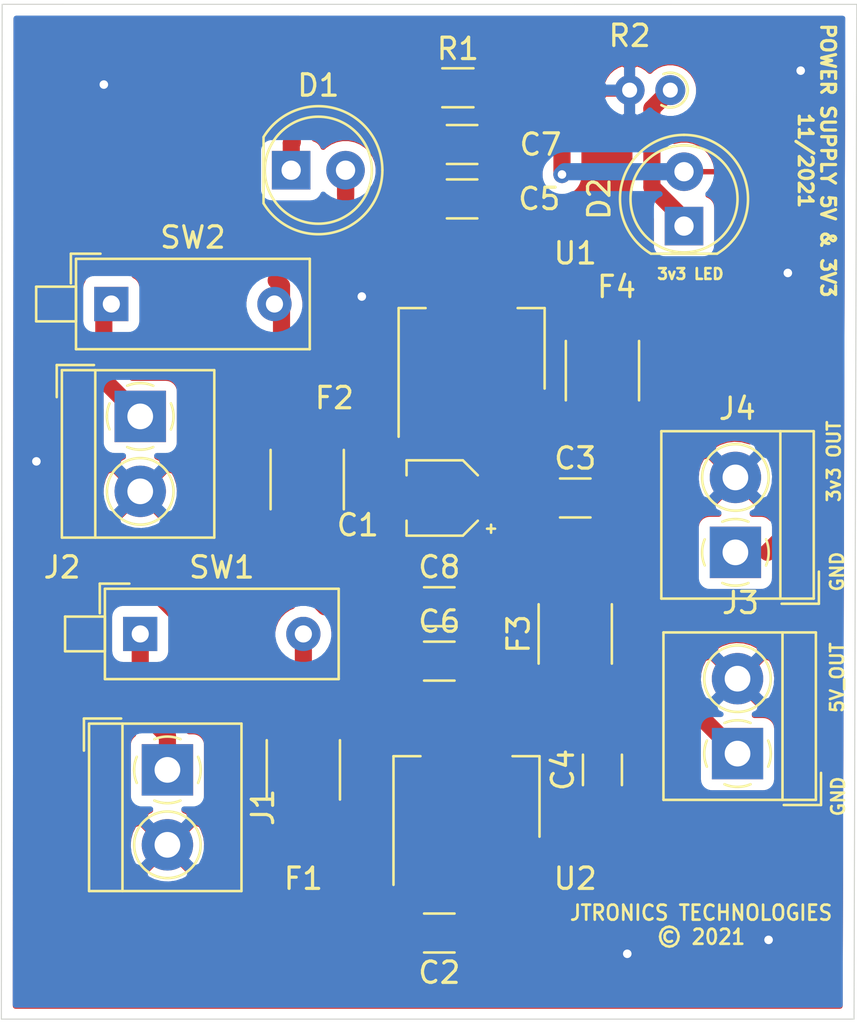
<source format=kicad_pcb>
(kicad_pcb (version 20171130) (host pcbnew "(5.1.12)-1")

  (general
    (thickness 1.6)
    (drawings 11)
    (tracks 100)
    (zones 0)
    (modules 24)
    (nets 13)
  )

  (page A4)
  (layers
    (0 F.Cu signal)
    (31 B.Cu signal)
    (32 B.Adhes user)
    (33 F.Adhes user)
    (34 B.Paste user)
    (35 F.Paste user)
    (36 B.SilkS user)
    (37 F.SilkS user)
    (38 B.Mask user)
    (39 F.Mask user)
    (40 Dwgs.User user)
    (41 Cmts.User user)
    (42 Eco1.User user)
    (43 Eco2.User user)
    (44 Edge.Cuts user)
    (45 Margin user)
    (46 B.CrtYd user)
    (47 F.CrtYd user)
    (48 B.Fab user)
    (49 F.Fab user)
  )

  (setup
    (last_trace_width 0.8)
    (user_trace_width 0.3048)
    (user_trace_width 0.5)
    (user_trace_width 0.8)
    (trace_clearance 0.2)
    (zone_clearance 0.508)
    (zone_45_only no)
    (trace_min 0.2)
    (via_size 0.8)
    (via_drill 0.4)
    (via_min_size 0.4)
    (via_min_drill 0.3)
    (uvia_size 0.3)
    (uvia_drill 0.1)
    (uvias_allowed no)
    (uvia_min_size 0.2)
    (uvia_min_drill 0.1)
    (edge_width 0.05)
    (segment_width 0.2)
    (pcb_text_width 0.3)
    (pcb_text_size 1.5 1.5)
    (mod_edge_width 0.12)
    (mod_text_size 1 1)
    (mod_text_width 0.15)
    (pad_size 1.8 1.8)
    (pad_drill 0.9)
    (pad_to_mask_clearance 0)
    (aux_axis_origin 0 0)
    (visible_elements 7FFFFFFF)
    (pcbplotparams
      (layerselection 0x010fc_ffffffff)
      (usegerberextensions false)
      (usegerberattributes true)
      (usegerberadvancedattributes true)
      (creategerberjobfile true)
      (excludeedgelayer true)
      (linewidth 0.100000)
      (plotframeref false)
      (viasonmask false)
      (mode 1)
      (useauxorigin false)
      (hpglpennumber 1)
      (hpglpenspeed 20)
      (hpglpendiameter 15.000000)
      (psnegative false)
      (psa4output false)
      (plotreference true)
      (plotvalue true)
      (plotinvisibletext false)
      (padsonsilk false)
      (subtractmaskfromsilk false)
      (outputformat 1)
      (mirror false)
      (drillshape 1)
      (scaleselection 1)
      (outputdirectory ""))
  )

  (net 0 "")
  (net 1 "Net-(C1-Pad1)")
  (net 2 GND)
  (net 3 "Net-(C2-Pad1)")
  (net 4 +3V3)
  (net 5 "Net-(D1-Pad1)")
  (net 6 "Net-(D2-Pad1)")
  (net 7 "Net-(F1-Pad1)")
  (net 8 "Net-(F2-Pad1)")
  (net 9 /5V_out)
  (net 10 /3v3_out)
  (net 11 "Net-(J1-Pad1)")
  (net 12 "Net-(J2-Pad1)")

  (net_class Default "This is the default net class."
    (clearance 0.2)
    (trace_width 0.25)
    (via_dia 0.8)
    (via_drill 0.4)
    (uvia_dia 0.3)
    (uvia_drill 0.1)
    (add_net +3V3)
    (add_net /3v3_out)
    (add_net /5V_out)
    (add_net GND)
    (add_net "Net-(C1-Pad1)")
    (add_net "Net-(C2-Pad1)")
    (add_net "Net-(D1-Pad1)")
    (add_net "Net-(D2-Pad1)")
    (add_net "Net-(F1-Pad1)")
    (add_net "Net-(F2-Pad1)")
    (add_net "Net-(J1-Pad1)")
    (add_net "Net-(J2-Pad1)")
  )

  (module TerminalBlock_4Ucon:TerminalBlock_4Ucon_1x02_P3.50mm_Horizontal (layer F.Cu) (tedit 5B294E91) (tstamp 6192AB3E)
    (at 121.7 98.85 270)
    (descr "Terminal Block 4Ucon ItemNo. 19963, 2 pins, pitch 3.5mm, size 7.7x7mm^2, drill diamater 1.2mm, pad diameter 2.4mm, see http://www.4uconnector.com/online/object/4udrawing/19963.pdf, script-generated using https://github.com/pointhi/kicad-footprint-generator/scripts/TerminalBlock_4Ucon")
    (tags "THT Terminal Block 4Ucon ItemNo. 19963 pitch 3.5mm size 7.7x7mm^2 drill 1.2mm pad 2.4mm")
    (path /61947FFB)
    (fp_text reference J2 (at 7.05 3.65 180) (layer F.SilkS)
      (effects (font (size 1 1) (thickness 0.15)))
    )
    (fp_text value Conn_01x02 (at 1.75 4.66 90) (layer F.Fab)
      (effects (font (size 1 1) (thickness 0.15)))
    )
    (fp_circle (center 0 0) (end 1.375 0) (layer F.Fab) (width 0.1))
    (fp_circle (center 3.5 0) (end 4.875 0) (layer F.Fab) (width 0.1))
    (fp_circle (center 3.5 0) (end 5.055 0) (layer F.SilkS) (width 0.12))
    (fp_line (start -2.1 -3.4) (end 5.6 -3.4) (layer F.Fab) (width 0.1))
    (fp_line (start 5.6 -3.4) (end 5.6 3.6) (layer F.Fab) (width 0.1))
    (fp_line (start 5.6 3.6) (end -0.6 3.6) (layer F.Fab) (width 0.1))
    (fp_line (start -0.6 3.6) (end -2.1 2.1) (layer F.Fab) (width 0.1))
    (fp_line (start -2.1 2.1) (end -2.1 -3.4) (layer F.Fab) (width 0.1))
    (fp_line (start -2.1 2.1) (end 5.6 2.1) (layer F.Fab) (width 0.1))
    (fp_line (start -2.16 2.1) (end 5.66 2.1) (layer F.SilkS) (width 0.12))
    (fp_line (start -2.16 -3.46) (end 5.66 -3.46) (layer F.SilkS) (width 0.12))
    (fp_line (start -2.16 3.66) (end 5.66 3.66) (layer F.SilkS) (width 0.12))
    (fp_line (start -2.16 -3.46) (end -2.16 3.66) (layer F.SilkS) (width 0.12))
    (fp_line (start 5.66 -3.46) (end 5.66 3.66) (layer F.SilkS) (width 0.12))
    (fp_line (start -1.1 -0.069) (end -0.069 -0.069) (layer F.Fab) (width 0.1))
    (fp_line (start -0.069 -0.069) (end -0.069 -1.1) (layer F.Fab) (width 0.1))
    (fp_line (start -0.069 -1.1) (end 0.069 -1.1) (layer F.Fab) (width 0.1))
    (fp_line (start 0.069 -1.1) (end 0.069 -0.069) (layer F.Fab) (width 0.1))
    (fp_line (start 0.069 -0.069) (end 1.1 -0.069) (layer F.Fab) (width 0.1))
    (fp_line (start 1.1 -0.069) (end 1.1 0.069) (layer F.Fab) (width 0.1))
    (fp_line (start 1.1 0.069) (end 0.069 0.069) (layer F.Fab) (width 0.1))
    (fp_line (start 0.069 0.069) (end 0.069 1.1) (layer F.Fab) (width 0.1))
    (fp_line (start 0.069 1.1) (end -0.069 1.1) (layer F.Fab) (width 0.1))
    (fp_line (start -0.069 1.1) (end -0.069 0.069) (layer F.Fab) (width 0.1))
    (fp_line (start -0.069 0.069) (end -1.1 0.069) (layer F.Fab) (width 0.1))
    (fp_line (start -1.1 0.069) (end -1.1 -0.069) (layer F.Fab) (width 0.1))
    (fp_line (start 2.4 -0.069) (end 3.431 -0.069) (layer F.Fab) (width 0.1))
    (fp_line (start 3.431 -0.069) (end 3.431 -1.1) (layer F.Fab) (width 0.1))
    (fp_line (start 3.431 -1.1) (end 3.569 -1.1) (layer F.Fab) (width 0.1))
    (fp_line (start 3.569 -1.1) (end 3.569 -0.069) (layer F.Fab) (width 0.1))
    (fp_line (start 3.569 -0.069) (end 4.6 -0.069) (layer F.Fab) (width 0.1))
    (fp_line (start 4.6 -0.069) (end 4.6 0.069) (layer F.Fab) (width 0.1))
    (fp_line (start 4.6 0.069) (end 3.569 0.069) (layer F.Fab) (width 0.1))
    (fp_line (start 3.569 0.069) (end 3.569 1.1) (layer F.Fab) (width 0.1))
    (fp_line (start 3.569 1.1) (end 3.431 1.1) (layer F.Fab) (width 0.1))
    (fp_line (start 3.431 1.1) (end 3.431 0.069) (layer F.Fab) (width 0.1))
    (fp_line (start 3.431 0.069) (end 2.4 0.069) (layer F.Fab) (width 0.1))
    (fp_line (start 2.4 0.069) (end 2.4 -0.069) (layer F.Fab) (width 0.1))
    (fp_line (start -2.4 2.16) (end -2.4 3.9) (layer F.SilkS) (width 0.12))
    (fp_line (start -2.4 3.9) (end -0.9 3.9) (layer F.SilkS) (width 0.12))
    (fp_line (start -2.6 -3.9) (end -2.6 4.1) (layer F.CrtYd) (width 0.05))
    (fp_line (start -2.6 4.1) (end 6.1 4.1) (layer F.CrtYd) (width 0.05))
    (fp_line (start 6.1 4.1) (end 6.1 -3.9) (layer F.CrtYd) (width 0.05))
    (fp_line (start 6.1 -3.9) (end -2.6 -3.9) (layer F.CrtYd) (width 0.05))
    (fp_text user %R (at 1.75 2.9 90) (layer F.Fab)
      (effects (font (size 1 1) (thickness 0.15)))
    )
    (fp_arc (start 0 0) (end -0.608 1.432) (angle -24) (layer F.SilkS) (width 0.12))
    (fp_arc (start 0 0) (end -1.432 -0.608) (angle -46) (layer F.SilkS) (width 0.12))
    (fp_arc (start 0 0) (end 0.608 -1.432) (angle -46) (layer F.SilkS) (width 0.12))
    (fp_arc (start 0 0) (end 1.432 0.608) (angle -46) (layer F.SilkS) (width 0.12))
    (fp_arc (start 0 0) (end 0 1.555) (angle -23) (layer F.SilkS) (width 0.12))
    (pad 2 thru_hole circle (at 3.5 0 270) (size 2.4 2.4) (drill 1.2) (layers *.Cu *.Mask)
      (net 2 GND))
    (pad 1 thru_hole rect (at 0 0 270) (size 2.4 2.4) (drill 1.2) (layers *.Cu *.Mask)
      (net 12 "Net-(J2-Pad1)"))
    (model ${KISYS3DMOD}/TerminalBlock_4Ucon.3dshapes/TerminalBlock_4Ucon_1x02_P3.50mm_Horizontal.wrl
      (at (xyz 0 0 0))
      (scale (xyz 1 1 1))
      (rotate (xyz 0 0 0))
    )
    (model ${KISYS3DMOD}/TerminalBlock_Phoenix.3dshapes/TerminalBlock_Phoenix_PT-1,5-2-3.5-H_1x02_P3.50mm_Horizontal.step
      (at (xyz 0 0 0))
      (scale (xyz 1 1 1))
      (rotate (xyz 0 0 0))
    )
  )

  (module Capacitor_SMD:CP_Elec_3x5.4 (layer F.Cu) (tedit 5BCA39CF) (tstamp 6192A9EF)
    (at 135.9 102.66 180)
    (descr "SMD capacitor, aluminum electrolytic, Nichicon, 3.0x5.4mm")
    (tags "capacitor electrolytic")
    (path /61947FD8)
    (attr smd)
    (fp_text reference C1 (at 4.04 -1.27) (layer F.SilkS)
      (effects (font (size 1 1) (thickness 0.15)))
    )
    (fp_text value 10u (at 0 2.7) (layer F.Fab)
      (effects (font (size 1 1) (thickness 0.15)))
    )
    (fp_line (start -2.85 1.05) (end -1.78 1.05) (layer F.CrtYd) (width 0.05))
    (fp_line (start -2.85 -1.05) (end -2.85 1.05) (layer F.CrtYd) (width 0.05))
    (fp_line (start -1.78 -1.05) (end -2.85 -1.05) (layer F.CrtYd) (width 0.05))
    (fp_line (start -1.78 -1.05) (end -0.93 -1.9) (layer F.CrtYd) (width 0.05))
    (fp_line (start -1.78 1.05) (end -0.93 1.9) (layer F.CrtYd) (width 0.05))
    (fp_line (start -0.93 -1.9) (end 1.9 -1.9) (layer F.CrtYd) (width 0.05))
    (fp_line (start -0.93 1.9) (end 1.9 1.9) (layer F.CrtYd) (width 0.05))
    (fp_line (start 1.9 1.05) (end 1.9 1.9) (layer F.CrtYd) (width 0.05))
    (fp_line (start 2.85 1.05) (end 1.9 1.05) (layer F.CrtYd) (width 0.05))
    (fp_line (start 2.85 -1.05) (end 2.85 1.05) (layer F.CrtYd) (width 0.05))
    (fp_line (start 1.9 -1.05) (end 2.85 -1.05) (layer F.CrtYd) (width 0.05))
    (fp_line (start 1.9 -1.9) (end 1.9 -1.05) (layer F.CrtYd) (width 0.05))
    (fp_line (start -2.1875 -1.6225) (end -2.1875 -1.2475) (layer F.SilkS) (width 0.12))
    (fp_line (start -2.375 -1.435) (end -2 -1.435) (layer F.SilkS) (width 0.12))
    (fp_line (start -1.570563 1.06) (end -0.870563 1.76) (layer F.SilkS) (width 0.12))
    (fp_line (start -1.570563 -1.06) (end -0.870563 -1.76) (layer F.SilkS) (width 0.12))
    (fp_line (start -0.870563 1.76) (end 1.76 1.76) (layer F.SilkS) (width 0.12))
    (fp_line (start -0.870563 -1.76) (end 1.76 -1.76) (layer F.SilkS) (width 0.12))
    (fp_line (start 1.76 -1.76) (end 1.76 -1.06) (layer F.SilkS) (width 0.12))
    (fp_line (start 1.76 1.76) (end 1.76 1.06) (layer F.SilkS) (width 0.12))
    (fp_line (start -0.960469 -0.95) (end -0.960469 -0.65) (layer F.Fab) (width 0.1))
    (fp_line (start -1.110469 -0.8) (end -0.810469 -0.8) (layer F.Fab) (width 0.1))
    (fp_line (start -1.65 0.825) (end -0.825 1.65) (layer F.Fab) (width 0.1))
    (fp_line (start -1.65 -0.825) (end -0.825 -1.65) (layer F.Fab) (width 0.1))
    (fp_line (start -1.65 -0.825) (end -1.65 0.825) (layer F.Fab) (width 0.1))
    (fp_line (start -0.825 1.65) (end 1.65 1.65) (layer F.Fab) (width 0.1))
    (fp_line (start -0.825 -1.65) (end 1.65 -1.65) (layer F.Fab) (width 0.1))
    (fp_line (start 1.65 -1.65) (end 1.65 1.65) (layer F.Fab) (width 0.1))
    (fp_circle (center 0 0) (end 1.5 0) (layer F.Fab) (width 0.1))
    (fp_text user %R (at 0 0) (layer F.Fab)
      (effects (font (size 0.6 0.6) (thickness 0.09)))
    )
    (pad 1 smd roundrect (at -1.5 0 180) (size 2.2 1.6) (layers F.Cu F.Paste F.Mask) (roundrect_rratio 0.15625)
      (net 1 "Net-(C1-Pad1)"))
    (pad 2 smd roundrect (at 1.5 0 180) (size 2.2 1.6) (layers F.Cu F.Paste F.Mask) (roundrect_rratio 0.15625)
      (net 2 GND))
    (model ${KISYS3DMOD}/Capacitor_SMD.3dshapes/CP_Elec_3x5.4.wrl
      (at (xyz 0 0 0))
      (scale (xyz 1 1 1))
      (rotate (xyz 0 0 0))
    )
  )

  (module Capacitor_SMD:C_1206_3216Metric (layer F.Cu) (tedit 5F68FEEE) (tstamp 6192AA00)
    (at 135.67 122.98 180)
    (descr "Capacitor SMD 1206 (3216 Metric), square (rectangular) end terminal, IPC_7351 nominal, (Body size source: IPC-SM-782 page 76, https://www.pcb-3d.com/wordpress/wp-content/uploads/ipc-sm-782a_amendment_1_and_2.pdf), generated with kicad-footprint-generator")
    (tags capacitor)
    (path /6192FC8B)
    (attr smd)
    (fp_text reference C2 (at 0 -1.85) (layer F.SilkS)
      (effects (font (size 1 1) (thickness 0.15)))
    )
    (fp_text value 10u (at 0 1.85) (layer F.Fab)
      (effects (font (size 1 1) (thickness 0.15)))
    )
    (fp_line (start -1.6 0.8) (end -1.6 -0.8) (layer F.Fab) (width 0.1))
    (fp_line (start -1.6 -0.8) (end 1.6 -0.8) (layer F.Fab) (width 0.1))
    (fp_line (start 1.6 -0.8) (end 1.6 0.8) (layer F.Fab) (width 0.1))
    (fp_line (start 1.6 0.8) (end -1.6 0.8) (layer F.Fab) (width 0.1))
    (fp_line (start -0.711252 -0.91) (end 0.711252 -0.91) (layer F.SilkS) (width 0.12))
    (fp_line (start -0.711252 0.91) (end 0.711252 0.91) (layer F.SilkS) (width 0.12))
    (fp_line (start -2.3 1.15) (end -2.3 -1.15) (layer F.CrtYd) (width 0.05))
    (fp_line (start -2.3 -1.15) (end 2.3 -1.15) (layer F.CrtYd) (width 0.05))
    (fp_line (start 2.3 -1.15) (end 2.3 1.15) (layer F.CrtYd) (width 0.05))
    (fp_line (start 2.3 1.15) (end -2.3 1.15) (layer F.CrtYd) (width 0.05))
    (fp_text user %R (at 0 0) (layer F.Fab)
      (effects (font (size 0.8 0.8) (thickness 0.12)))
    )
    (pad 2 smd roundrect (at 1.475 0 180) (size 1.15 1.8) (layers F.Cu F.Paste F.Mask) (roundrect_rratio 0.217391)
      (net 2 GND))
    (pad 1 smd roundrect (at -1.475 0 180) (size 1.15 1.8) (layers F.Cu F.Paste F.Mask) (roundrect_rratio 0.217391)
      (net 3 "Net-(C2-Pad1)"))
    (model ${KISYS3DMOD}/Capacitor_SMD.3dshapes/C_1206_3216Metric.wrl
      (at (xyz 0 0 0))
      (scale (xyz 1 1 1))
      (rotate (xyz 0 0 0))
    )
  )

  (module Capacitor_SMD:C_1206_3216Metric (layer F.Cu) (tedit 5F68FEEE) (tstamp 6192AA11)
    (at 142.02 102.66)
    (descr "Capacitor SMD 1206 (3216 Metric), square (rectangular) end terminal, IPC_7351 nominal, (Body size source: IPC-SM-782 page 76, https://www.pcb-3d.com/wordpress/wp-content/uploads/ipc-sm-782a_amendment_1_and_2.pdf), generated with kicad-footprint-generator")
    (tags capacitor)
    (path /61947FC6)
    (attr smd)
    (fp_text reference C3 (at 0 -1.85) (layer F.SilkS)
      (effects (font (size 1 1) (thickness 0.15)))
    )
    (fp_text value 100n (at 0 1.85) (layer F.Fab)
      (effects (font (size 1 1) (thickness 0.15)))
    )
    (fp_line (start 2.3 1.15) (end -2.3 1.15) (layer F.CrtYd) (width 0.05))
    (fp_line (start 2.3 -1.15) (end 2.3 1.15) (layer F.CrtYd) (width 0.05))
    (fp_line (start -2.3 -1.15) (end 2.3 -1.15) (layer F.CrtYd) (width 0.05))
    (fp_line (start -2.3 1.15) (end -2.3 -1.15) (layer F.CrtYd) (width 0.05))
    (fp_line (start -0.711252 0.91) (end 0.711252 0.91) (layer F.SilkS) (width 0.12))
    (fp_line (start -0.711252 -0.91) (end 0.711252 -0.91) (layer F.SilkS) (width 0.12))
    (fp_line (start 1.6 0.8) (end -1.6 0.8) (layer F.Fab) (width 0.1))
    (fp_line (start 1.6 -0.8) (end 1.6 0.8) (layer F.Fab) (width 0.1))
    (fp_line (start -1.6 -0.8) (end 1.6 -0.8) (layer F.Fab) (width 0.1))
    (fp_line (start -1.6 0.8) (end -1.6 -0.8) (layer F.Fab) (width 0.1))
    (fp_text user %R (at 0 0) (layer F.Fab)
      (effects (font (size 0.8 0.8) (thickness 0.12)))
    )
    (pad 1 smd roundrect (at -1.475 0) (size 1.15 1.8) (layers F.Cu F.Paste F.Mask) (roundrect_rratio 0.217391)
      (net 1 "Net-(C1-Pad1)"))
    (pad 2 smd roundrect (at 1.475 0) (size 1.15 1.8) (layers F.Cu F.Paste F.Mask) (roundrect_rratio 0.217391)
      (net 2 GND))
    (model ${KISYS3DMOD}/Capacitor_SMD.3dshapes/C_1206_3216Metric.wrl
      (at (xyz 0 0 0))
      (scale (xyz 1 1 1))
      (rotate (xyz 0 0 0))
    )
  )

  (module Capacitor_SMD:C_1206_3216Metric (layer F.Cu) (tedit 5F68FEEE) (tstamp 6192AA22)
    (at 143.29 115.36 90)
    (descr "Capacitor SMD 1206 (3216 Metric), square (rectangular) end terminal, IPC_7351 nominal, (Body size source: IPC-SM-782 page 76, https://www.pcb-3d.com/wordpress/wp-content/uploads/ipc-sm-782a_amendment_1_and_2.pdf), generated with kicad-footprint-generator")
    (tags capacitor)
    (path /619280BB)
    (attr smd)
    (fp_text reference C4 (at 0 -1.85 90) (layer F.SilkS)
      (effects (font (size 1 1) (thickness 0.15)))
    )
    (fp_text value 100n (at 0 1.85 90) (layer F.Fab)
      (effects (font (size 1 1) (thickness 0.15)))
    )
    (fp_line (start 2.3 1.15) (end -2.3 1.15) (layer F.CrtYd) (width 0.05))
    (fp_line (start 2.3 -1.15) (end 2.3 1.15) (layer F.CrtYd) (width 0.05))
    (fp_line (start -2.3 -1.15) (end 2.3 -1.15) (layer F.CrtYd) (width 0.05))
    (fp_line (start -2.3 1.15) (end -2.3 -1.15) (layer F.CrtYd) (width 0.05))
    (fp_line (start -0.711252 0.91) (end 0.711252 0.91) (layer F.SilkS) (width 0.12))
    (fp_line (start -0.711252 -0.91) (end 0.711252 -0.91) (layer F.SilkS) (width 0.12))
    (fp_line (start 1.6 0.8) (end -1.6 0.8) (layer F.Fab) (width 0.1))
    (fp_line (start 1.6 -0.8) (end 1.6 0.8) (layer F.Fab) (width 0.1))
    (fp_line (start -1.6 -0.8) (end 1.6 -0.8) (layer F.Fab) (width 0.1))
    (fp_line (start -1.6 0.8) (end -1.6 -0.8) (layer F.Fab) (width 0.1))
    (fp_text user %R (at 0 0 90) (layer F.Fab)
      (effects (font (size 0.8 0.8) (thickness 0.12)))
    )
    (pad 1 smd roundrect (at -1.475 0 90) (size 1.15 1.8) (layers F.Cu F.Paste F.Mask) (roundrect_rratio 0.217391)
      (net 3 "Net-(C2-Pad1)"))
    (pad 2 smd roundrect (at 1.475 0 90) (size 1.15 1.8) (layers F.Cu F.Paste F.Mask) (roundrect_rratio 0.217391)
      (net 2 GND))
    (model ${KISYS3DMOD}/Capacitor_SMD.3dshapes/C_1206_3216Metric.wrl
      (at (xyz 0 0 0))
      (scale (xyz 1 1 1))
      (rotate (xyz 0 0 0))
    )
  )

  (module Capacitor_SMD:C_1206_3216Metric (layer F.Cu) (tedit 5F68FEEE) (tstamp 6192AA33)
    (at 136.735 88.69 180)
    (descr "Capacitor SMD 1206 (3216 Metric), square (rectangular) end terminal, IPC_7351 nominal, (Body size source: IPC-SM-782 page 76, https://www.pcb-3d.com/wordpress/wp-content/uploads/ipc-sm-782a_amendment_1_and_2.pdf), generated with kicad-footprint-generator")
    (tags capacitor)
    (path /61947FCC)
    (attr smd)
    (fp_text reference C5 (at -3.605 0) (layer F.SilkS)
      (effects (font (size 1 1) (thickness 0.15)))
    )
    (fp_text value 10u (at 0 1.85) (layer F.Fab)
      (effects (font (size 1 1) (thickness 0.15)))
    )
    (fp_line (start -1.6 0.8) (end -1.6 -0.8) (layer F.Fab) (width 0.1))
    (fp_line (start -1.6 -0.8) (end 1.6 -0.8) (layer F.Fab) (width 0.1))
    (fp_line (start 1.6 -0.8) (end 1.6 0.8) (layer F.Fab) (width 0.1))
    (fp_line (start 1.6 0.8) (end -1.6 0.8) (layer F.Fab) (width 0.1))
    (fp_line (start -0.711252 -0.91) (end 0.711252 -0.91) (layer F.SilkS) (width 0.12))
    (fp_line (start -0.711252 0.91) (end 0.711252 0.91) (layer F.SilkS) (width 0.12))
    (fp_line (start -2.3 1.15) (end -2.3 -1.15) (layer F.CrtYd) (width 0.05))
    (fp_line (start -2.3 -1.15) (end 2.3 -1.15) (layer F.CrtYd) (width 0.05))
    (fp_line (start 2.3 -1.15) (end 2.3 1.15) (layer F.CrtYd) (width 0.05))
    (fp_line (start 2.3 1.15) (end -2.3 1.15) (layer F.CrtYd) (width 0.05))
    (fp_text user %R (at 0 0) (layer F.Fab)
      (effects (font (size 0.8 0.8) (thickness 0.12)))
    )
    (pad 2 smd roundrect (at 1.475 0 180) (size 1.15 1.8) (layers F.Cu F.Paste F.Mask) (roundrect_rratio 0.217391)
      (net 2 GND))
    (pad 1 smd roundrect (at -1.475 0 180) (size 1.15 1.8) (layers F.Cu F.Paste F.Mask) (roundrect_rratio 0.217391)
      (net 4 +3V3))
    (model ${KISYS3DMOD}/Capacitor_SMD.3dshapes/C_1206_3216Metric.wrl
      (at (xyz 0 0 0))
      (scale (xyz 1 1 1))
      (rotate (xyz 0 0 0))
    )
  )

  (module Capacitor_SMD:C_1206_3216Metric (layer F.Cu) (tedit 5F68FEEE) (tstamp 6192AA44)
    (at 135.67 110.28)
    (descr "Capacitor SMD 1206 (3216 Metric), square (rectangular) end terminal, IPC_7351 nominal, (Body size source: IPC-SM-782 page 76, https://www.pcb-3d.com/wordpress/wp-content/uploads/ipc-sm-782a_amendment_1_and_2.pdf), generated with kicad-footprint-generator")
    (tags capacitor)
    (path /619294FD)
    (attr smd)
    (fp_text reference C6 (at 0 -1.85) (layer F.SilkS)
      (effects (font (size 1 1) (thickness 0.15)))
    )
    (fp_text value 10u (at 0 1.85) (layer F.Fab)
      (effects (font (size 1 1) (thickness 0.15)))
    )
    (fp_line (start -1.6 0.8) (end -1.6 -0.8) (layer F.Fab) (width 0.1))
    (fp_line (start -1.6 -0.8) (end 1.6 -0.8) (layer F.Fab) (width 0.1))
    (fp_line (start 1.6 -0.8) (end 1.6 0.8) (layer F.Fab) (width 0.1))
    (fp_line (start 1.6 0.8) (end -1.6 0.8) (layer F.Fab) (width 0.1))
    (fp_line (start -0.711252 -0.91) (end 0.711252 -0.91) (layer F.SilkS) (width 0.12))
    (fp_line (start -0.711252 0.91) (end 0.711252 0.91) (layer F.SilkS) (width 0.12))
    (fp_line (start -2.3 1.15) (end -2.3 -1.15) (layer F.CrtYd) (width 0.05))
    (fp_line (start -2.3 -1.15) (end 2.3 -1.15) (layer F.CrtYd) (width 0.05))
    (fp_line (start 2.3 -1.15) (end 2.3 1.15) (layer F.CrtYd) (width 0.05))
    (fp_line (start 2.3 1.15) (end -2.3 1.15) (layer F.CrtYd) (width 0.05))
    (fp_text user %R (at 0 0) (layer F.Fab)
      (effects (font (size 0.8 0.8) (thickness 0.12)))
    )
    (pad 2 smd roundrect (at 1.475 0) (size 1.15 1.8) (layers F.Cu F.Paste F.Mask) (roundrect_rratio 0.217391)
      (net 2 GND))
    (pad 1 smd roundrect (at -1.475 0) (size 1.15 1.8) (layers F.Cu F.Paste F.Mask) (roundrect_rratio 0.217391)
      (net 4 +3V3))
    (model ${KISYS3DMOD}/Capacitor_SMD.3dshapes/C_1206_3216Metric.wrl
      (at (xyz 0 0 0))
      (scale (xyz 1 1 1))
      (rotate (xyz 0 0 0))
    )
  )

  (module Capacitor_SMD:C_1206_3216Metric (layer F.Cu) (tedit 5F68FEEE) (tstamp 6192AA55)
    (at 136.735 86.15 180)
    (descr "Capacitor SMD 1206 (3216 Metric), square (rectangular) end terminal, IPC_7351 nominal, (Body size source: IPC-SM-782 page 76, https://www.pcb-3d.com/wordpress/wp-content/uploads/ipc-sm-782a_amendment_1_and_2.pdf), generated with kicad-footprint-generator")
    (tags capacitor)
    (path /61947FD2)
    (attr smd)
    (fp_text reference C7 (at -3.665 0) (layer F.SilkS)
      (effects (font (size 1 1) (thickness 0.15)))
    )
    (fp_text value 0.1u (at 0 1.85) (layer F.Fab)
      (effects (font (size 1 1) (thickness 0.15)))
    )
    (fp_line (start 2.3 1.15) (end -2.3 1.15) (layer F.CrtYd) (width 0.05))
    (fp_line (start 2.3 -1.15) (end 2.3 1.15) (layer F.CrtYd) (width 0.05))
    (fp_line (start -2.3 -1.15) (end 2.3 -1.15) (layer F.CrtYd) (width 0.05))
    (fp_line (start -2.3 1.15) (end -2.3 -1.15) (layer F.CrtYd) (width 0.05))
    (fp_line (start -0.711252 0.91) (end 0.711252 0.91) (layer F.SilkS) (width 0.12))
    (fp_line (start -0.711252 -0.91) (end 0.711252 -0.91) (layer F.SilkS) (width 0.12))
    (fp_line (start 1.6 0.8) (end -1.6 0.8) (layer F.Fab) (width 0.1))
    (fp_line (start 1.6 -0.8) (end 1.6 0.8) (layer F.Fab) (width 0.1))
    (fp_line (start -1.6 -0.8) (end 1.6 -0.8) (layer F.Fab) (width 0.1))
    (fp_line (start -1.6 0.8) (end -1.6 -0.8) (layer F.Fab) (width 0.1))
    (fp_text user %R (at 0 0) (layer F.Fab)
      (effects (font (size 0.8 0.8) (thickness 0.12)))
    )
    (pad 1 smd roundrect (at -1.475 0 180) (size 1.15 1.8) (layers F.Cu F.Paste F.Mask) (roundrect_rratio 0.217391)
      (net 4 +3V3))
    (pad 2 smd roundrect (at 1.475 0 180) (size 1.15 1.8) (layers F.Cu F.Paste F.Mask) (roundrect_rratio 0.217391)
      (net 2 GND))
    (model ${KISYS3DMOD}/Capacitor_SMD.3dshapes/C_1206_3216Metric.wrl
      (at (xyz 0 0 0))
      (scale (xyz 1 1 1))
      (rotate (xyz 0 0 0))
    )
  )

  (module Capacitor_SMD:C_1206_3216Metric (layer F.Cu) (tedit 5F68FEEE) (tstamp 6192AA66)
    (at 135.67 107.74)
    (descr "Capacitor SMD 1206 (3216 Metric), square (rectangular) end terminal, IPC_7351 nominal, (Body size source: IPC-SM-782 page 76, https://www.pcb-3d.com/wordpress/wp-content/uploads/ipc-sm-782a_amendment_1_and_2.pdf), generated with kicad-footprint-generator")
    (tags capacitor)
    (path /6192A9A6)
    (attr smd)
    (fp_text reference C8 (at 0 -1.85) (layer F.SilkS)
      (effects (font (size 1 1) (thickness 0.15)))
    )
    (fp_text value 0.1u (at 0 1.85) (layer F.Fab)
      (effects (font (size 1 1) (thickness 0.15)))
    )
    (fp_line (start 2.3 1.15) (end -2.3 1.15) (layer F.CrtYd) (width 0.05))
    (fp_line (start 2.3 -1.15) (end 2.3 1.15) (layer F.CrtYd) (width 0.05))
    (fp_line (start -2.3 -1.15) (end 2.3 -1.15) (layer F.CrtYd) (width 0.05))
    (fp_line (start -2.3 1.15) (end -2.3 -1.15) (layer F.CrtYd) (width 0.05))
    (fp_line (start -0.711252 0.91) (end 0.711252 0.91) (layer F.SilkS) (width 0.12))
    (fp_line (start -0.711252 -0.91) (end 0.711252 -0.91) (layer F.SilkS) (width 0.12))
    (fp_line (start 1.6 0.8) (end -1.6 0.8) (layer F.Fab) (width 0.1))
    (fp_line (start 1.6 -0.8) (end 1.6 0.8) (layer F.Fab) (width 0.1))
    (fp_line (start -1.6 -0.8) (end 1.6 -0.8) (layer F.Fab) (width 0.1))
    (fp_line (start -1.6 0.8) (end -1.6 -0.8) (layer F.Fab) (width 0.1))
    (fp_text user %R (at 0 0) (layer F.Fab)
      (effects (font (size 0.8 0.8) (thickness 0.12)))
    )
    (pad 1 smd roundrect (at -1.475 0) (size 1.15 1.8) (layers F.Cu F.Paste F.Mask) (roundrect_rratio 0.217391)
      (net 4 +3V3))
    (pad 2 smd roundrect (at 1.475 0) (size 1.15 1.8) (layers F.Cu F.Paste F.Mask) (roundrect_rratio 0.217391)
      (net 2 GND))
    (model ${KISYS3DMOD}/Capacitor_SMD.3dshapes/C_1206_3216Metric.wrl
      (at (xyz 0 0 0))
      (scale (xyz 1 1 1))
      (rotate (xyz 0 0 0))
    )
  )

  (module LED_THT:LED_D5.0mm (layer F.Cu) (tedit 5995936A) (tstamp 6192AA78)
    (at 128.75 87.35)
    (descr "LED, diameter 5.0mm, 2 pins, http://cdn-reichelt.de/documents/datenblatt/A500/LL-504BC2E-009.pdf")
    (tags "LED diameter 5.0mm 2 pins")
    (path /6194DC16)
    (fp_text reference D1 (at 1.27 -3.96) (layer F.SilkS)
      (effects (font (size 1 1) (thickness 0.15)))
    )
    (fp_text value LED_Small (at 1.27 3.96) (layer F.Fab)
      (effects (font (size 1 1) (thickness 0.15)))
    )
    (fp_line (start 4.5 -3.25) (end -1.95 -3.25) (layer F.CrtYd) (width 0.05))
    (fp_line (start 4.5 3.25) (end 4.5 -3.25) (layer F.CrtYd) (width 0.05))
    (fp_line (start -1.95 3.25) (end 4.5 3.25) (layer F.CrtYd) (width 0.05))
    (fp_line (start -1.95 -3.25) (end -1.95 3.25) (layer F.CrtYd) (width 0.05))
    (fp_line (start -1.29 -1.545) (end -1.29 1.545) (layer F.SilkS) (width 0.12))
    (fp_line (start -1.23 -1.469694) (end -1.23 1.469694) (layer F.Fab) (width 0.1))
    (fp_circle (center 1.27 0) (end 3.77 0) (layer F.SilkS) (width 0.12))
    (fp_circle (center 1.27 0) (end 3.77 0) (layer F.Fab) (width 0.1))
    (fp_arc (start 1.27 0) (end -1.23 -1.469694) (angle 299.1) (layer F.Fab) (width 0.1))
    (fp_arc (start 1.27 0) (end -1.29 -1.54483) (angle 148.9) (layer F.SilkS) (width 0.12))
    (fp_arc (start 1.27 0) (end -1.29 1.54483) (angle -148.9) (layer F.SilkS) (width 0.12))
    (fp_text user %R (at 1.25 0) (layer F.Fab)
      (effects (font (size 0.8 0.8) (thickness 0.2)))
    )
    (pad 1 thru_hole rect (at 0 0) (size 1.8 1.8) (drill 0.9) (layers *.Cu *.Mask)
      (net 5 "Net-(D1-Pad1)"))
    (pad 2 thru_hole circle (at 2.54 0) (size 1.8 1.8) (drill 0.9) (layers *.Cu *.Mask)
      (net 4 +3V3))
    (model ${KISYS3DMOD}/LED_THT.3dshapes/LED_D5.0mm.wrl
      (at (xyz 0 0 0))
      (scale (xyz 1 1 1))
      (rotate (xyz 0 0 0))
    )
  )

  (module LED_THT:LED_D5.0mm (layer F.Cu) (tedit 6194CB2C) (tstamp 6192AA8A)
    (at 147.1 89.96 90)
    (descr "LED, diameter 5.0mm, 2 pins, http://cdn-reichelt.de/documents/datenblatt/A500/LL-504BC2E-009.pdf")
    (tags "LED diameter 5.0mm 2 pins")
    (path /619583A3)
    (fp_text reference D2 (at 1.27 -3.96 90) (layer F.SilkS)
      (effects (font (size 1 1) (thickness 0.15)))
    )
    (fp_text value LED_Small (at 1.27 3.96 90) (layer F.Fab)
      (effects (font (size 1 1) (thickness 0.15)))
    )
    (fp_circle (center 1.27 0) (end 3.77 0) (layer F.Fab) (width 0.1))
    (fp_circle (center 1.27 0) (end 3.77 0) (layer F.SilkS) (width 0.12))
    (fp_line (start -1.23 -1.469694) (end -1.23 1.469694) (layer F.Fab) (width 0.1))
    (fp_line (start -1.29 -1.545) (end -1.29 1.545) (layer F.SilkS) (width 0.12))
    (fp_line (start -1.95 -3.25) (end -1.95 3.25) (layer F.CrtYd) (width 0.05))
    (fp_line (start -1.95 3.25) (end 4.5 3.25) (layer F.CrtYd) (width 0.05))
    (fp_line (start 4.5 3.25) (end 4.5 -3.25) (layer F.CrtYd) (width 0.05))
    (fp_line (start 4.5 -3.25) (end -1.95 -3.25) (layer F.CrtYd) (width 0.05))
    (fp_text user %R (at 1.25 0 90) (layer F.Fab)
      (effects (font (size 0.8 0.8) (thickness 0.2)))
    )
    (fp_arc (start 1.27 0) (end -1.29 1.54483) (angle -148.9) (layer F.SilkS) (width 0.12))
    (fp_arc (start 1.27 0) (end -1.29 -1.54483) (angle 148.9) (layer F.SilkS) (width 0.12))
    (fp_arc (start 1.27 0) (end -1.23 -1.469694) (angle 299.1) (layer F.Fab) (width 0.1))
    (pad 2 thru_hole circle (at 2.54 0 90) (size 1.8 1.8) (drill 0.9) (layers *.Cu *.Mask)
      (net 4 +3V3))
    (pad 1 thru_hole rect (at 0 0 90) (size 1.8 1.8) (drill 0.9) (layers *.Cu *.Mask)
      (net 6 "Net-(D2-Pad1)"))
    (model ${KISYS3DMOD}/LED_THT.3dshapes/LED_D5.0mm.wrl
      (at (xyz 0 0 0))
      (scale (xyz 1 1 1))
      (rotate (xyz 0 0 0))
    )
  )

  (module Fuse:Fuse_1812_4532Metric (layer F.Cu) (tedit 5F68FEF1) (tstamp 6192AA9B)
    (at 129.32 115.36 270)
    (descr "Fuse SMD 1812 (4532 Metric), square (rectangular) end terminal, IPC_7351 nominal, (Body size source: https://www.nikhef.nl/pub/departments/mt/projects/detectorR_D/dtddice/ERJ2G.pdf), generated with kicad-footprint-generator")
    (tags fuse)
    (path /61967ED6)
    (attr smd)
    (fp_text reference F1 (at 5.08 0 180) (layer F.SilkS)
      (effects (font (size 1 1) (thickness 0.15)))
    )
    (fp_text value Fuse_Small (at 0 2.65 90) (layer F.Fab)
      (effects (font (size 1 1) (thickness 0.15)))
    )
    (fp_line (start 2.95 1.95) (end -2.95 1.95) (layer F.CrtYd) (width 0.05))
    (fp_line (start 2.95 -1.95) (end 2.95 1.95) (layer F.CrtYd) (width 0.05))
    (fp_line (start -2.95 -1.95) (end 2.95 -1.95) (layer F.CrtYd) (width 0.05))
    (fp_line (start -2.95 1.95) (end -2.95 -1.95) (layer F.CrtYd) (width 0.05))
    (fp_line (start -1.386252 1.71) (end 1.386252 1.71) (layer F.SilkS) (width 0.12))
    (fp_line (start -1.386252 -1.71) (end 1.386252 -1.71) (layer F.SilkS) (width 0.12))
    (fp_line (start 2.25 1.6) (end -2.25 1.6) (layer F.Fab) (width 0.1))
    (fp_line (start 2.25 -1.6) (end 2.25 1.6) (layer F.Fab) (width 0.1))
    (fp_line (start -2.25 -1.6) (end 2.25 -1.6) (layer F.Fab) (width 0.1))
    (fp_line (start -2.25 1.6) (end -2.25 -1.6) (layer F.Fab) (width 0.1))
    (fp_text user %R (at 0 0 90) (layer F.Fab)
      (effects (font (size 1 1) (thickness 0.15)))
    )
    (pad 1 smd roundrect (at -2.1375 0 270) (size 1.125 3.4) (layers F.Cu F.Paste F.Mask) (roundrect_rratio 0.222222)
      (net 7 "Net-(F1-Pad1)"))
    (pad 2 smd roundrect (at 2.1375 0 270) (size 1.125 3.4) (layers F.Cu F.Paste F.Mask) (roundrect_rratio 0.222222)
      (net 3 "Net-(C2-Pad1)"))
    (model ${KISYS3DMOD}/Fuse.3dshapes/Fuse_1812_4532Metric.wrl
      (at (xyz 0 0 0))
      (scale (xyz 1 1 1))
      (rotate (xyz 0 0 0))
    )
    (model C:/Users/DELL/Downloads/SMD_Polyfuse_1812.stp
      (at (xyz 0 0 0))
      (scale (xyz 1 1 1))
      (rotate (xyz 0 0 0))
    )
  )

  (module Fuse:Fuse_1812_4532Metric (layer F.Cu) (tedit 5F68FEF1) (tstamp 6192AAAC)
    (at 129.5 101.8 270)
    (descr "Fuse SMD 1812 (4532 Metric), square (rectangular) end terminal, IPC_7351 nominal, (Body size source: https://www.nikhef.nl/pub/departments/mt/projects/detectorR_D/dtddice/ERJ2G.pdf), generated with kicad-footprint-generator")
    (tags fuse)
    (path /61968A48)
    (attr smd)
    (fp_text reference F2 (at -3.81 -1.27 180) (layer F.SilkS)
      (effects (font (size 1 1) (thickness 0.15)))
    )
    (fp_text value Fuse_Small (at 0 2.65 90) (layer F.Fab)
      (effects (font (size 1 1) (thickness 0.15)))
    )
    (fp_line (start -2.25 1.6) (end -2.25 -1.6) (layer F.Fab) (width 0.1))
    (fp_line (start -2.25 -1.6) (end 2.25 -1.6) (layer F.Fab) (width 0.1))
    (fp_line (start 2.25 -1.6) (end 2.25 1.6) (layer F.Fab) (width 0.1))
    (fp_line (start 2.25 1.6) (end -2.25 1.6) (layer F.Fab) (width 0.1))
    (fp_line (start -1.386252 -1.71) (end 1.386252 -1.71) (layer F.SilkS) (width 0.12))
    (fp_line (start -1.386252 1.71) (end 1.386252 1.71) (layer F.SilkS) (width 0.12))
    (fp_line (start -2.95 1.95) (end -2.95 -1.95) (layer F.CrtYd) (width 0.05))
    (fp_line (start -2.95 -1.95) (end 2.95 -1.95) (layer F.CrtYd) (width 0.05))
    (fp_line (start 2.95 -1.95) (end 2.95 1.95) (layer F.CrtYd) (width 0.05))
    (fp_line (start 2.95 1.95) (end -2.95 1.95) (layer F.CrtYd) (width 0.05))
    (fp_text user %R (at 0 0 90) (layer F.Fab)
      (effects (font (size 1 1) (thickness 0.15)))
    )
    (pad 2 smd roundrect (at 2.1375 0 270) (size 1.125 3.4) (layers F.Cu F.Paste F.Mask) (roundrect_rratio 0.222222)
      (net 1 "Net-(C1-Pad1)"))
    (pad 1 smd roundrect (at -2.1375 0 270) (size 1.125 3.4) (layers F.Cu F.Paste F.Mask) (roundrect_rratio 0.222222)
      (net 8 "Net-(F2-Pad1)"))
    (model ${KISYS3DMOD}/Fuse.3dshapes/Fuse_1812_4532Metric.wrl
      (at (xyz 0 0 0))
      (scale (xyz 1 1 1))
      (rotate (xyz 0 0 0))
    )
    (model C:/Users/DELL/Downloads/SMD_Polyfuse_1812.stp
      (at (xyz 0 0 0))
      (scale (xyz 1 1 1))
      (rotate (xyz 0 0 0))
    )
  )

  (module Fuse:Fuse_1812_4532Metric (layer F.Cu) (tedit 5F68FEF1) (tstamp 6192AABD)
    (at 142.02 109.01 90)
    (descr "Fuse SMD 1812 (4532 Metric), square (rectangular) end terminal, IPC_7351 nominal, (Body size source: https://www.nikhef.nl/pub/departments/mt/projects/detectorR_D/dtddice/ERJ2G.pdf), generated with kicad-footprint-generator")
    (tags fuse)
    (path /61973E51)
    (attr smd)
    (fp_text reference F3 (at 0 -2.65 90) (layer F.SilkS)
      (effects (font (size 1 1) (thickness 0.15)))
    )
    (fp_text value Fuse_Small (at 0 2.65 90) (layer F.Fab)
      (effects (font (size 1 1) (thickness 0.15)))
    )
    (fp_line (start 2.95 1.95) (end -2.95 1.95) (layer F.CrtYd) (width 0.05))
    (fp_line (start 2.95 -1.95) (end 2.95 1.95) (layer F.CrtYd) (width 0.05))
    (fp_line (start -2.95 -1.95) (end 2.95 -1.95) (layer F.CrtYd) (width 0.05))
    (fp_line (start -2.95 1.95) (end -2.95 -1.95) (layer F.CrtYd) (width 0.05))
    (fp_line (start -1.386252 1.71) (end 1.386252 1.71) (layer F.SilkS) (width 0.12))
    (fp_line (start -1.386252 -1.71) (end 1.386252 -1.71) (layer F.SilkS) (width 0.12))
    (fp_line (start 2.25 1.6) (end -2.25 1.6) (layer F.Fab) (width 0.1))
    (fp_line (start 2.25 -1.6) (end 2.25 1.6) (layer F.Fab) (width 0.1))
    (fp_line (start -2.25 -1.6) (end 2.25 -1.6) (layer F.Fab) (width 0.1))
    (fp_line (start -2.25 1.6) (end -2.25 -1.6) (layer F.Fab) (width 0.1))
    (fp_text user %R (at 0 0 90) (layer F.Fab)
      (effects (font (size 1 1) (thickness 0.15)))
    )
    (pad 1 smd roundrect (at -2.1375 0 90) (size 1.125 3.4) (layers F.Cu F.Paste F.Mask) (roundrect_rratio 0.222222)
      (net 4 +3V3))
    (pad 2 smd roundrect (at 2.1375 0 90) (size 1.125 3.4) (layers F.Cu F.Paste F.Mask) (roundrect_rratio 0.222222)
      (net 9 /5V_out))
    (model ${KISYS3DMOD}/Fuse.3dshapes/Fuse_1812_4532Metric.wrl
      (at (xyz 0 0 0))
      (scale (xyz 1 1 1))
      (rotate (xyz 0 0 0))
    )
    (model C:/Users/DELL/Downloads/SMD_Polyfuse_1812.stp
      (at (xyz 0 0 0))
      (scale (xyz 1 1 1))
      (rotate (xyz 0 0 0))
    )
  )

  (module Fuse:Fuse_1812_4532Metric (layer F.Cu) (tedit 5F68FEF1) (tstamp 6192AACE)
    (at 143.29 96.7125 90)
    (descr "Fuse SMD 1812 (4532 Metric), square (rectangular) end terminal, IPC_7351 nominal, (Body size source: https://www.nikhef.nl/pub/departments/mt/projects/detectorR_D/dtddice/ERJ2G.pdf), generated with kicad-footprint-generator")
    (tags fuse)
    (path /61974662)
    (attr smd)
    (fp_text reference F4 (at 3.9125 0.66 180) (layer F.SilkS)
      (effects (font (size 1 1) (thickness 0.15)))
    )
    (fp_text value Fuse_Small (at 0 2.65 90) (layer F.Fab)
      (effects (font (size 1 1) (thickness 0.15)))
    )
    (fp_line (start -2.25 1.6) (end -2.25 -1.6) (layer F.Fab) (width 0.1))
    (fp_line (start -2.25 -1.6) (end 2.25 -1.6) (layer F.Fab) (width 0.1))
    (fp_line (start 2.25 -1.6) (end 2.25 1.6) (layer F.Fab) (width 0.1))
    (fp_line (start 2.25 1.6) (end -2.25 1.6) (layer F.Fab) (width 0.1))
    (fp_line (start -1.386252 -1.71) (end 1.386252 -1.71) (layer F.SilkS) (width 0.12))
    (fp_line (start -1.386252 1.71) (end 1.386252 1.71) (layer F.SilkS) (width 0.12))
    (fp_line (start -2.95 1.95) (end -2.95 -1.95) (layer F.CrtYd) (width 0.05))
    (fp_line (start -2.95 -1.95) (end 2.95 -1.95) (layer F.CrtYd) (width 0.05))
    (fp_line (start 2.95 -1.95) (end 2.95 1.95) (layer F.CrtYd) (width 0.05))
    (fp_line (start 2.95 1.95) (end -2.95 1.95) (layer F.CrtYd) (width 0.05))
    (fp_text user %R (at 0 0 90) (layer F.Fab)
      (effects (font (size 1 1) (thickness 0.15)))
    )
    (pad 2 smd roundrect (at 2.1375 0 90) (size 1.125 3.4) (layers F.Cu F.Paste F.Mask) (roundrect_rratio 0.222222)
      (net 10 /3v3_out))
    (pad 1 smd roundrect (at -2.1375 0 90) (size 1.125 3.4) (layers F.Cu F.Paste F.Mask) (roundrect_rratio 0.222222)
      (net 4 +3V3))
    (model ${KISYS3DMOD}/Fuse.3dshapes/Fuse_1812_4532Metric.wrl
      (at (xyz 0 0 0))
      (scale (xyz 1 1 1))
      (rotate (xyz 0 0 0))
    )
    (model C:/Users/DELL/Downloads/SMD_Polyfuse_1812.stp
      (at (xyz 0 0 0))
      (scale (xyz 1 1 1))
      (rotate (xyz 0 0 0))
    )
  )

  (module TerminalBlock_4Ucon:TerminalBlock_4Ucon_1x02_P3.50mm_Horizontal (layer F.Cu) (tedit 5B294E91) (tstamp 6192AB06)
    (at 122.97 115.36 270)
    (descr "Terminal Block 4Ucon ItemNo. 19963, 2 pins, pitch 3.5mm, size 7.7x7mm^2, drill diamater 1.2mm, pad diameter 2.4mm, see http://www.4uconnector.com/online/object/4udrawing/19963.pdf, script-generated using https://github.com/pointhi/kicad-footprint-generator/scripts/TerminalBlock_4Ucon")
    (tags "THT Terminal Block 4Ucon ItemNo. 19963 pitch 3.5mm size 7.7x7mm^2 drill 1.2mm pad 2.4mm")
    (path /619398CE)
    (fp_text reference J1 (at 1.75 -4.46 90) (layer F.SilkS)
      (effects (font (size 1 1) (thickness 0.15)))
    )
    (fp_text value Conn_01x02 (at 1.75 4.66 90) (layer F.Fab)
      (effects (font (size 1 1) (thickness 0.15)))
    )
    (fp_line (start 6.1 -3.9) (end -2.6 -3.9) (layer F.CrtYd) (width 0.05))
    (fp_line (start 6.1 4.1) (end 6.1 -3.9) (layer F.CrtYd) (width 0.05))
    (fp_line (start -2.6 4.1) (end 6.1 4.1) (layer F.CrtYd) (width 0.05))
    (fp_line (start -2.6 -3.9) (end -2.6 4.1) (layer F.CrtYd) (width 0.05))
    (fp_line (start -2.4 3.9) (end -0.9 3.9) (layer F.SilkS) (width 0.12))
    (fp_line (start -2.4 2.16) (end -2.4 3.9) (layer F.SilkS) (width 0.12))
    (fp_line (start 2.4 0.069) (end 2.4 -0.069) (layer F.Fab) (width 0.1))
    (fp_line (start 3.431 0.069) (end 2.4 0.069) (layer F.Fab) (width 0.1))
    (fp_line (start 3.431 1.1) (end 3.431 0.069) (layer F.Fab) (width 0.1))
    (fp_line (start 3.569 1.1) (end 3.431 1.1) (layer F.Fab) (width 0.1))
    (fp_line (start 3.569 0.069) (end 3.569 1.1) (layer F.Fab) (width 0.1))
    (fp_line (start 4.6 0.069) (end 3.569 0.069) (layer F.Fab) (width 0.1))
    (fp_line (start 4.6 -0.069) (end 4.6 0.069) (layer F.Fab) (width 0.1))
    (fp_line (start 3.569 -0.069) (end 4.6 -0.069) (layer F.Fab) (width 0.1))
    (fp_line (start 3.569 -1.1) (end 3.569 -0.069) (layer F.Fab) (width 0.1))
    (fp_line (start 3.431 -1.1) (end 3.569 -1.1) (layer F.Fab) (width 0.1))
    (fp_line (start 3.431 -0.069) (end 3.431 -1.1) (layer F.Fab) (width 0.1))
    (fp_line (start 2.4 -0.069) (end 3.431 -0.069) (layer F.Fab) (width 0.1))
    (fp_line (start -1.1 0.069) (end -1.1 -0.069) (layer F.Fab) (width 0.1))
    (fp_line (start -0.069 0.069) (end -1.1 0.069) (layer F.Fab) (width 0.1))
    (fp_line (start -0.069 1.1) (end -0.069 0.069) (layer F.Fab) (width 0.1))
    (fp_line (start 0.069 1.1) (end -0.069 1.1) (layer F.Fab) (width 0.1))
    (fp_line (start 0.069 0.069) (end 0.069 1.1) (layer F.Fab) (width 0.1))
    (fp_line (start 1.1 0.069) (end 0.069 0.069) (layer F.Fab) (width 0.1))
    (fp_line (start 1.1 -0.069) (end 1.1 0.069) (layer F.Fab) (width 0.1))
    (fp_line (start 0.069 -0.069) (end 1.1 -0.069) (layer F.Fab) (width 0.1))
    (fp_line (start 0.069 -1.1) (end 0.069 -0.069) (layer F.Fab) (width 0.1))
    (fp_line (start -0.069 -1.1) (end 0.069 -1.1) (layer F.Fab) (width 0.1))
    (fp_line (start -0.069 -0.069) (end -0.069 -1.1) (layer F.Fab) (width 0.1))
    (fp_line (start -1.1 -0.069) (end -0.069 -0.069) (layer F.Fab) (width 0.1))
    (fp_line (start 5.66 -3.46) (end 5.66 3.66) (layer F.SilkS) (width 0.12))
    (fp_line (start -2.16 -3.46) (end -2.16 3.66) (layer F.SilkS) (width 0.12))
    (fp_line (start -2.16 3.66) (end 5.66 3.66) (layer F.SilkS) (width 0.12))
    (fp_line (start -2.16 -3.46) (end 5.66 -3.46) (layer F.SilkS) (width 0.12))
    (fp_line (start -2.16 2.1) (end 5.66 2.1) (layer F.SilkS) (width 0.12))
    (fp_line (start -2.1 2.1) (end 5.6 2.1) (layer F.Fab) (width 0.1))
    (fp_line (start -2.1 2.1) (end -2.1 -3.4) (layer F.Fab) (width 0.1))
    (fp_line (start -0.6 3.6) (end -2.1 2.1) (layer F.Fab) (width 0.1))
    (fp_line (start 5.6 3.6) (end -0.6 3.6) (layer F.Fab) (width 0.1))
    (fp_line (start 5.6 -3.4) (end 5.6 3.6) (layer F.Fab) (width 0.1))
    (fp_line (start -2.1 -3.4) (end 5.6 -3.4) (layer F.Fab) (width 0.1))
    (fp_circle (center 3.5 0) (end 5.055 0) (layer F.SilkS) (width 0.12))
    (fp_circle (center 3.5 0) (end 4.875 0) (layer F.Fab) (width 0.1))
    (fp_circle (center 0 0) (end 1.375 0) (layer F.Fab) (width 0.1))
    (fp_arc (start 0 0) (end 0 1.555) (angle -23) (layer F.SilkS) (width 0.12))
    (fp_arc (start 0 0) (end 1.432 0.608) (angle -46) (layer F.SilkS) (width 0.12))
    (fp_arc (start 0 0) (end 0.608 -1.432) (angle -46) (layer F.SilkS) (width 0.12))
    (fp_arc (start 0 0) (end -1.432 -0.608) (angle -46) (layer F.SilkS) (width 0.12))
    (fp_arc (start 0 0) (end -0.608 1.432) (angle -24) (layer F.SilkS) (width 0.12))
    (fp_text user %R (at 7.29 0.27 180) (layer F.Fab)
      (effects (font (size 1 1) (thickness 0.15)))
    )
    (pad 1 thru_hole rect (at 0 0 270) (size 2.4 2.4) (drill 1.2) (layers *.Cu *.Mask)
      (net 11 "Net-(J1-Pad1)"))
    (pad 2 thru_hole circle (at 3.5 0 270) (size 2.4 2.4) (drill 1.2) (layers *.Cu *.Mask)
      (net 2 GND))
    (model ${KISYS3DMOD}/TerminalBlock_4Ucon.3dshapes/TerminalBlock_4Ucon_1x02_P3.50mm_Horizontal.wrl
      (at (xyz 0 0 0))
      (scale (xyz 1 1 1))
      (rotate (xyz 0 0 0))
    )
    (model ${KISYS3DMOD}/TerminalBlock_Phoenix.3dshapes/TerminalBlock_Phoenix_PT-1,5-2-3.5-H_1x02_P3.50mm_Horizontal.step
      (at (xyz 0 0 0))
      (scale (xyz 1 1 1))
      (rotate (xyz 0 0 0))
    )
  )

  (module TerminalBlock_4Ucon:TerminalBlock_4Ucon_1x02_P3.50mm_Horizontal (layer F.Cu) (tedit 5B294E91) (tstamp 6192AB76)
    (at 149.6 114.6 90)
    (descr "Terminal Block 4Ucon ItemNo. 19963, 2 pins, pitch 3.5mm, size 7.7x7mm^2, drill diamater 1.2mm, pad diameter 2.4mm, see http://www.4uconnector.com/online/object/4udrawing/19963.pdf, script-generated using https://github.com/pointhi/kicad-footprint-generator/scripts/TerminalBlock_4Ucon")
    (tags "THT Terminal Block 4Ucon ItemNo. 19963 pitch 3.5mm size 7.7x7mm^2 drill 1.2mm pad 2.4mm")
    (path /61969B85)
    (fp_text reference J3 (at 7.04 0.14 180) (layer F.SilkS)
      (effects (font (size 1 1) (thickness 0.15)))
    )
    (fp_text value Conn_01x02 (at 1.75 4.66 90) (layer F.Fab)
      (effects (font (size 1 1) (thickness 0.15)))
    )
    (fp_circle (center 0 0) (end 1.375 0) (layer F.Fab) (width 0.1))
    (fp_circle (center 3.5 0) (end 4.875 0) (layer F.Fab) (width 0.1))
    (fp_circle (center 3.5 0) (end 5.055 0) (layer F.SilkS) (width 0.12))
    (fp_line (start -2.1 -3.4) (end 5.6 -3.4) (layer F.Fab) (width 0.1))
    (fp_line (start 5.6 -3.4) (end 5.6 3.6) (layer F.Fab) (width 0.1))
    (fp_line (start 5.6 3.6) (end -0.6 3.6) (layer F.Fab) (width 0.1))
    (fp_line (start -0.6 3.6) (end -2.1 2.1) (layer F.Fab) (width 0.1))
    (fp_line (start -2.1 2.1) (end -2.1 -3.4) (layer F.Fab) (width 0.1))
    (fp_line (start -2.1 2.1) (end 5.6 2.1) (layer F.Fab) (width 0.1))
    (fp_line (start -2.16 2.1) (end 5.66 2.1) (layer F.SilkS) (width 0.12))
    (fp_line (start -2.16 -3.46) (end 5.66 -3.46) (layer F.SilkS) (width 0.12))
    (fp_line (start -2.16 3.66) (end 5.66 3.66) (layer F.SilkS) (width 0.12))
    (fp_line (start -2.16 -3.46) (end -2.16 3.66) (layer F.SilkS) (width 0.12))
    (fp_line (start 5.66 -3.46) (end 5.66 3.66) (layer F.SilkS) (width 0.12))
    (fp_line (start -1.1 -0.069) (end -0.069 -0.069) (layer F.Fab) (width 0.1))
    (fp_line (start -0.069 -0.069) (end -0.069 -1.1) (layer F.Fab) (width 0.1))
    (fp_line (start -0.069 -1.1) (end 0.069 -1.1) (layer F.Fab) (width 0.1))
    (fp_line (start 0.069 -1.1) (end 0.069 -0.069) (layer F.Fab) (width 0.1))
    (fp_line (start 0.069 -0.069) (end 1.1 -0.069) (layer F.Fab) (width 0.1))
    (fp_line (start 1.1 -0.069) (end 1.1 0.069) (layer F.Fab) (width 0.1))
    (fp_line (start 1.1 0.069) (end 0.069 0.069) (layer F.Fab) (width 0.1))
    (fp_line (start 0.069 0.069) (end 0.069 1.1) (layer F.Fab) (width 0.1))
    (fp_line (start 0.069 1.1) (end -0.069 1.1) (layer F.Fab) (width 0.1))
    (fp_line (start -0.069 1.1) (end -0.069 0.069) (layer F.Fab) (width 0.1))
    (fp_line (start -0.069 0.069) (end -1.1 0.069) (layer F.Fab) (width 0.1))
    (fp_line (start -1.1 0.069) (end -1.1 -0.069) (layer F.Fab) (width 0.1))
    (fp_line (start 2.4 -0.069) (end 3.431 -0.069) (layer F.Fab) (width 0.1))
    (fp_line (start 3.431 -0.069) (end 3.431 -1.1) (layer F.Fab) (width 0.1))
    (fp_line (start 3.431 -1.1) (end 3.569 -1.1) (layer F.Fab) (width 0.1))
    (fp_line (start 3.569 -1.1) (end 3.569 -0.069) (layer F.Fab) (width 0.1))
    (fp_line (start 3.569 -0.069) (end 4.6 -0.069) (layer F.Fab) (width 0.1))
    (fp_line (start 4.6 -0.069) (end 4.6 0.069) (layer F.Fab) (width 0.1))
    (fp_line (start 4.6 0.069) (end 3.569 0.069) (layer F.Fab) (width 0.1))
    (fp_line (start 3.569 0.069) (end 3.569 1.1) (layer F.Fab) (width 0.1))
    (fp_line (start 3.569 1.1) (end 3.431 1.1) (layer F.Fab) (width 0.1))
    (fp_line (start 3.431 1.1) (end 3.431 0.069) (layer F.Fab) (width 0.1))
    (fp_line (start 3.431 0.069) (end 2.4 0.069) (layer F.Fab) (width 0.1))
    (fp_line (start 2.4 0.069) (end 2.4 -0.069) (layer F.Fab) (width 0.1))
    (fp_line (start -2.4 2.16) (end -2.4 3.9) (layer F.SilkS) (width 0.12))
    (fp_line (start -2.4 3.9) (end -0.9 3.9) (layer F.SilkS) (width 0.12))
    (fp_line (start -2.6 -3.9) (end -2.6 4.1) (layer F.CrtYd) (width 0.05))
    (fp_line (start -2.6 4.1) (end 6.1 4.1) (layer F.CrtYd) (width 0.05))
    (fp_line (start 6.1 4.1) (end 6.1 -3.9) (layer F.CrtYd) (width 0.05))
    (fp_line (start 6.1 -3.9) (end -2.6 -3.9) (layer F.CrtYd) (width 0.05))
    (fp_text user %R (at 1.75 2.9 90) (layer F.Fab)
      (effects (font (size 1 1) (thickness 0.15)))
    )
    (fp_arc (start 0 0) (end -0.608 1.432) (angle -24) (layer F.SilkS) (width 0.12))
    (fp_arc (start 0 0) (end -1.432 -0.608) (angle -46) (layer F.SilkS) (width 0.12))
    (fp_arc (start 0 0) (end 0.608 -1.432) (angle -46) (layer F.SilkS) (width 0.12))
    (fp_arc (start 0 0) (end 1.432 0.608) (angle -46) (layer F.SilkS) (width 0.12))
    (fp_arc (start 0 0) (end 0 1.555) (angle -23) (layer F.SilkS) (width 0.12))
    (pad 2 thru_hole circle (at 3.5 0 90) (size 2.4 2.4) (drill 1.2) (layers *.Cu *.Mask)
      (net 2 GND))
    (pad 1 thru_hole rect (at 0 0 90) (size 2.4 2.4) (drill 1.2) (layers *.Cu *.Mask)
      (net 9 /5V_out))
    (model ${KISYS3DMOD}/TerminalBlock_Phoenix.3dshapes/TerminalBlock_Phoenix_PT-1,5-2-3.5-H_1x02_P3.50mm_Horizontal.step
      (at (xyz 0 0 0))
      (scale (xyz 1 1 1))
      (rotate (xyz 0 0 0))
    )
  )

  (module TerminalBlock_4Ucon:TerminalBlock_4Ucon_1x02_P3.50mm_Horizontal (layer F.Cu) (tedit 5B294E91) (tstamp 6192ABAE)
    (at 149.5 105.2 90)
    (descr "Terminal Block 4Ucon ItemNo. 19963, 2 pins, pitch 3.5mm, size 7.7x7mm^2, drill diamater 1.2mm, pad diameter 2.4mm, see http://www.4uconnector.com/online/object/4udrawing/19963.pdf, script-generated using https://github.com/pointhi/kicad-footprint-generator/scripts/TerminalBlock_4Ucon")
    (tags "THT Terminal Block 4Ucon ItemNo. 19963 pitch 3.5mm size 7.7x7mm^2 drill 1.2mm pad 2.4mm")
    (path /6196B220)
    (fp_text reference J4 (at 6.71 0.09 180) (layer F.SilkS)
      (effects (font (size 1 1) (thickness 0.15)))
    )
    (fp_text value Conn_01x02 (at 1.75 4.66 90) (layer F.Fab)
      (effects (font (size 1 1) (thickness 0.15)))
    )
    (fp_line (start 6.1 -3.9) (end -2.6 -3.9) (layer F.CrtYd) (width 0.05))
    (fp_line (start 6.1 4.1) (end 6.1 -3.9) (layer F.CrtYd) (width 0.05))
    (fp_line (start -2.6 4.1) (end 6.1 4.1) (layer F.CrtYd) (width 0.05))
    (fp_line (start -2.6 -3.9) (end -2.6 4.1) (layer F.CrtYd) (width 0.05))
    (fp_line (start -2.4 3.9) (end -0.9 3.9) (layer F.SilkS) (width 0.12))
    (fp_line (start -2.4 2.16) (end -2.4 3.9) (layer F.SilkS) (width 0.12))
    (fp_line (start 2.4 0.069) (end 2.4 -0.069) (layer F.Fab) (width 0.1))
    (fp_line (start 3.431 0.069) (end 2.4 0.069) (layer F.Fab) (width 0.1))
    (fp_line (start 3.431 1.1) (end 3.431 0.069) (layer F.Fab) (width 0.1))
    (fp_line (start 3.569 1.1) (end 3.431 1.1) (layer F.Fab) (width 0.1))
    (fp_line (start 3.569 0.069) (end 3.569 1.1) (layer F.Fab) (width 0.1))
    (fp_line (start 4.6 0.069) (end 3.569 0.069) (layer F.Fab) (width 0.1))
    (fp_line (start 4.6 -0.069) (end 4.6 0.069) (layer F.Fab) (width 0.1))
    (fp_line (start 3.569 -0.069) (end 4.6 -0.069) (layer F.Fab) (width 0.1))
    (fp_line (start 3.569 -1.1) (end 3.569 -0.069) (layer F.Fab) (width 0.1))
    (fp_line (start 3.431 -1.1) (end 3.569 -1.1) (layer F.Fab) (width 0.1))
    (fp_line (start 3.431 -0.069) (end 3.431 -1.1) (layer F.Fab) (width 0.1))
    (fp_line (start 2.4 -0.069) (end 3.431 -0.069) (layer F.Fab) (width 0.1))
    (fp_line (start -1.1 0.069) (end -1.1 -0.069) (layer F.Fab) (width 0.1))
    (fp_line (start -0.069 0.069) (end -1.1 0.069) (layer F.Fab) (width 0.1))
    (fp_line (start -0.069 1.1) (end -0.069 0.069) (layer F.Fab) (width 0.1))
    (fp_line (start 0.069 1.1) (end -0.069 1.1) (layer F.Fab) (width 0.1))
    (fp_line (start 0.069 0.069) (end 0.069 1.1) (layer F.Fab) (width 0.1))
    (fp_line (start 1.1 0.069) (end 0.069 0.069) (layer F.Fab) (width 0.1))
    (fp_line (start 1.1 -0.069) (end 1.1 0.069) (layer F.Fab) (width 0.1))
    (fp_line (start 0.069 -0.069) (end 1.1 -0.069) (layer F.Fab) (width 0.1))
    (fp_line (start 0.069 -1.1) (end 0.069 -0.069) (layer F.Fab) (width 0.1))
    (fp_line (start -0.069 -1.1) (end 0.069 -1.1) (layer F.Fab) (width 0.1))
    (fp_line (start -0.069 -0.069) (end -0.069 -1.1) (layer F.Fab) (width 0.1))
    (fp_line (start -1.1 -0.069) (end -0.069 -0.069) (layer F.Fab) (width 0.1))
    (fp_line (start 5.66 -3.46) (end 5.66 3.66) (layer F.SilkS) (width 0.12))
    (fp_line (start -2.16 -3.46) (end -2.16 3.66) (layer F.SilkS) (width 0.12))
    (fp_line (start -2.16 3.66) (end 5.66 3.66) (layer F.SilkS) (width 0.12))
    (fp_line (start -2.16 -3.46) (end 5.66 -3.46) (layer F.SilkS) (width 0.12))
    (fp_line (start -2.16 2.1) (end 5.66 2.1) (layer F.SilkS) (width 0.12))
    (fp_line (start -2.1 2.1) (end 5.6 2.1) (layer F.Fab) (width 0.1))
    (fp_line (start -2.1 2.1) (end -2.1 -3.4) (layer F.Fab) (width 0.1))
    (fp_line (start -0.6 3.6) (end -2.1 2.1) (layer F.Fab) (width 0.1))
    (fp_line (start 5.6 3.6) (end -0.6 3.6) (layer F.Fab) (width 0.1))
    (fp_line (start 5.6 -3.4) (end 5.6 3.6) (layer F.Fab) (width 0.1))
    (fp_line (start -2.1 -3.4) (end 5.6 -3.4) (layer F.Fab) (width 0.1))
    (fp_circle (center 3.5 0) (end 5.055 0) (layer F.SilkS) (width 0.12))
    (fp_circle (center 3.5 0) (end 4.875 0) (layer F.Fab) (width 0.1))
    (fp_circle (center 0 0) (end 1.375 0) (layer F.Fab) (width 0.1))
    (fp_arc (start 0 0) (end 0 1.555) (angle -23) (layer F.SilkS) (width 0.12))
    (fp_arc (start 0 0) (end 1.432 0.608) (angle -46) (layer F.SilkS) (width 0.12))
    (fp_arc (start 0 0) (end 0.608 -1.432) (angle -46) (layer F.SilkS) (width 0.12))
    (fp_arc (start 0 0) (end -1.432 -0.608) (angle -46) (layer F.SilkS) (width 0.12))
    (fp_arc (start 0 0) (end -0.608 1.432) (angle -24) (layer F.SilkS) (width 0.12))
    (fp_text user %R (at 1.75 2.9 90) (layer F.Fab)
      (effects (font (size 1 1) (thickness 0.15)))
    )
    (pad 1 thru_hole rect (at 0 0 90) (size 2.4 2.4) (drill 1.2) (layers *.Cu *.Mask)
      (net 10 /3v3_out))
    (pad 2 thru_hole circle (at 3.5 0 90) (size 2.4 2.4) (drill 1.2) (layers *.Cu *.Mask)
      (net 2 GND))
    (model ${KISYS3DMOD}/TerminalBlock_4Ucon.3dshapes/TerminalBlock_4Ucon_1x02_P3.50mm_Horizontal.wrl
      (at (xyz 0 0 0))
      (scale (xyz 1 1 1))
      (rotate (xyz 0 0 0))
    )
    (model ${KISYS3DMOD}/TerminalBlock_Phoenix.3dshapes/TerminalBlock_Phoenix_PT-1,5-2-3.5-H_1x02_P3.50mm_Horizontal.step
      (at (xyz 0 0 0))
      (scale (xyz 1 1 1))
      (rotate (xyz 0 0 0))
    )
  )

  (module Resistor_SMD:R_1206_3216Metric (layer F.Cu) (tedit 5F68FEEE) (tstamp 6192ABBF)
    (at 136.5375 83.5)
    (descr "Resistor SMD 1206 (3216 Metric), square (rectangular) end terminal, IPC_7351 nominal, (Body size source: IPC-SM-782 page 72, https://www.pcb-3d.com/wordpress/wp-content/uploads/ipc-sm-782a_amendment_1_and_2.pdf), generated with kicad-footprint-generator")
    (tags resistor)
    (path /61950683)
    (attr smd)
    (fp_text reference R1 (at 0 -1.82) (layer F.SilkS)
      (effects (font (size 1 1) (thickness 0.15)))
    )
    (fp_text value 1k (at 0 1.82) (layer F.Fab)
      (effects (font (size 1 1) (thickness 0.15)))
    )
    (fp_line (start 2.28 1.12) (end -2.28 1.12) (layer F.CrtYd) (width 0.05))
    (fp_line (start 2.28 -1.12) (end 2.28 1.12) (layer F.CrtYd) (width 0.05))
    (fp_line (start -2.28 -1.12) (end 2.28 -1.12) (layer F.CrtYd) (width 0.05))
    (fp_line (start -2.28 1.12) (end -2.28 -1.12) (layer F.CrtYd) (width 0.05))
    (fp_line (start -0.727064 0.91) (end 0.727064 0.91) (layer F.SilkS) (width 0.12))
    (fp_line (start -0.727064 -0.91) (end 0.727064 -0.91) (layer F.SilkS) (width 0.12))
    (fp_line (start 1.6 0.8) (end -1.6 0.8) (layer F.Fab) (width 0.1))
    (fp_line (start 1.6 -0.8) (end 1.6 0.8) (layer F.Fab) (width 0.1))
    (fp_line (start -1.6 -0.8) (end 1.6 -0.8) (layer F.Fab) (width 0.1))
    (fp_line (start -1.6 0.8) (end -1.6 -0.8) (layer F.Fab) (width 0.1))
    (fp_text user %R (at 0 0) (layer F.Fab)
      (effects (font (size 0.8 0.8) (thickness 0.12)))
    )
    (pad 1 smd roundrect (at -1.4625 0) (size 1.125 1.75) (layers F.Cu F.Paste F.Mask) (roundrect_rratio 0.222222)
      (net 5 "Net-(D1-Pad1)"))
    (pad 2 smd roundrect (at 1.4625 0) (size 1.125 1.75) (layers F.Cu F.Paste F.Mask) (roundrect_rratio 0.222222)
      (net 2 GND))
    (model ${KISYS3DMOD}/Resistor_SMD.3dshapes/R_1206_3216Metric.wrl
      (at (xyz 0 0 0))
      (scale (xyz 1 1 1))
      (rotate (xyz 0 0 0))
    )
  )

  (module Resistor_THT:R_Axial_DIN0204_L3.6mm_D1.6mm_P1.90mm_Vertical (layer F.Cu) (tedit 5AE5139B) (tstamp 6192ABCD)
    (at 146.46 83.61 180)
    (descr "Resistor, Axial_DIN0204 series, Axial, Vertical, pin pitch=1.9mm, 0.167W, length*diameter=3.6*1.6mm^2, http://cdn-reichelt.de/documents/datenblatt/B400/1_4W%23YAG.pdf")
    (tags "Resistor Axial_DIN0204 series Axial Vertical pin pitch 1.9mm 0.167W length 3.6mm diameter 1.6mm")
    (path /619583A9)
    (fp_text reference R2 (at 1.9 2.54) (layer F.SilkS)
      (effects (font (size 1 1) (thickness 0.15)))
    )
    (fp_text value 1k (at 0.95 1.92) (layer F.Fab)
      (effects (font (size 1 1) (thickness 0.15)))
    )
    (fp_line (start 2.86 -1.05) (end -1.05 -1.05) (layer F.CrtYd) (width 0.05))
    (fp_line (start 2.86 1.05) (end 2.86 -1.05) (layer F.CrtYd) (width 0.05))
    (fp_line (start -1.05 1.05) (end 2.86 1.05) (layer F.CrtYd) (width 0.05))
    (fp_line (start -1.05 -1.05) (end -1.05 1.05) (layer F.CrtYd) (width 0.05))
    (fp_line (start 0 0) (end 1.9 0) (layer F.Fab) (width 0.1))
    (fp_circle (center 0 0) (end 0.8 0) (layer F.Fab) (width 0.1))
    (fp_arc (start 0 0) (end 0.417133 -0.7) (angle -233.92106) (layer F.SilkS) (width 0.12))
    (fp_text user %R (at 0.95 -1.92) (layer F.Fab)
      (effects (font (size 1 1) (thickness 0.15)))
    )
    (pad 1 thru_hole circle (at 0 0 180) (size 1.4 1.4) (drill 0.7) (layers *.Cu *.Mask)
      (net 6 "Net-(D2-Pad1)"))
    (pad 2 thru_hole oval (at 1.9 0 180) (size 1.4 1.4) (drill 0.7) (layers *.Cu *.Mask)
      (net 2 GND))
    (model ${KISYS3DMOD}/Resistor_THT.3dshapes/R_Axial_DIN0204_L3.6mm_D1.6mm_P1.90mm_Vertical.wrl
      (at (xyz 0 0 0))
      (scale (xyz 1 1 1))
      (rotate (xyz 0 0 0))
    )
  )

  (module Button_Switch_THT:SW_DIP_SPSTx01_Piano_10.8x4.1mm_W7.62mm_P2.54mm (layer F.Cu) (tedit 5A4E1404) (tstamp 6192ABEB)
    (at 121.7 109.01)
    (descr "1x-dip-switch SPST , Piano, row spacing 7.62 mm (300 mils), body size 10.8x4.1mm")
    (tags "DIP Switch SPST Piano 7.62mm 300mil")
    (path /619901F5)
    (fp_text reference SW1 (at 3.81 -3.11) (layer F.SilkS)
      (effects (font (size 1 1) (thickness 0.15)))
    )
    (fp_text value SW_DIP_x01 (at 3.81 3.11) (layer F.Fab)
      (effects (font (size 1 1) (thickness 0.15)))
    )
    (fp_line (start -0.59 -2.05) (end 9.21 -2.05) (layer F.Fab) (width 0.1))
    (fp_line (start 9.21 -2.05) (end 9.21 2.05) (layer F.Fab) (width 0.1))
    (fp_line (start 9.21 2.05) (end -1.59 2.05) (layer F.Fab) (width 0.1))
    (fp_line (start -1.59 2.05) (end -1.59 -1.05) (layer F.Fab) (width 0.1))
    (fp_line (start -1.59 -1.05) (end -0.59 -2.05) (layer F.Fab) (width 0.1))
    (fp_line (start -1.59 -0.75) (end -1.59 0.75) (layer F.Fab) (width 0.1))
    (fp_line (start -1.59 0.75) (end -3.39 0.75) (layer F.Fab) (width 0.1))
    (fp_line (start -3.39 0.75) (end -3.39 -0.75) (layer F.Fab) (width 0.1))
    (fp_line (start -3.39 -0.75) (end -1.59 -0.75) (layer F.Fab) (width 0.1))
    (fp_line (start -1.65 -2.11) (end 9.27 -2.11) (layer F.SilkS) (width 0.12))
    (fp_line (start -1.65 2.11) (end 9.27 2.11) (layer F.SilkS) (width 0.12))
    (fp_line (start -1.65 -2.11) (end -1.65 2.11) (layer F.SilkS) (width 0.12))
    (fp_line (start 9.27 -2.11) (end 9.27 2.11) (layer F.SilkS) (width 0.12))
    (fp_line (start -1.89 -2.35) (end -0.507 -2.35) (layer F.SilkS) (width 0.12))
    (fp_line (start -1.89 -2.35) (end -1.89 -0.967) (layer F.SilkS) (width 0.12))
    (fp_line (start -3.51 -0.81) (end -1.65 -0.81) (layer F.SilkS) (width 0.12))
    (fp_line (start -3.51 0.81) (end -1.65 0.81) (layer F.SilkS) (width 0.12))
    (fp_line (start -3.51 -0.81) (end -3.51 0.81) (layer F.SilkS) (width 0.12))
    (fp_line (start -1.65 -0.81) (end -1.65 0.81) (layer F.SilkS) (width 0.12))
    (fp_line (start -3.65 -2.4) (end -3.65 2.4) (layer F.CrtYd) (width 0.05))
    (fp_line (start -3.65 2.4) (end 9.5 2.4) (layer F.CrtYd) (width 0.05))
    (fp_line (start 9.5 2.4) (end 9.5 -2.4) (layer F.CrtYd) (width 0.05))
    (fp_line (start 9.5 -2.4) (end -3.65 -2.4) (layer F.CrtYd) (width 0.05))
    (fp_text user %R (at 3.81 0) (layer F.Fab)
      (effects (font (size 0.6 0.6) (thickness 0.09)))
    )
    (pad 2 thru_hole oval (at 7.62 0) (size 1.6 1.6) (drill 0.8) (layers *.Cu *.Mask)
      (net 7 "Net-(F1-Pad1)"))
    (pad 1 thru_hole rect (at 0 0) (size 1.6 1.6) (drill 0.8) (layers *.Cu *.Mask)
      (net 11 "Net-(J1-Pad1)"))
    (model ${KISYS3DMOD}/Button_Switch_THT.3dshapes/SW_DIP_SPSTx01_Piano_10.8x4.1mm_W7.62mm_P2.54mm.wrl
      (at (xyz 0 0 0))
      (scale (xyz 1 1 1))
      (rotate (xyz 0 0 90))
    )
  )

  (module Button_Switch_THT:SW_DIP_SPSTx01_Piano_10.8x4.1mm_W7.62mm_P2.54mm (layer F.Cu) (tedit 5A4E1404) (tstamp 6192AC09)
    (at 120.35 93.6)
    (descr "1x-dip-switch SPST , Piano, row spacing 7.62 mm (300 mils), body size 10.8x4.1mm")
    (tags "DIP Switch SPST Piano 7.62mm 300mil")
    (path /6198650E)
    (fp_text reference SW2 (at 3.81 -3.11) (layer F.SilkS)
      (effects (font (size 1 1) (thickness 0.15)))
    )
    (fp_text value SW_DIP_x01 (at 3.81 3.11) (layer F.Fab)
      (effects (font (size 1 1) (thickness 0.15)))
    )
    (fp_line (start 9.5 -2.4) (end -3.65 -2.4) (layer F.CrtYd) (width 0.05))
    (fp_line (start 9.5 2.4) (end 9.5 -2.4) (layer F.CrtYd) (width 0.05))
    (fp_line (start -3.65 2.4) (end 9.5 2.4) (layer F.CrtYd) (width 0.05))
    (fp_line (start -3.65 -2.4) (end -3.65 2.4) (layer F.CrtYd) (width 0.05))
    (fp_line (start -1.65 -0.81) (end -1.65 0.81) (layer F.SilkS) (width 0.12))
    (fp_line (start -3.51 -0.81) (end -3.51 0.81) (layer F.SilkS) (width 0.12))
    (fp_line (start -3.51 0.81) (end -1.65 0.81) (layer F.SilkS) (width 0.12))
    (fp_line (start -3.51 -0.81) (end -1.65 -0.81) (layer F.SilkS) (width 0.12))
    (fp_line (start -1.89 -2.35) (end -1.89 -0.967) (layer F.SilkS) (width 0.12))
    (fp_line (start -1.89 -2.35) (end -0.507 -2.35) (layer F.SilkS) (width 0.12))
    (fp_line (start 9.27 -2.11) (end 9.27 2.11) (layer F.SilkS) (width 0.12))
    (fp_line (start -1.65 -2.11) (end -1.65 2.11) (layer F.SilkS) (width 0.12))
    (fp_line (start -1.65 2.11) (end 9.27 2.11) (layer F.SilkS) (width 0.12))
    (fp_line (start -1.65 -2.11) (end 9.27 -2.11) (layer F.SilkS) (width 0.12))
    (fp_line (start -3.39 -0.75) (end -1.59 -0.75) (layer F.Fab) (width 0.1))
    (fp_line (start -3.39 0.75) (end -3.39 -0.75) (layer F.Fab) (width 0.1))
    (fp_line (start -1.59 0.75) (end -3.39 0.75) (layer F.Fab) (width 0.1))
    (fp_line (start -1.59 -0.75) (end -1.59 0.75) (layer F.Fab) (width 0.1))
    (fp_line (start -1.59 -1.05) (end -0.59 -2.05) (layer F.Fab) (width 0.1))
    (fp_line (start -1.59 2.05) (end -1.59 -1.05) (layer F.Fab) (width 0.1))
    (fp_line (start 9.21 2.05) (end -1.59 2.05) (layer F.Fab) (width 0.1))
    (fp_line (start 9.21 -2.05) (end 9.21 2.05) (layer F.Fab) (width 0.1))
    (fp_line (start -0.59 -2.05) (end 9.21 -2.05) (layer F.Fab) (width 0.1))
    (fp_text user %R (at 3.81 0) (layer F.Fab)
      (effects (font (size 0.6 0.6) (thickness 0.09)))
    )
    (pad 1 thru_hole rect (at 0 0) (size 1.6 1.6) (drill 0.8) (layers *.Cu *.Mask)
      (net 12 "Net-(J2-Pad1)"))
    (pad 2 thru_hole oval (at 7.62 0) (size 1.6 1.6) (drill 0.8) (layers *.Cu *.Mask)
      (net 8 "Net-(F2-Pad1)"))
    (model ${KISYS3DMOD}/Button_Switch_THT.3dshapes/SW_DIP_SPSTx01_Piano_10.8x4.1mm_W7.62mm_P2.54mm.wrl
      (at (xyz 0 0 0))
      (scale (xyz 1 1 1))
      (rotate (xyz 0 0 90))
    )
  )

  (module Package_TO_SOT_SMD:SOT-223-3_TabPin2 (layer F.Cu) (tedit 5A02FF57) (tstamp 6192AC1F)
    (at 137.18 95.7 90)
    (descr "module CMS SOT223 4 pins")
    (tags "CMS SOT")
    (path /61924F0B)
    (attr smd)
    (fp_text reference U1 (at 4.47 4.84 180) (layer F.SilkS)
      (effects (font (size 1 1) (thickness 0.15)))
    )
    (fp_text value LD1117S33TR_SOT223 (at 0 4.5 90) (layer F.Fab)
      (effects (font (size 1 1) (thickness 0.15)))
    )
    (fp_line (start 1.91 3.41) (end 1.91 2.15) (layer F.SilkS) (width 0.12))
    (fp_line (start 1.91 -3.41) (end 1.91 -2.15) (layer F.SilkS) (width 0.12))
    (fp_line (start 4.4 -3.6) (end -4.4 -3.6) (layer F.CrtYd) (width 0.05))
    (fp_line (start 4.4 3.6) (end 4.4 -3.6) (layer F.CrtYd) (width 0.05))
    (fp_line (start -4.4 3.6) (end 4.4 3.6) (layer F.CrtYd) (width 0.05))
    (fp_line (start -4.4 -3.6) (end -4.4 3.6) (layer F.CrtYd) (width 0.05))
    (fp_line (start -1.85 -2.35) (end -0.85 -3.35) (layer F.Fab) (width 0.1))
    (fp_line (start -1.85 -2.35) (end -1.85 3.35) (layer F.Fab) (width 0.1))
    (fp_line (start -1.85 3.41) (end 1.91 3.41) (layer F.SilkS) (width 0.12))
    (fp_line (start -0.85 -3.35) (end 1.85 -3.35) (layer F.Fab) (width 0.1))
    (fp_line (start -4.1 -3.41) (end 1.91 -3.41) (layer F.SilkS) (width 0.12))
    (fp_line (start -1.85 3.35) (end 1.85 3.35) (layer F.Fab) (width 0.1))
    (fp_line (start 1.85 -3.35) (end 1.85 3.35) (layer F.Fab) (width 0.1))
    (fp_text user %R (at 0.75 -4.58) (layer F.Fab)
      (effects (font (size 0.8 0.8) (thickness 0.12)))
    )
    (pad 1 smd rect (at -3.15 -2.3 90) (size 2 1.5) (layers F.Cu F.Paste F.Mask)
      (net 2 GND))
    (pad 3 smd rect (at -3.15 2.3 90) (size 2 1.5) (layers F.Cu F.Paste F.Mask)
      (net 1 "Net-(C1-Pad1)"))
    (pad 2 smd rect (at -3.15 0 90) (size 2 1.5) (layers F.Cu F.Paste F.Mask)
      (net 4 +3V3))
    (pad 2 smd rect (at 3.15 0 90) (size 2 3.8) (layers F.Cu F.Paste F.Mask)
      (net 4 +3V3))
    (model ${KISYS3DMOD}/Package_TO_SOT_SMD.3dshapes/SOT-223.wrl
      (at (xyz 0 0 0))
      (scale (xyz 1 1 1))
      (rotate (xyz 0 0 0))
    )
  )

  (module Package_TO_SOT_SMD:SOT-223-3_TabPin2 (layer F.Cu) (tedit 5A02FF57) (tstamp 6192AC35)
    (at 136.94 116.63 90)
    (descr "module CMS SOT223 4 pins")
    (tags "CMS SOT")
    (path /61926256)
    (attr smd)
    (fp_text reference U2 (at -3.81 5.08 180) (layer F.SilkS)
      (effects (font (size 1 1) (thickness 0.15)))
    )
    (fp_text value LD1117S50TR_SOT223 (at 0 4.5 90) (layer F.Fab)
      (effects (font (size 1 1) (thickness 0.15)))
    )
    (fp_line (start 1.85 -3.35) (end 1.85 3.35) (layer F.Fab) (width 0.1))
    (fp_line (start -1.85 3.35) (end 1.85 3.35) (layer F.Fab) (width 0.1))
    (fp_line (start -4.1 -3.41) (end 1.91 -3.41) (layer F.SilkS) (width 0.12))
    (fp_line (start -0.85 -3.35) (end 1.85 -3.35) (layer F.Fab) (width 0.1))
    (fp_line (start -1.85 3.41) (end 1.91 3.41) (layer F.SilkS) (width 0.12))
    (fp_line (start -1.85 -2.35) (end -1.85 3.35) (layer F.Fab) (width 0.1))
    (fp_line (start -1.85 -2.35) (end -0.85 -3.35) (layer F.Fab) (width 0.1))
    (fp_line (start -4.4 -3.6) (end -4.4 3.6) (layer F.CrtYd) (width 0.05))
    (fp_line (start -4.4 3.6) (end 4.4 3.6) (layer F.CrtYd) (width 0.05))
    (fp_line (start 4.4 3.6) (end 4.4 -3.6) (layer F.CrtYd) (width 0.05))
    (fp_line (start 4.4 -3.6) (end -4.4 -3.6) (layer F.CrtYd) (width 0.05))
    (fp_line (start 1.91 -3.41) (end 1.91 -2.15) (layer F.SilkS) (width 0.12))
    (fp_line (start 1.91 3.41) (end 1.91 2.15) (layer F.SilkS) (width 0.12))
    (fp_text user %R (at 2.08 -4.24) (layer F.Fab)
      (effects (font (size 0.8 0.8) (thickness 0.12)))
    )
    (pad 2 smd rect (at 3.15 0 90) (size 2 3.8) (layers F.Cu F.Paste F.Mask)
      (net 4 +3V3))
    (pad 2 smd rect (at -3.15 0 90) (size 2 1.5) (layers F.Cu F.Paste F.Mask)
      (net 4 +3V3))
    (pad 3 smd rect (at -3.15 2.3 90) (size 2 1.5) (layers F.Cu F.Paste F.Mask)
      (net 3 "Net-(C2-Pad1)"))
    (pad 1 smd rect (at -3.15 -2.3 90) (size 2 1.5) (layers F.Cu F.Paste F.Mask)
      (net 2 GND))
    (model ${KISYS3DMOD}/Package_TO_SOT_SMD.3dshapes/SOT-223.wrl
      (at (xyz 0 0 0))
      (scale (xyz 1 1 1))
      (rotate (xyz 0 0 0))
    )
  )

  (gr_text "3v3 LED" (at 147.4 92.2) (layer F.SilkS)
    (effects (font (size 0.5 0.5) (thickness 0.125)))
  )
  (gr_text 5V_OUT (at 154.25 111.05 90) (layer F.SilkS)
    (effects (font (size 0.6 0.6) (thickness 0.125)))
  )
  (gr_text GND (at 154.3 116.6 90) (layer F.SilkS)
    (effects (font (size 0.6 0.6) (thickness 0.125)))
  )
  (gr_text "JTRONICS TECHNOLOGIES\n© 2021" (at 147.9 122.6) (layer F.SilkS)
    (effects (font (size 0.7 0.65) (thickness 0.125)))
  )
  (gr_text "POWER SUPPLY 5V & 3V3\n11/2021" (at 153.3 86.9 270) (layer F.SilkS)
    (effects (font (size 0.65 0.65) (thickness 0.15)))
  )
  (gr_text GND (at 154.25 106.1 90) (layer F.SilkS)
    (effects (font (size 0.6 0.6) (thickness 0.125)))
  )
  (gr_text "3v3 OUT" (at 154.1 100.95 90) (layer F.SilkS)
    (effects (font (size 0.6 0.6) (thickness 0.125)))
  )
  (gr_line (start 155.0416 127) (end 115.2144 127) (layer Edge.Cuts) (width 0.05))
  (gr_line (start 155.1686 79.6036) (end 155.0416 127) (layer Edge.Cuts) (width 0.05))
  (gr_line (start 115.25 79.6) (end 155.1686 79.6036) (layer Edge.Cuts) (width 0.05))
  (gr_line (start 115.2144 127) (end 115.25 79.6) (layer Edge.Cuts) (width 0.05))

  (segment (start 139.48 101.595) (end 140.545 102.66) (width 0.8) (layer F.Cu) (net 1))
  (segment (start 139.48 98.85) (end 139.48 101.595) (width 0.8) (layer F.Cu) (net 1))
  (segment (start 129.5 103.9375) (end 130.4625 104.9) (width 0.8) (layer F.Cu) (net 1))
  (segment (start 135.16 104.9) (end 137.4 102.66) (width 0.8) (layer F.Cu) (net 1))
  (segment (start 130.4625 104.9) (end 135.16 104.9) (width 0.8) (layer F.Cu) (net 1))
  (segment (start 137.4 102.66) (end 140.545 102.66) (width 0.8) (layer F.Cu) (net 1))
  (via (at 120 83.35) (size 0.8) (drill 0.4) (layers F.Cu B.Cu) (net 2))
  (via (at 152.55 82.7) (size 0.8) (drill 0.4) (layers F.Cu B.Cu) (net 2))
  (via (at 151.05 123.3) (size 0.8) (drill 0.4) (layers F.Cu B.Cu) (net 2))
  (via (at 144.45 123.95) (size 0.8) (drill 0.4) (layers F.Cu B.Cu) (net 2))
  (via (at 116.85 100.95) (size 0.8) (drill 0.4) (layers F.Cu B.Cu) (net 2))
  (via (at 132.05 93.25) (size 0.8) (drill 0.4) (layers F.Cu B.Cu) (net 2))
  (via (at 151.95 92.15) (size 0.8) (drill 0.4) (layers F.Cu B.Cu) (net 2))
  (segment (start 143.29 116.835) (end 140 120.125) (width 0.8) (layer F.Cu) (net 3))
  (segment (start 139.585 120.125) (end 139.24 119.78) (width 0.8) (layer F.Cu) (net 3))
  (segment (start 140 120.125) (end 139.585 120.125) (width 0.8) (layer F.Cu) (net 3))
  (segment (start 139.24 119.78) (end 139.24 121.46) (width 0.8) (layer F.Cu) (net 3))
  (segment (start 137.72 122.98) (end 137.145 122.98) (width 0.8) (layer F.Cu) (net 3))
  (segment (start 139.24 121.46) (end 137.72 122.98) (width 0.8) (layer F.Cu) (net 3))
  (segment (start 122.620002 107.25) (end 126.8 111.429998) (width 0.8) (layer F.Cu) (net 3))
  (segment (start 119.65 107.25) (end 122.620002 107.25) (width 0.8) (layer F.Cu) (net 3))
  (segment (start 117.55 109.35) (end 119.65 107.25) (width 0.8) (layer F.Cu) (net 3))
  (segment (start 117.55 122.6) (end 117.55 109.35) (width 0.8) (layer F.Cu) (net 3))
  (segment (start 126.8 111.429998) (end 126.8 114.9775) (width 0.8) (layer F.Cu) (net 3))
  (segment (start 119.43001 124.48001) (end 117.55 122.6) (width 0.8) (layer F.Cu) (net 3))
  (segment (start 135.64499 124.48001) (end 119.43001 124.48001) (width 0.8) (layer F.Cu) (net 3))
  (segment (start 126.8 114.9775) (end 129.32 117.4975) (width 0.8) (layer F.Cu) (net 3))
  (segment (start 137.145 122.98) (end 135.64499 124.48001) (width 0.8) (layer F.Cu) (net 3))
  (segment (start 137.18 89.72) (end 138.21 88.69) (width 0.8) (layer F.Cu) (net 4))
  (segment (start 137.18 92.55) (end 137.18 89.72) (width 0.8) (layer F.Cu) (net 4))
  (segment (start 137.18 97.57) (end 137.18 92.55) (width 0.8) (layer F.Cu) (net 4))
  (segment (start 137.18 98.85) (end 137.18 97.57) (width 0.8) (layer F.Cu) (net 4))
  (segment (start 138.21 86.15) (end 138.21 88.69) (width 0.8) (layer F.Cu) (net 4))
  (segment (start 147.1 87.42) (end 149.72 87.42) (width 0.25) (layer F.Cu) (net 4))
  (segment (start 149.72 87.42) (end 150.15 87.85) (width 0.25) (layer F.Cu) (net 4))
  (segment (start 150.15 87.85) (end 150.15 91.1) (width 0.25) (layer F.Cu) (net 4))
  (segment (start 148.7 92.55) (end 137.18 92.55) (width 0.8) (layer F.Cu) (net 4))
  (segment (start 150.15 91.1) (end 148.7 92.55) (width 0.25) (layer F.Cu) (net 4))
  (segment (start 136.94 113.48) (end 136.94 119.78) (width 0.8) (layer F.Cu) (net 4))
  (segment (start 134.195 107.74) (end 134.195 110.28) (width 0.8) (layer F.Cu) (net 4))
  (segment (start 136.94 113.025) (end 134.195 110.28) (width 0.8) (layer F.Cu) (net 4))
  (segment (start 136.94 113.48) (end 136.94 113.025) (width 0.8) (layer F.Cu) (net 4))
  (segment (start 137.1025 113.3175) (end 136.94 113.48) (width 0.8) (layer F.Cu) (net 4))
  (segment (start 140.5825 113.3175) (end 137.1025 113.3175) (width 0.8) (layer F.Cu) (net 4))
  (segment (start 142.02 111.88) (end 140.5825 113.3175) (width 0.8) (layer F.Cu) (net 4))
  (segment (start 142.02 111.1475) (end 142.02 111.88) (width 0.8) (layer F.Cu) (net 4))
  (via (at 141.4 87.55) (size 0.8) (drill 0.4) (layers F.Cu B.Cu) (net 4))
  (segment (start 141.53 87.42) (end 141.4 87.55) (width 0.8) (layer B.Cu) (net 4))
  (segment (start 147.1 87.42) (end 141.53 87.42) (width 0.8) (layer B.Cu) (net 4))
  (segment (start 131.295001 88.494997) (end 131.295001 87.785001) (width 0.8) (layer F.Cu) (net 4))
  (segment (start 130.337902 107.74) (end 125.1 102.502098) (width 0.8) (layer F.Cu) (net 4))
  (segment (start 134.195 107.74) (end 130.337902 107.74) (width 0.8) (layer F.Cu) (net 4))
  (segment (start 125.1 102.502098) (end 125.1 93.377998) (width 0.8) (layer F.Cu) (net 4))
  (segment (start 131.295001 89.057793) (end 131.295001 87.785001) (width 0.8) (layer F.Cu) (net 4))
  (segment (start 130.302794 90.05) (end 131.295001 89.057793) (width 0.8) (layer F.Cu) (net 4))
  (segment (start 128.427998 90.05) (end 130.302794 90.05) (width 0.8) (layer F.Cu) (net 4))
  (segment (start 128.113999 90.363999) (end 128.427998 90.05) (width 0.8) (layer F.Cu) (net 4))
  (segment (start 125.1 93.377998) (end 128.113999 90.363999) (width 0.8) (layer F.Cu) (net 4))
  (segment (start 125.2 87.45) (end 128.113999 90.363999) (width 0.8) (layer F.Cu) (net 4))
  (segment (start 125 87.110002) (end 125.1 87.210002) (width 0.8) (layer F.Cu) (net 4))
  (segment (start 128.885783 80.99999) (end 125 84.885773) (width 0.8) (layer F.Cu) (net 4))
  (segment (start 137.639588 80.99999) (end 128.885783 80.99999) (width 0.8) (layer F.Cu) (net 4))
  (segment (start 141.4 84.760402) (end 137.639588 80.99999) (width 0.8) (layer F.Cu) (net 4))
  (segment (start 125 84.885773) (end 125 87.110002) (width 0.8) (layer F.Cu) (net 4))
  (segment (start 141.4 87.55) (end 141.4 84.760402) (width 0.8) (layer F.Cu) (net 4))
  (segment (start 137.18 98.319998) (end 137.18 98.85) (width 0.8) (layer F.Cu) (net 4))
  (segment (start 138.249999 97.249999) (end 137.18 98.319998) (width 0.8) (layer F.Cu) (net 4))
  (segment (start 141.689999 97.249999) (end 138.249999 97.249999) (width 0.8) (layer F.Cu) (net 4))
  (segment (start 143.29 98.85) (end 141.689999 97.249999) (width 0.8) (layer F.Cu) (net 4))
  (segment (start 133.975 82.4) (end 135.075 83.5) (width 0.8) (layer F.Cu) (net 5))
  (segment (start 129.9 82.4) (end 133.975 82.4) (width 0.8) (layer F.Cu) (net 5))
  (segment (start 128.8 83.5) (end 129.9 82.4) (width 0.8) (layer F.Cu) (net 5))
  (segment (start 128.755001 86.085001) (end 128.8 86.040002) (width 0.8) (layer F.Cu) (net 5))
  (segment (start 128.8 86.040002) (end 128.8 83.5) (width 0.8) (layer F.Cu) (net 5))
  (segment (start 128.755001 87.785001) (end 128.755001 86.085001) (width 0.8) (layer F.Cu) (net 5))
  (segment (start 145.599999 84.470001) (end 146.46 83.61) (width 0.8) (layer F.Cu) (net 6))
  (segment (start 145.599999 88.140001) (end 145.599999 84.470001) (width 0.8) (layer F.Cu) (net 6))
  (segment (start 147.1 89.640002) (end 145.599999 88.140001) (width 0.8) (layer F.Cu) (net 6))
  (segment (start 147.1 89.96) (end 147.1 89.640002) (width 0.8) (layer F.Cu) (net 6))
  (segment (start 129.32 113.2225) (end 129.32 109.01) (width 0.8) (layer F.Cu) (net 7))
  (segment (start 128.3 92.75) (end 128.05 92.5) (width 0.8) (layer F.Cu) (net 8))
  (segment (start 128.3 97.45) (end 128.3 92.75) (width 0.8) (layer F.Cu) (net 8))
  (segment (start 129.5 98.65) (end 128.3 97.45) (width 0.8) (layer F.Cu) (net 8))
  (segment (start 129.5 99.6625) (end 129.5 98.65) (width 0.8) (layer F.Cu) (net 8))
  (segment (start 142.02 106.8725) (end 144.8725 106.8725) (width 0.8) (layer F.Cu) (net 9))
  (segment (start 144.8725 109.8725) (end 144.8725 106.8725) (width 0.8) (layer F.Cu) (net 9))
  (segment (start 149.6 114.6) (end 144.8725 109.8725) (width 0.8) (layer F.Cu) (net 9))
  (segment (start 149.5 105.2) (end 151 105.2) (width 0.25) (layer F.Cu) (net 10))
  (segment (start 151 105.2) (end 152.3 103.9) (width 0.8) (layer F.Cu) (net 10))
  (segment (start 152.3 103.9) (end 152.3 100.65) (width 0.8) (layer F.Cu) (net 10))
  (segment (start 148.155 94.575) (end 143.29 94.575) (width 0.8) (layer F.Cu) (net 10))
  (segment (start 149.5 95.92) (end 148.155 94.575) (width 0.8) (layer F.Cu) (net 10))
  (segment (start 149.5 97.85) (end 152.3 100.65) (width 0.8) (layer F.Cu) (net 10))
  (segment (start 149.5 95.92) (end 149.5 97.85) (width 0.8) (layer F.Cu) (net 10))
  (segment (start 122.97 115.36) (end 122.97 113.77) (width 0.8) (layer F.Cu) (net 11))
  (segment (start 121.7 112.5) (end 121.7 109.01) (width 0.8) (layer F.Cu) (net 11))
  (segment (start 122.97 113.77) (end 121.7 112.5) (width 0.8) (layer F.Cu) (net 11))
  (segment (start 121.7 98.85) (end 120 97.15) (width 0.8) (layer F.Cu) (net 12))
  (segment (start 120 93.95) (end 120.35 93.6) (width 0.8) (layer F.Cu) (net 12))
  (segment (start 120 97.15) (end 120 93.95) (width 0.8) (layer F.Cu) (net 12))

  (zone (net 2) (net_name GND) (layer F.Cu) (tstamp 0) (hatch edge 0.508)
    (connect_pads (clearance 0.508))
    (min_thickness 0.254)
    (fill yes (arc_segments 32) (thermal_gap 0.508) (thermal_bridge_width 0.508))
    (polygon
      (pts
        (xy 155.1 79.700186) (xy 155.05 127.200186) (xy 115.3 127.200186) (xy 115.3 127.250186) (xy 115.2 127.200186)
        (xy 115.3 127.200186) (xy 115.3 79.600186)
      )
    )
    (filled_polygon
      (pts
        (xy 128.154567 80.311349) (xy 128.150387 80.31478) (xy 128.11798 80.354268) (xy 124.504097 83.968152) (xy 124.464604 84.000563)
        (xy 124.335266 84.158162) (xy 124.239159 84.337967) (xy 124.179976 84.533065) (xy 124.165 84.685122) (xy 124.165 84.685131)
        (xy 124.159994 84.735959) (xy 124.165 84.786787) (xy 124.165001 86.81385) (xy 124.13916 86.862195) (xy 124.079977 87.057293)
        (xy 124.059994 87.260188) (xy 124.079977 87.463083) (xy 124.13916 87.658181) (xy 124.235266 87.837985) (xy 124.364604 87.995584)
        (xy 124.404097 88.027995) (xy 126.720287 90.344186) (xy 124.404092 92.660382) (xy 124.364605 92.692788) (xy 124.332198 92.732276)
        (xy 124.332197 92.732277) (xy 124.235266 92.850387) (xy 124.13916 93.030191) (xy 124.079977 93.225289) (xy 124.059994 93.428184)
        (xy 124.065001 93.479022) (xy 124.065 102.501456) (xy 124.059994 102.552284) (xy 124.065 102.603112) (xy 124.065 102.603121)
        (xy 124.079976 102.755178) (xy 124.139159 102.950276) (xy 124.235266 103.130081) (xy 124.364604 103.28768) (xy 124.404097 103.320091)
        (xy 128.80449 107.720485) (xy 128.640273 107.788506) (xy 128.405241 107.945549) (xy 128.205363 108.145427) (xy 128.04832 108.380459)
        (xy 127.940147 108.641612) (xy 127.885 108.918851) (xy 127.885 109.201521) (xy 127.940147 109.47876) (xy 128.04832 109.739913)
        (xy 128.205363 109.974945) (xy 128.285001 110.054583) (xy 128.285 112.072114) (xy 127.869999 112.072114) (xy 127.835 112.075561)
        (xy 127.835 111.531019) (xy 127.840007 111.480184) (xy 127.829174 111.370193) (xy 127.820024 111.277289) (xy 127.760841 111.082191)
        (xy 127.706319 110.980187) (xy 127.664734 110.902386) (xy 127.567803 110.784276) (xy 127.535396 110.744788) (xy 127.495908 110.712381)
        (xy 123.387809 106.604283) (xy 123.355398 106.56479) (xy 123.197799 106.435452) (xy 123.017995 106.339345) (xy 122.822897 106.280162)
        (xy 122.67084 106.265186) (xy 122.67083 106.265186) (xy 122.620002 106.26018) (xy 122.569174 106.265186) (xy 119.700827 106.265186)
        (xy 119.649999 106.26018) (xy 119.599171 106.265186) (xy 119.599162 106.265186) (xy 119.447105 106.280162) (xy 119.252007 106.339345)
        (xy 119.072203 106.435452) (xy 118.914604 106.56479) (xy 118.882197 106.604278) (xy 116.854092 108.632384) (xy 116.814605 108.66479)
        (xy 116.782198 108.704278) (xy 116.782197 108.704279) (xy 116.685266 108.822389) (xy 116.58916 109.002193) (xy 116.529977 109.197291)
        (xy 116.509994 109.400186) (xy 116.515001 109.451024) (xy 116.515 122.599358) (xy 116.509994 122.650186) (xy 116.515 122.701014)
        (xy 116.515 122.701023) (xy 116.529976 122.85308) (xy 116.589159 123.048178) (xy 116.685266 123.227983) (xy 116.814604 123.385582)
        (xy 116.854097 123.417993) (xy 118.662207 125.226104) (xy 118.694614 125.265592) (xy 118.734102 125.297999) (xy 118.852212 125.39493)
        (xy 118.948319 125.4463) (xy 119.032017 125.491037) (xy 119.227115 125.55022) (xy 119.379172 125.565196) (xy 119.379175 125.565196)
        (xy 119.43001 125.570203) (xy 119.480845 125.565196) (xy 135.594162 125.565196) (xy 135.64499 125.570202) (xy 135.695818 125.565196)
        (xy 135.695828 125.565196) (xy 135.847885 125.55022) (xy 136.042983 125.491037) (xy 136.222787 125.39493) (xy 136.380386 125.265592)
        (xy 136.412797 125.226099) (xy 137.070638 124.568258) (xy 137.470001 124.568258) (xy 137.643255 124.551194) (xy 137.809851 124.500658)
        (xy 137.963387 124.418591) (xy 138.097962 124.308148) (xy 138.208405 124.173573) (xy 138.290472 124.020037) (xy 138.338578 123.861452)
        (xy 138.455396 123.765582) (xy 138.487807 123.726089) (xy 139.935908 122.277989) (xy 139.975396 122.245582) (xy 140.070099 122.130186)
        (xy 140.104734 122.087984) (xy 140.200841 121.90818) (xy 140.23807 121.785452) (xy 140.260024 121.713081) (xy 140.275 121.561024)
        (xy 140.275 121.561021) (xy 140.280007 121.510186) (xy 140.275 121.459351) (xy 140.275 121.397869) (xy 140.344494 121.360723)
        (xy 140.441185 121.281371) (xy 140.520537 121.18468) (xy 140.579502 121.074366) (xy 140.59398 121.026639) (xy 140.735396 120.910582)
        (xy 140.767807 120.871089) (xy 143.540639 118.098258) (xy 143.940001 118.098258) (xy 144.113255 118.081194) (xy 144.279851 118.030658)
        (xy 144.433387 117.948591) (xy 144.567962 117.838148) (xy 144.678405 117.703573) (xy 144.760472 117.550037) (xy 144.811008 117.383441)
        (xy 144.828072 117.210187) (xy 144.828072 116.560185) (xy 144.811008 116.386931) (xy 144.760472 116.220335) (xy 144.678405 116.066799)
        (xy 144.567962 115.932224) (xy 144.433387 115.821781) (xy 144.279851 115.739714) (xy 144.113255 115.689178) (xy 143.940001 115.672114)
        (xy 142.639999 115.672114) (xy 142.466745 115.689178) (xy 142.300149 115.739714) (xy 142.146613 115.821781) (xy 142.012038 115.932224)
        (xy 141.901595 116.066799) (xy 141.819528 116.220335) (xy 141.768992 116.386931) (xy 141.751928 116.560185) (xy 141.751928 116.959547)
        (xy 140.381476 118.329999) (xy 140.344494 118.299649) (xy 140.23418 118.240684) (xy 140.114482 118.204374) (xy 139.99 118.192114)
        (xy 138.49 118.192114) (xy 138.365518 118.204374) (xy 138.24582 118.240684) (xy 138.135506 118.299649) (xy 138.09 118.336995)
        (xy 138.044494 118.299649) (xy 137.975 118.262503) (xy 137.975 115.168258) (xy 138.84 115.168258) (xy 138.964482 115.155998)
        (xy 139.08418 115.119688) (xy 139.194494 115.060723) (xy 139.291185 114.981371) (xy 139.370537 114.88468) (xy 139.429502 114.774366)
        (xy 139.465812 114.654668) (xy 139.478072 114.530186) (xy 139.478072 114.510186) (xy 141.751928 114.510186) (xy 141.764188 114.634668)
        (xy 141.800498 114.754366) (xy 141.859463 114.86468) (xy 141.938815 114.961371) (xy 142.035506 115.040723) (xy 142.14582 115.099688)
        (xy 142.265518 115.135998) (xy 142.39 115.148258) (xy 143.00425 115.145186) (xy 143.163 114.986436) (xy 143.163 114.062186)
        (xy 143.417 114.062186) (xy 143.417 114.986436) (xy 143.57575 115.145186) (xy 144.19 115.148258) (xy 144.314482 115.135998)
        (xy 144.43418 115.099688) (xy 144.544494 115.040723) (xy 144.641185 114.961371) (xy 144.720537 114.86468) (xy 144.779502 114.754366)
        (xy 144.815812 114.634668) (xy 144.828072 114.510186) (xy 144.825 114.220936) (xy 144.66625 114.062186) (xy 143.417 114.062186)
        (xy 143.163 114.062186) (xy 141.91375 114.062186) (xy 141.755 114.220936) (xy 141.751928 114.510186) (xy 139.478072 114.510186)
        (xy 139.478072 114.402686) (xy 140.531672 114.402686) (xy 140.5825 114.407692) (xy 140.633328 114.402686) (xy 140.633338 114.402686)
        (xy 140.785395 114.38771) (xy 140.980493 114.328527) (xy 141.160297 114.23242) (xy 141.317896 114.103082) (xy 141.350307 114.063589)
        (xy 141.75973 113.654166) (xy 141.91375 113.808186) (xy 143.163 113.808186) (xy 143.163 112.883936) (xy 143.417 112.883936)
        (xy 143.417 113.808186) (xy 144.66625 113.808186) (xy 144.825 113.649436) (xy 144.828072 113.360186) (xy 144.815812 113.235704)
        (xy 144.779502 113.116006) (xy 144.720537 113.005692) (xy 144.641185 112.909001) (xy 144.544494 112.829649) (xy 144.43418 112.770684)
        (xy 144.314482 112.734374) (xy 144.19 112.722114) (xy 143.57575 112.725186) (xy 143.417 112.883936) (xy 143.163 112.883936)
        (xy 143.00425 112.725186) (xy 142.690281 112.723616) (xy 142.715908 112.697989) (xy 142.755396 112.665582) (xy 142.792529 112.620335)
        (xy 142.884734 112.507984) (xy 142.943383 112.398258) (xy 143.470001 112.398258) (xy 143.643255 112.381194) (xy 143.809851 112.330658)
        (xy 143.963387 112.248591) (xy 144.097962 112.138148) (xy 144.208405 112.003573) (xy 144.290472 111.850037) (xy 144.341008 111.683441)
        (xy 144.358072 111.510187) (xy 144.358072 110.885185) (xy 144.356628 110.870524) (xy 147.761928 114.275825) (xy 147.761928 115.850186)
        (xy 147.774188 115.974668) (xy 147.810498 116.094366) (xy 147.869463 116.20468) (xy 147.948815 116.301371) (xy 148.045506 116.380723)
        (xy 148.15582 116.439688) (xy 148.275518 116.475998) (xy 148.4 116.488258) (xy 150.8 116.488258) (xy 150.924482 116.475998)
        (xy 151.04418 116.439688) (xy 151.154494 116.380723) (xy 151.251185 116.301371) (xy 151.330537 116.20468) (xy 151.389502 116.094366)
        (xy 151.425812 115.974668) (xy 151.438072 115.850186) (xy 151.438072 113.450186) (xy 151.425812 113.325704) (xy 151.389502 113.206006)
        (xy 151.330537 113.095692) (xy 151.251185 112.999001) (xy 151.154494 112.919649) (xy 151.04418 112.860684) (xy 150.924482 112.824374)
        (xy 150.8 112.812114) (xy 150.393097 112.812114) (xy 150.578486 112.713022) (xy 150.698374 112.428166) (xy 149.6 111.329791)
        (xy 149.585858 111.343934) (xy 149.406252 111.164328) (xy 149.420395 111.150186) (xy 149.779605 111.150186) (xy 150.87798 112.24856)
        (xy 151.162836 112.128672) (xy 151.323699 111.804976) (xy 151.418322 111.456117) (xy 151.443067 111.095502) (xy 151.396985 110.736988)
        (xy 151.281846 110.394353) (xy 151.162836 110.1717) (xy 150.87798 110.051812) (xy 149.779605 111.150186) (xy 149.420395 111.150186)
        (xy 148.32202 110.051812) (xy 148.037164 110.1717) (xy 147.876301 110.495396) (xy 147.781678 110.844255) (xy 147.756933 111.20487)
        (xy 147.777367 111.363842) (xy 146.285731 109.872206) (xy 148.501626 109.872206) (xy 149.6 110.970581) (xy 150.698374 109.872206)
        (xy 150.578486 109.58735) (xy 150.25479 109.426487) (xy 149.905931 109.331864) (xy 149.545316 109.307119) (xy 149.186802 109.353201)
        (xy 148.844167 109.46834) (xy 148.621514 109.58735) (xy 148.501626 109.872206) (xy 146.285731 109.872206) (xy 145.9075 109.493976)
        (xy 145.9075 106.973524) (xy 145.912507 106.922686) (xy 145.892524 106.719791) (xy 145.833341 106.524693) (xy 145.737234 106.344889)
        (xy 145.607896 106.18729) (xy 145.450297 106.057952) (xy 145.270493 105.961845) (xy 145.075395 105.902662) (xy 144.923338 105.887686)
        (xy 144.8725 105.882679) (xy 144.821662 105.887686) (xy 143.982767 105.887686) (xy 143.963387 105.871781) (xy 143.809851 105.789714)
        (xy 143.643255 105.739178) (xy 143.470001 105.722114) (xy 140.569999 105.722114) (xy 140.396745 105.739178) (xy 140.230149 105.789714)
        (xy 140.076613 105.871781) (xy 139.942038 105.982224) (xy 139.831595 106.116799) (xy 139.749528 106.270335) (xy 139.698992 106.436931)
        (xy 139.681928 106.610185) (xy 139.681928 107.235187) (xy 139.698992 107.408441) (xy 139.749528 107.575037) (xy 139.831595 107.728573)
        (xy 139.942038 107.863148) (xy 140.076613 107.973591) (xy 140.230149 108.055658) (xy 140.396745 108.106194) (xy 140.569999 108.123258)
        (xy 143.470001 108.123258) (xy 143.643255 108.106194) (xy 143.809851 108.055658) (xy 143.837501 108.040879) (xy 143.8375 109.871858)
        (xy 143.832494 109.922686) (xy 143.8375 109.973514) (xy 143.8375 109.973523) (xy 143.848517 110.085381) (xy 143.809851 110.064714)
        (xy 143.643255 110.014178) (xy 143.470001 109.997114) (xy 140.569999 109.997114) (xy 140.396745 110.014178) (xy 140.230149 110.064714)
        (xy 140.076613 110.146781) (xy 139.942038 110.257224) (xy 139.831595 110.391799) (xy 139.749528 110.545335) (xy 139.698992 110.711931)
        (xy 139.681928 110.885185) (xy 139.681928 111.510187) (xy 139.698992 111.683441) (xy 139.749528 111.850037) (xy 139.831595 112.003573)
        (xy 139.942038 112.138148) (xy 140.076613 112.248591) (xy 140.181709 112.304766) (xy 140.15379 112.332686) (xy 139.443662 112.332686)
        (xy 139.429502 112.286006) (xy 139.370537 112.175692) (xy 139.291185 112.079001) (xy 139.194494 111.999649) (xy 139.08418 111.940684)
        (xy 138.964482 111.904374) (xy 138.84 111.892114) (xy 137.220639 111.892114) (xy 137.193711 111.865186) (xy 137.272002 111.865186)
        (xy 137.272002 111.706438) (xy 137.43075 111.865186) (xy 137.72 111.868258) (xy 137.844482 111.855998) (xy 137.96418 111.819688)
        (xy 138.074494 111.760723) (xy 138.171185 111.681371) (xy 138.250537 111.58468) (xy 138.309502 111.474366) (xy 138.345812 111.354668)
        (xy 138.358072 111.230186) (xy 138.355 110.615936) (xy 138.19625 110.457186) (xy 137.272 110.457186) (xy 137.272 110.477186)
        (xy 137.018 110.477186) (xy 137.018 110.457186) (xy 136.09375 110.457186) (xy 135.93973 110.611206) (xy 135.408072 110.079548)
        (xy 135.408072 109.680185) (xy 135.391008 109.506931) (xy 135.340472 109.340335) (xy 135.258405 109.186799) (xy 135.23 109.152187)
        (xy 135.23 108.968185) (xy 135.258405 108.933573) (xy 135.340472 108.780037) (xy 135.367727 108.690186) (xy 135.931928 108.690186)
        (xy 135.944188 108.814668) (xy 135.980498 108.934366) (xy 136.039463 109.04468) (xy 136.052188 109.060186) (xy 136.039463 109.075692)
        (xy 135.980498 109.186006) (xy 135.944188 109.305704) (xy 135.931928 109.430186) (xy 135.935 110.044436) (xy 136.09375 110.203186)
        (xy 137.018 110.203186) (xy 137.018 107.917186) (xy 137.272 107.917186) (xy 137.272 110.203186) (xy 138.19625 110.203186)
        (xy 138.355 110.044436) (xy 138.358072 109.430186) (xy 138.345812 109.305704) (xy 138.309502 109.186006) (xy 138.250537 109.075692)
        (xy 138.237812 109.060186) (xy 138.250537 109.04468) (xy 138.309502 108.934366) (xy 138.345812 108.814668) (xy 138.358072 108.690186)
        (xy 138.355 108.075936) (xy 138.19625 107.917186) (xy 137.272 107.917186) (xy 137.018 107.917186) (xy 136.09375 107.917186)
        (xy 135.935 108.075936) (xy 135.931928 108.690186) (xy 135.367727 108.690186) (xy 135.391008 108.613441) (xy 135.408072 108.440187)
        (xy 135.408072 107.140185) (xy 135.391008 106.966931) (xy 135.367728 106.890186) (xy 135.931928 106.890186) (xy 135.935 107.504436)
        (xy 136.09375 107.663186) (xy 137.018 107.663186) (xy 137.018 106.413936) (xy 137.272 106.413936) (xy 137.272 107.663186)
        (xy 138.19625 107.663186) (xy 138.355 107.504436) (xy 138.358072 106.890186) (xy 138.345812 106.765704) (xy 138.309502 106.646006)
        (xy 138.250537 106.535692) (xy 138.171185 106.439001) (xy 138.074494 106.359649) (xy 137.96418 106.300684) (xy 137.844482 106.264374)
        (xy 137.72 106.252114) (xy 137.43075 106.255186) (xy 137.272 106.413936) (xy 137.018 106.413936) (xy 136.85925 106.255186)
        (xy 136.57 106.252114) (xy 136.445518 106.264374) (xy 136.32582 106.300684) (xy 136.215506 106.359649) (xy 136.118815 106.439001)
        (xy 136.039463 106.535692) (xy 135.980498 106.646006) (xy 135.944188 106.765704) (xy 135.931928 106.890186) (xy 135.367728 106.890186)
        (xy 135.340472 106.800335) (xy 135.258405 106.646799) (xy 135.147962 106.512224) (xy 135.013387 106.401781) (xy 134.859851 106.319714)
        (xy 134.693255 106.269178) (xy 134.520001 106.252114) (xy 133.869999 106.252114) (xy 133.696745 106.269178) (xy 133.530149 106.319714)
        (xy 133.376613 106.401781) (xy 133.242038 106.512224) (xy 133.131595 106.646799) (xy 133.073661 106.755186) (xy 130.766613 106.755186)
        (xy 129.199685 105.188258) (xy 129.236862 105.188258) (xy 129.694697 105.646094) (xy 129.727104 105.685582) (xy 129.766592 105.717989)
        (xy 129.884702 105.81492) (xy 130.064506 105.911027) (xy 130.109915 105.924801) (xy 130.259605 105.97021) (xy 130.411662 105.985186)
        (xy 130.411665 105.985186) (xy 130.4625 105.990193) (xy 130.513335 105.985186) (xy 135.109172 105.985186) (xy 135.16 105.990192)
        (xy 135.210828 105.985186) (xy 135.210838 105.985186) (xy 135.362895 105.97021) (xy 135.557993 105.911027) (xy 135.737797 105.81492)
        (xy 135.895396 105.685582) (xy 135.927807 105.646089) (xy 137.425639 104.148258) (xy 138.25 104.148258) (xy 138.423254 104.131194)
        (xy 138.58985 104.080658) (xy 138.743386 103.998591) (xy 138.877962 103.888148) (xy 138.988405 103.753572) (xy 138.992887 103.745186)
        (xy 139.423661 103.745186) (xy 139.481595 103.853573) (xy 139.592038 103.988148) (xy 139.726613 104.098591) (xy 139.880149 104.180658)
        (xy 140.046745 104.231194) (xy 140.219999 104.248258) (xy 140.870001 104.248258) (xy 141.043255 104.231194) (xy 141.209851 104.180658)
        (xy 141.363387 104.098591) (xy 141.497962 103.988148) (xy 141.608405 103.853573) (xy 141.690472 103.700037) (xy 141.717727 103.610186)
        (xy 142.281928 103.610186) (xy 142.294188 103.734668) (xy 142.330498 103.854366) (xy 142.389463 103.96468) (xy 142.468815 104.061371)
        (xy 142.565506 104.140723) (xy 142.67582 104.199688) (xy 142.795518 104.235998) (xy 142.92 104.248258) (xy 143.20925 104.245186)
        (xy 143.368 104.086436) (xy 143.368 102.837186) (xy 143.622 102.837186) (xy 143.622 104.086436) (xy 143.78075 104.245186)
        (xy 144.07 104.248258) (xy 144.194482 104.235998) (xy 144.31418 104.199688) (xy 144.424494 104.140723) (xy 144.521185 104.061371)
        (xy 144.600537 103.96468) (xy 144.659502 103.854366) (xy 144.695812 103.734668) (xy 144.708072 103.610186) (xy 144.705 102.995936)
        (xy 144.54625 102.837186) (xy 143.622 102.837186) (xy 143.368 102.837186) (xy 142.44375 102.837186) (xy 142.285 102.995936)
        (xy 142.281928 103.610186) (xy 141.717727 103.610186) (xy 141.741008 103.533441) (xy 141.758072 103.360187) (xy 141.758072 102.060185)
        (xy 141.741008 101.886931) (xy 141.717728 101.810186) (xy 142.281928 101.810186) (xy 142.285 102.424436) (xy 142.44375 102.583186)
        (xy 143.368 102.583186) (xy 143.368 101.333936) (xy 143.622 101.333936) (xy 143.622 102.583186) (xy 144.54625 102.583186)
        (xy 144.705 102.424436) (xy 144.708072 101.810186) (xy 144.707549 101.80487) (xy 147.656933 101.80487) (xy 147.703015 102.163384)
        (xy 147.818154 102.506019) (xy 147.937164 102.728672) (xy 148.22202 102.84856) (xy 149.320395 101.750186) (xy 148.22202 100.651812)
        (xy 147.937164 100.7717) (xy 147.776301 101.095396) (xy 147.681678 101.444255) (xy 147.656933 101.80487) (xy 144.707549 101.80487)
        (xy 144.695812 101.685704) (xy 144.659502 101.566006) (xy 144.600537 101.455692) (xy 144.521185 101.359001) (xy 144.424494 101.279649)
        (xy 144.31418 101.220684) (xy 144.194482 101.184374) (xy 144.07 101.172114) (xy 143.78075 101.175186) (xy 143.622 101.333936)
        (xy 143.368 101.333936) (xy 143.20925 101.175186) (xy 142.92 101.172114) (xy 142.795518 101.184374) (xy 142.67582 101.220684)
        (xy 142.565506 101.279649) (xy 142.468815 101.359001) (xy 142.389463 101.455692) (xy 142.330498 101.566006) (xy 142.294188 101.685704)
        (xy 142.281928 101.810186) (xy 141.717728 101.810186) (xy 141.690472 101.720335) (xy 141.608405 101.566799) (xy 141.497962 101.432224)
        (xy 141.363387 101.321781) (xy 141.209851 101.239714) (xy 141.043255 101.189178) (xy 140.870001 101.172114) (xy 140.515 101.172114)
        (xy 140.515 100.467869) (xy 140.584494 100.430723) (xy 140.681185 100.351371) (xy 140.760537 100.25468) (xy 140.819502 100.144366)
        (xy 140.855812 100.024668) (xy 140.868072 99.900186) (xy 140.868072 98.335185) (xy 140.993031 98.335185) (xy 140.968992 98.414431)
        (xy 140.951928 98.587685) (xy 140.951928 99.212687) (xy 140.968992 99.385941) (xy 141.019528 99.552537) (xy 141.101595 99.706073)
        (xy 141.212038 99.840648) (xy 141.346613 99.951091) (xy 141.500149 100.033158) (xy 141.666745 100.083694) (xy 141.839999 100.100758)
        (xy 144.740001 100.100758) (xy 144.913255 100.083694) (xy 145.079851 100.033158) (xy 145.233387 99.951091) (xy 145.367962 99.840648)
        (xy 145.478405 99.706073) (xy 145.560472 99.552537) (xy 145.611008 99.385941) (xy 145.628072 99.212687) (xy 145.628072 98.587685)
        (xy 145.611008 98.414431) (xy 145.560472 98.247835) (xy 145.478405 98.094299) (xy 145.367962 97.959724) (xy 145.233387 97.849281)
        (xy 145.079851 97.767214) (xy 144.913255 97.716678) (xy 144.740001 97.699614) (xy 143.553139 97.699614) (xy 142.457806 96.604282)
        (xy 142.425395 96.564789) (xy 142.267796 96.435451) (xy 142.087992 96.339344) (xy 141.892894 96.280161) (xy 141.740837 96.265185)
        (xy 141.740827 96.265185) (xy 141.689999 96.260179) (xy 141.639171 96.265185) (xy 138.215 96.265185) (xy 138.215 94.312685)
        (xy 140.951928 94.312685) (xy 140.951928 94.937687) (xy 140.968992 95.110941) (xy 141.019528 95.277537) (xy 141.101595 95.431073)
        (xy 141.212038 95.565648) (xy 141.346613 95.676091) (xy 141.500149 95.758158) (xy 141.666745 95.808694) (xy 141.839999 95.825758)
        (xy 144.740001 95.825758) (xy 144.913255 95.808694) (xy 145.079851 95.758158) (xy 145.233387 95.676091) (xy 145.252767 95.660186)
        (xy 147.72629 95.660186) (xy 148.465 96.398897) (xy 148.465001 97.849349) (xy 148.459994 97.900186) (xy 148.479977 98.103081)
        (xy 148.53916 98.298179) (xy 148.635266 98.477983) (xy 148.686321 98.540193) (xy 148.764605 98.635582) (xy 148.804092 98.667988)
        (xy 150.170297 100.034193) (xy 150.15479 100.026487) (xy 149.805931 99.931864) (xy 149.445316 99.907119) (xy 149.086802 99.953201)
        (xy 148.744167 100.06834) (xy 148.521514 100.18735) (xy 148.401626 100.472206) (xy 149.5 101.570581) (xy 149.514142 101.556438)
        (xy 149.693748 101.736044) (xy 149.679605 101.750186) (xy 150.77798 102.84856) (xy 151.062836 102.728672) (xy 151.223699 102.404976)
        (xy 151.265001 102.252704) (xy 151.265 103.521475) (xy 151.167543 103.618933) (xy 151.151185 103.599001) (xy 151.054494 103.519649)
        (xy 150.94418 103.460684) (xy 150.824482 103.424374) (xy 150.7 103.412114) (xy 150.293097 103.412114) (xy 150.478486 103.313022)
        (xy 150.598374 103.028166) (xy 149.5 101.929791) (xy 148.401626 103.028166) (xy 148.521514 103.313022) (xy 148.720912 103.412114)
        (xy 148.3 103.412114) (xy 148.175518 103.424374) (xy 148.05582 103.460684) (xy 147.945506 103.519649) (xy 147.848815 103.599001)
        (xy 147.769463 103.695692) (xy 147.710498 103.806006) (xy 147.674188 103.925704) (xy 147.661928 104.050186) (xy 147.661928 106.450186)
        (xy 147.674188 106.574668) (xy 147.710498 106.694366) (xy 147.769463 106.80468) (xy 147.848815 106.901371) (xy 147.945506 106.980723)
        (xy 148.05582 107.039688) (xy 148.175518 107.075998) (xy 148.3 107.088258) (xy 150.7 107.088258) (xy 150.824482 107.075998)
        (xy 150.94418 107.039688) (xy 151.054494 106.980723) (xy 151.151185 106.901371) (xy 151.230537 106.80468) (xy 151.289502 106.694366)
        (xy 151.325812 106.574668) (xy 151.338072 106.450186) (xy 151.338072 106.229203) (xy 151.397993 106.211026) (xy 151.577797 106.11492)
        (xy 151.695907 106.017989) (xy 152.995908 104.717989) (xy 153.035396 104.685582) (xy 153.133959 104.565483) (xy 153.164734 104.527984)
        (xy 153.240797 104.385679) (xy 153.260841 104.348179) (xy 153.320024 104.153081) (xy 153.335 104.001024) (xy 153.335 104.001021)
        (xy 153.340007 103.950186) (xy 153.335 103.899351) (xy 153.335 100.751021) (xy 153.340007 100.700186) (xy 153.335 100.649348)
        (xy 153.320024 100.497291) (xy 153.260841 100.302193) (xy 153.176481 100.144366) (xy 153.164734 100.122388) (xy 153.067803 100.004278)
        (xy 153.035396 99.96479) (xy 152.995908 99.932383) (xy 150.535 97.471476) (xy 150.535 96.021013) (xy 150.540006 95.970185)
        (xy 150.535 95.919357) (xy 150.535 95.919348) (xy 150.520024 95.767291) (xy 150.460841 95.572193) (xy 150.385411 95.431073)
        (xy 150.364734 95.392388) (xy 150.267803 95.274278) (xy 150.235396 95.23479) (xy 150.195908 95.202383) (xy 148.922807 93.929283)
        (xy 148.890396 93.88979) (xy 148.732797 93.760452) (xy 148.552993 93.664345) (xy 148.357895 93.605162) (xy 148.205838 93.590186)
        (xy 148.205828 93.590186) (xy 148.155 93.58518) (xy 148.104172 93.590186) (xy 145.252767 93.590186) (xy 145.233387 93.574281)
        (xy 145.079851 93.492214) (xy 144.913255 93.441678) (xy 144.740001 93.424614) (xy 141.839999 93.424614) (xy 141.666745 93.441678)
        (xy 141.500149 93.492214) (xy 141.346613 93.574281) (xy 141.212038 93.684724) (xy 141.101595 93.819299) (xy 141.019528 93.972835)
        (xy 140.968992 94.139431) (xy 140.951928 94.312685) (xy 138.215 94.312685) (xy 138.215 94.238258) (xy 139.08 94.238258)
        (xy 139.204482 94.225998) (xy 139.32418 94.189688) (xy 139.434494 94.130723) (xy 139.531185 94.051371) (xy 139.610537 93.95468)
        (xy 139.669502 93.844366) (xy 139.705812 93.724668) (xy 139.718072 93.600186) (xy 139.718072 91.600186) (xy 139.705812 91.475704)
        (xy 139.669502 91.356006) (xy 139.610537 91.245692) (xy 139.531185 91.149001) (xy 139.434494 91.069649) (xy 139.32418 91.010684)
        (xy 139.204482 90.974374) (xy 139.08 90.962114) (xy 138.215 90.962114) (xy 138.215 90.278258) (xy 138.535001 90.278258)
        (xy 138.708255 90.261194) (xy 138.874851 90.210658) (xy 139.028387 90.128591) (xy 139.162962 90.018148) (xy 139.273405 89.883573)
        (xy 139.355472 89.730037) (xy 139.406008 89.563441) (xy 139.423072 89.390187) (xy 139.423072 88.090185) (xy 139.406008 87.916931)
        (xy 139.355472 87.750335) (xy 139.273405 87.596799) (xy 139.245 87.562187) (xy 139.245 87.378185) (xy 139.273405 87.343573)
        (xy 139.355472 87.190037) (xy 139.406008 87.023441) (xy 139.423072 86.850187) (xy 139.423072 85.550185) (xy 139.406008 85.376931)
        (xy 139.355472 85.210335) (xy 139.273405 85.056799) (xy 139.162962 84.922224) (xy 139.051276 84.830566) (xy 139.093037 84.77968)
        (xy 139.152002 84.669366) (xy 139.188312 84.549668) (xy 139.200572 84.425186) (xy 139.198736 84.073035) (xy 140.365001 85.2393)
        (xy 140.365 87.498247) (xy 140.365 87.702125) (xy 140.374969 87.752244) (xy 140.379976 87.80308) (xy 140.394804 87.85196)
        (xy 140.404774 87.902084) (xy 140.424332 87.949302) (xy 140.439159 87.998178) (xy 140.463237 88.043225) (xy 140.482795 88.090442)
        (xy 140.511186 88.132933) (xy 140.535266 88.177983) (xy 140.567672 88.21747) (xy 140.596063 88.25996) (xy 140.632197 88.296094)
        (xy 140.664604 88.335582) (xy 140.704092 88.367989) (xy 140.740226 88.404123) (xy 140.782716 88.432514) (xy 140.822203 88.46492)
        (xy 140.867254 88.489) (xy 140.909744 88.517391) (xy 140.956958 88.536948) (xy 141.002007 88.561027) (xy 141.050887 88.575855)
        (xy 141.098102 88.595412) (xy 141.148223 88.605382) (xy 141.197105 88.62021) (xy 141.247943 88.625217) (xy 141.298061 88.635186)
        (xy 141.349162 88.635186) (xy 141.4 88.640193) (xy 141.450838 88.635186) (xy 141.501939 88.635186) (xy 141.552058 88.625217)
        (xy 141.602894 88.62021) (xy 141.651774 88.605382) (xy 141.701898 88.595412) (xy 141.749116 88.575854) (xy 141.797992 88.561027)
        (xy 141.843039 88.536949) (xy 141.890256 88.517391) (xy 141.932747 88.489) (xy 141.977797 88.46492) (xy 142.017284 88.432514)
        (xy 142.059774 88.404123) (xy 142.095908 88.367989) (xy 142.135396 88.335582) (xy 142.167803 88.296094) (xy 142.203937 88.25996)
        (xy 142.232328 88.21747) (xy 142.264734 88.177983) (xy 142.288814 88.132932) (xy 142.317205 88.090442) (xy 142.336762 88.043228)
        (xy 142.360841 87.998179) (xy 142.375669 87.949299) (xy 142.395226 87.902084) (xy 142.405196 87.851963) (xy 142.420024 87.803081)
        (xy 142.425031 87.752243) (xy 142.435 87.702125) (xy 142.435 84.861423) (xy 142.440007 84.810588) (xy 142.435 84.75975)
        (xy 142.420024 84.607693) (xy 142.360841 84.412595) (xy 142.26751 84.237984) (xy 142.264734 84.23279) (xy 142.167803 84.11468)
        (xy 142.135396 84.075192) (xy 142.095908 84.042785) (xy 142.046638 83.993515) (xy 143.267284 83.993515) (xy 143.299953 84.10123)
        (xy 143.410208 84.338578) (xy 143.564649 84.549856) (xy 143.75734 84.726945) (xy 143.980877 84.863039) (xy 144.22667 84.952908)
        (xy 144.433 84.830387) (xy 144.433 84.520187) (xy 144.559993 84.520187) (xy 144.565 84.571025) (xy 144.564999 88.139359)
        (xy 144.559993 88.190187) (xy 144.564999 88.241015) (xy 144.564999 88.241024) (xy 144.579975 88.393081) (xy 144.639158 88.588179)
        (xy 144.735265 88.767984) (xy 144.864603 88.925583) (xy 144.904096 88.957994) (xy 145.561928 89.615826) (xy 145.561928 90.910186)
        (xy 145.574188 91.034668) (xy 145.610498 91.154366) (xy 145.669463 91.26468) (xy 145.748815 91.361371) (xy 145.845506 91.440723)
        (xy 145.95582 91.499688) (xy 146.075518 91.535998) (xy 146.2 91.548258) (xy 148 91.548258) (xy 148.124482 91.535998)
        (xy 148.24418 91.499688) (xy 148.354494 91.440723) (xy 148.451185 91.361371) (xy 148.530537 91.26468) (xy 148.589502 91.154366)
        (xy 148.625812 91.034668) (xy 148.638072 90.910186) (xy 148.638072 89.110186) (xy 148.625812 88.985704) (xy 148.589502 88.866006)
        (xy 148.530537 88.755692) (xy 148.451185 88.659001) (xy 148.354494 88.579649) (xy 148.24418 88.520684) (xy 148.225873 88.51513)
        (xy 148.292312 88.448691) (xy 148.460299 88.197281) (xy 148.576011 87.917929) (xy 148.635 87.62137) (xy 148.635 87.319002)
        (xy 148.576011 87.022443) (xy 148.460299 86.743091) (xy 148.292312 86.491681) (xy 148.078505 86.277874) (xy 147.827095 86.109887)
        (xy 147.547743 85.994175) (xy 147.251184 85.935186) (xy 146.948816 85.935186) (xy 146.652257 85.994175) (xy 146.634999 86.001324)
        (xy 146.634999 84.986531) (xy 146.849405 84.943882) (xy 147.092359 84.843247) (xy 147.311013 84.697148) (xy 147.496962 84.511199)
        (xy 147.643061 84.292545) (xy 147.743696 84.049591) (xy 147.795 83.791672) (xy 147.795 83.5287) (xy 147.743696 83.270781)
        (xy 147.643061 83.027827) (xy 147.496962 82.809173) (xy 147.311013 82.623224) (xy 147.092359 82.477125) (xy 146.849405 82.37649)
        (xy 146.591486 82.325186) (xy 146.328514 82.325186) (xy 146.070595 82.37649) (xy 145.827641 82.477125) (xy 145.608987 82.623224)
        (xy 145.506547 82.725664) (xy 145.36266 82.593427) (xy 145.139123 82.457333) (xy 144.89333 82.367464) (xy 144.687 82.489985)
        (xy 144.687 83.533186) (xy 144.707 83.533186) (xy 144.707 83.787186) (xy 144.687 83.787186) (xy 144.687 84.032689)
        (xy 144.639159 84.122194) (xy 144.579976 84.317292) (xy 144.559993 84.520187) (xy 144.433 84.520187) (xy 144.433 83.787186)
        (xy 143.390626 83.787186) (xy 143.267284 83.993515) (xy 142.046638 83.993515) (xy 141.37998 83.326857) (xy 143.267284 83.326857)
        (xy 143.390626 83.533186) (xy 144.433 83.533186) (xy 144.433 82.489985) (xy 144.22667 82.367464) (xy 143.980877 82.457333)
        (xy 143.75734 82.593427) (xy 143.564649 82.770516) (xy 143.410208 82.981794) (xy 143.299953 83.219142) (xy 143.267284 83.326857)
        (xy 141.37998 83.326857) (xy 138.407395 80.354273) (xy 138.374984 80.31478) (xy 138.371926 80.312271) (xy 154.50683 80.313725)
        (xy 154.383367 126.390186) (xy 115.874895 126.390186) (xy 115.891952 103.678166) (xy 120.601626 103.678166) (xy 120.721514 103.963022)
        (xy 121.04521 104.123885) (xy 121.394069 104.218508) (xy 121.754684 104.243253) (xy 122.113198 104.197171) (xy 122.455833 104.082032)
        (xy 122.678486 103.963022) (xy 122.798374 103.678166) (xy 121.7 102.579791) (xy 120.601626 103.678166) (xy 115.891952 103.678166)
        (xy 115.892871 102.45487) (xy 119.856933 102.45487) (xy 119.903015 102.813384) (xy 120.018154 103.156019) (xy 120.137164 103.378672)
        (xy 120.42202 103.49856) (xy 121.520395 102.400186) (xy 121.879605 102.400186) (xy 122.97798 103.49856) (xy 123.262836 103.378672)
        (xy 123.423699 103.054976) (xy 123.518322 102.706117) (xy 123.543067 102.345502) (xy 123.496985 101.986988) (xy 123.381846 101.644353)
        (xy 123.262836 101.4217) (xy 122.97798 101.301812) (xy 121.879605 102.400186) (xy 121.520395 102.400186) (xy 120.42202 101.301812)
        (xy 120.137164 101.4217) (xy 119.976301 101.745396) (xy 119.881678 102.094255) (xy 119.856933 102.45487) (xy 115.892871 102.45487)
        (xy 115.900085 92.850186) (xy 118.911928 92.850186) (xy 118.911928 94.450186) (xy 118.924188 94.574668) (xy 118.960498 94.694366)
        (xy 118.965001 94.70279) (xy 118.965 97.101023) (xy 118.96738 97.125191) (xy 118.959994 97.200186) (xy 118.979977 97.403081)
        (xy 119.03916 97.598179) (xy 119.135266 97.777983) (xy 119.232197 97.896093) (xy 119.861928 98.525824) (xy 119.861928 100.100186)
        (xy 119.874188 100.224668) (xy 119.910498 100.344366) (xy 119.969463 100.45468) (xy 120.048815 100.551371) (xy 120.145506 100.630723)
        (xy 120.25582 100.689688) (xy 120.375518 100.725998) (xy 120.5 100.738258) (xy 120.906903 100.738258) (xy 120.721514 100.83735)
        (xy 120.601626 101.122206) (xy 121.7 102.220581) (xy 122.798374 101.122206) (xy 122.678486 100.83735) (xy 122.479088 100.738258)
        (xy 122.9 100.738258) (xy 123.024482 100.725998) (xy 123.14418 100.689688) (xy 123.254494 100.630723) (xy 123.351185 100.551371)
        (xy 123.430537 100.45468) (xy 123.489502 100.344366) (xy 123.525812 100.224668) (xy 123.538072 100.100186) (xy 123.538072 97.700186)
        (xy 123.525812 97.575704) (xy 123.489502 97.456006) (xy 123.430537 97.345692) (xy 123.351185 97.249001) (xy 123.254494 97.169649)
        (xy 123.14418 97.110684) (xy 123.024482 97.074374) (xy 122.9 97.062114) (xy 121.325638 97.062114) (xy 121.035 96.771476)
        (xy 121.035 95.088258) (xy 121.15 95.088258) (xy 121.274482 95.075998) (xy 121.39418 95.039688) (xy 121.504494 94.980723)
        (xy 121.601185 94.901371) (xy 121.680537 94.80468) (xy 121.739502 94.694366) (xy 121.775812 94.574668) (xy 121.788072 94.450186)
        (xy 121.788072 92.850186) (xy 121.775812 92.725704) (xy 121.739502 92.606006) (xy 121.680537 92.495692) (xy 121.601185 92.399001)
        (xy 121.504494 92.319649) (xy 121.429473 92.279549) (xy 121.39084 92.152193) (xy 121.294734 91.972389) (xy 121.165396 91.81479)
        (xy 121.007797 91.685452) (xy 120.827993 91.589346) (xy 120.632895 91.530163) (xy 120.43 91.510179) (xy 120.227105 91.530163)
        (xy 120.032006 91.589346) (xy 119.852203 91.685452) (xy 119.734093 91.782383) (xy 119.666779 91.849697) (xy 119.602008 91.869345)
        (xy 119.422204 91.965452) (xy 119.264605 92.09479) (xy 119.135267 92.252389) (xy 119.03916 92.432193) (xy 119.020152 92.494852)
        (xy 119.019463 92.495692) (xy 118.960498 92.606006) (xy 118.924188 92.725704) (xy 118.911928 92.850186) (xy 115.900085 92.850186)
        (xy 115.909504 80.310245)
      )
    )
    (filled_polygon
      (pts
        (xy 120.261928 109.860186) (xy 120.274188 109.984668) (xy 120.310498 110.104366) (xy 120.369463 110.21468) (xy 120.448815 110.311371)
        (xy 120.545506 110.390723) (xy 120.65582 110.449688) (xy 120.665001 110.452473) (xy 120.665 112.499358) (xy 120.659994 112.550186)
        (xy 120.665 112.601014) (xy 120.665 112.601023) (xy 120.679976 112.75308) (xy 120.739159 112.948178) (xy 120.835266 113.127983)
        (xy 120.964604 113.285582) (xy 121.004097 113.317993) (xy 121.388179 113.702075) (xy 121.318815 113.759001) (xy 121.239463 113.855692)
        (xy 121.180498 113.966006) (xy 121.144188 114.085704) (xy 121.131928 114.210186) (xy 121.131928 116.610186) (xy 121.144188 116.734668)
        (xy 121.180498 116.854366) (xy 121.239463 116.96468) (xy 121.318815 117.061371) (xy 121.415506 117.140723) (xy 121.52582 117.199688)
        (xy 121.645518 117.235998) (xy 121.77 117.248258) (xy 122.176903 117.248258) (xy 121.991514 117.34735) (xy 121.871626 117.632206)
        (xy 122.97 118.730581) (xy 124.068374 117.632206) (xy 123.948486 117.34735) (xy 123.749088 117.248258) (xy 124.17 117.248258)
        (xy 124.294482 117.235998) (xy 124.41418 117.199688) (xy 124.524494 117.140723) (xy 124.621185 117.061371) (xy 124.700537 116.96468)
        (xy 124.759502 116.854366) (xy 124.795812 116.734668) (xy 124.808072 116.610186) (xy 124.808072 114.210186) (xy 124.795812 114.085704)
        (xy 124.759502 113.966006) (xy 124.700537 113.855692) (xy 124.621185 113.759001) (xy 124.524494 113.679649) (xy 124.41418 113.620684)
        (xy 124.294482 113.584374) (xy 124.17 113.572114) (xy 123.97632 113.572114) (xy 123.930841 113.422193) (xy 123.886104 113.338495)
        (xy 123.834734 113.242388) (xy 123.737803 113.124278) (xy 123.705396 113.08479) (xy 123.665908 113.052383) (xy 122.735 112.121476)
        (xy 122.735 110.452473) (xy 122.74418 110.449688) (xy 122.854494 110.390723) (xy 122.951185 110.311371) (xy 123.030537 110.21468)
        (xy 123.089502 110.104366) (xy 123.125812 109.984668) (xy 123.138072 109.860186) (xy 123.138072 109.281966) (xy 125.765 111.908895)
        (xy 125.765001 114.976848) (xy 125.759994 115.027686) (xy 125.765001 115.078524) (xy 125.771869 115.148258) (xy 125.779977 115.230581)
        (xy 125.83916 115.425679) (xy 125.935266 115.605483) (xy 126.032197 115.723593) (xy 126.064605 115.763082) (xy 126.104092 115.795488)
        (xy 127.103313 116.79471) (xy 127.049528 116.895335) (xy 126.998992 117.061931) (xy 126.981928 117.235185) (xy 126.981928 117.860187)
        (xy 126.998992 118.033441) (xy 127.049528 118.200037) (xy 127.131595 118.353573) (xy 127.242038 118.488148) (xy 127.376613 118.598591)
        (xy 127.530149 118.680658) (xy 127.696745 118.731194) (xy 127.869999 118.748258) (xy 130.770001 118.748258) (xy 130.943255 118.731194)
        (xy 131.109851 118.680658) (xy 131.263387 118.598591) (xy 131.397962 118.488148) (xy 131.508405 118.353573) (xy 131.590472 118.200037)
        (xy 131.641008 118.033441) (xy 131.658072 117.860187) (xy 131.658072 117.235185) (xy 131.641008 117.061931) (xy 131.590472 116.895335)
        (xy 131.508405 116.741799) (xy 131.397962 116.607224) (xy 131.263387 116.496781) (xy 131.109851 116.414714) (xy 130.943255 116.364178)
        (xy 130.770001 116.347114) (xy 129.583139 116.347114) (xy 127.835 114.598976) (xy 127.835 114.469811) (xy 127.869999 114.473258)
        (xy 130.770001 114.473258) (xy 130.943255 114.456194) (xy 131.109851 114.405658) (xy 131.263387 114.323591) (xy 131.397962 114.213148)
        (xy 131.508405 114.078573) (xy 131.590472 113.925037) (xy 131.641008 113.758441) (xy 131.658072 113.585187) (xy 131.658072 112.960185)
        (xy 131.641008 112.786931) (xy 131.590472 112.620335) (xy 131.508405 112.466799) (xy 131.397962 112.332224) (xy 131.263387 112.221781)
        (xy 131.109851 112.139714) (xy 130.943255 112.089178) (xy 130.770001 112.072114) (xy 130.355 112.072114) (xy 130.355 110.054582)
        (xy 130.434637 109.974945) (xy 130.59168 109.739913) (xy 130.699853 109.47876) (xy 130.755 109.201521) (xy 130.755 108.918851)
        (xy 130.736369 108.825186) (xy 133.073661 108.825186) (xy 133.131595 108.933573) (xy 133.16 108.968185) (xy 133.160001 109.152187)
        (xy 133.131595 109.186799) (xy 133.049528 109.340335) (xy 132.998992 109.506931) (xy 132.981928 109.680185) (xy 132.981928 110.980187)
        (xy 132.998992 111.153441) (xy 133.049528 111.320037) (xy 133.131595 111.473573) (xy 133.242038 111.608148) (xy 133.376613 111.718591)
        (xy 133.530149 111.800658) (xy 133.696745 111.851194) (xy 133.869999 111.868258) (xy 134.269362 111.868258) (xy 134.539813 112.13871)
        (xy 134.509463 112.175692) (xy 134.450498 112.286006) (xy 134.414188 112.405704) (xy 134.401928 112.530186) (xy 134.401928 114.530186)
        (xy 134.414188 114.654668) (xy 134.450498 114.774366) (xy 134.509463 114.88468) (xy 134.588815 114.981371) (xy 134.685506 115.060723)
        (xy 134.79582 115.119688) (xy 134.915518 115.155998) (xy 135.04 115.168258) (xy 135.905 115.168258) (xy 135.905001 118.262503)
        (xy 135.835506 118.299649) (xy 135.79 118.336995) (xy 135.744494 118.299649) (xy 135.63418 118.240684) (xy 135.514482 118.204374)
        (xy 135.39 118.192114) (xy 134.92575 118.195186) (xy 134.767 118.353936) (xy 134.767 119.703186) (xy 134.787 119.703186)
        (xy 134.787 119.957186) (xy 134.767 119.957186) (xy 134.767 121.306436) (xy 134.92575 121.465186) (xy 135.39 121.468258)
        (xy 135.514482 121.455998) (xy 135.63418 121.419688) (xy 135.744494 121.360723) (xy 135.79 121.323377) (xy 135.835506 121.360723)
        (xy 135.94582 121.419688) (xy 136.065518 121.455998) (xy 136.19 121.468258) (xy 137.69 121.468258) (xy 137.814482 121.455998)
        (xy 137.837442 121.449033) (xy 137.7461 121.540375) (xy 137.643255 121.509178) (xy 137.470001 121.492114) (xy 136.819999 121.492114)
        (xy 136.646745 121.509178) (xy 136.480149 121.559714) (xy 136.326613 121.641781) (xy 136.192038 121.752224) (xy 136.081595 121.886799)
        (xy 135.999528 122.040335) (xy 135.948992 122.206931) (xy 135.931928 122.380185) (xy 135.931928 122.779547) (xy 135.40027 123.311206)
        (xy 135.24625 123.157186) (xy 134.322 123.157186) (xy 134.322 123.177186) (xy 134.068 123.177186) (xy 134.068 123.157186)
        (xy 133.14375 123.157186) (xy 132.985 123.315936) (xy 132.984103 123.495196) (xy 119.858721 123.495196) (xy 118.585 122.221476)
        (xy 118.585 122.130186) (xy 132.981928 122.130186) (xy 132.985 122.744436) (xy 133.14375 122.903186) (xy 134.068 122.903186)
        (xy 134.068 121.653936) (xy 134.322 121.653936) (xy 134.322 122.903186) (xy 135.24625 122.903186) (xy 135.405 122.744436)
        (xy 135.408072 122.130186) (xy 135.395812 122.005704) (xy 135.359502 121.886006) (xy 135.300537 121.775692) (xy 135.221185 121.679001)
        (xy 135.124494 121.599649) (xy 135.01418 121.540684) (xy 134.894482 121.504374) (xy 134.77 121.492114) (xy 134.48075 121.495186)
        (xy 134.322 121.653936) (xy 134.068 121.653936) (xy 133.90925 121.495186) (xy 133.62 121.492114) (xy 133.495518 121.504374)
        (xy 133.37582 121.540684) (xy 133.265506 121.599649) (xy 133.168815 121.679001) (xy 133.089463 121.775692) (xy 133.030498 121.886006)
        (xy 132.994188 122.005704) (xy 132.981928 122.130186) (xy 118.585 122.130186) (xy 118.585 120.830186) (xy 133.251928 120.830186)
        (xy 133.264188 120.954668) (xy 133.300498 121.074366) (xy 133.359463 121.18468) (xy 133.438815 121.281371) (xy 133.535506 121.360723)
        (xy 133.64582 121.419688) (xy 133.765518 121.455998) (xy 133.89 121.468258) (xy 134.35425 121.465186) (xy 134.513 121.306436)
        (xy 134.513 119.957186) (xy 133.41375 119.957186) (xy 133.255 120.115936) (xy 133.251928 120.830186) (xy 118.585 120.830186)
        (xy 118.585 120.188166) (xy 121.871626 120.188166) (xy 121.991514 120.473022) (xy 122.31521 120.633885) (xy 122.664069 120.728508)
        (xy 123.024684 120.753253) (xy 123.383198 120.707171) (xy 123.725833 120.592032) (xy 123.948486 120.473022) (xy 124.068374 120.188166)
        (xy 122.97 119.089791) (xy 121.871626 120.188166) (xy 118.585 120.188166) (xy 118.585 118.96487) (xy 121.126933 118.96487)
        (xy 121.173015 119.323384) (xy 121.288154 119.666019) (xy 121.407164 119.888672) (xy 121.69202 120.00856) (xy 122.790395 118.910186)
        (xy 123.149605 118.910186) (xy 124.24798 120.00856) (xy 124.532836 119.888672) (xy 124.693699 119.564976) (xy 124.788322 119.216117)
        (xy 124.813067 118.855502) (xy 124.809813 118.830186) (xy 133.251928 118.830186) (xy 133.255 119.544436) (xy 133.41375 119.703186)
        (xy 134.513 119.703186) (xy 134.513 118.353936) (xy 134.35425 118.195186) (xy 133.89 118.192114) (xy 133.765518 118.204374)
        (xy 133.64582 118.240684) (xy 133.535506 118.299649) (xy 133.438815 118.379001) (xy 133.359463 118.475692) (xy 133.300498 118.586006)
        (xy 133.264188 118.705704) (xy 133.251928 118.830186) (xy 124.809813 118.830186) (xy 124.766985 118.496988) (xy 124.651846 118.154353)
        (xy 124.532836 117.9317) (xy 124.24798 117.811812) (xy 123.149605 118.910186) (xy 122.790395 118.910186) (xy 121.69202 117.811812)
        (xy 121.407164 117.9317) (xy 121.246301 118.255396) (xy 121.151678 118.604255) (xy 121.126933 118.96487) (xy 118.585 118.96487)
        (xy 118.585 109.828896) (xy 120.078711 108.335186) (xy 120.261928 108.335186)
      )
    )
    (filled_polygon
      (pts
        (xy 137.19332 82.085684) (xy 137.083006 82.144649) (xy 136.986315 82.224001) (xy 136.906963 82.320692) (xy 136.847998 82.431006)
        (xy 136.811688 82.550704) (xy 136.799428 82.675186) (xy 136.8025 83.264436) (xy 136.96125 83.423186) (xy 137.873 83.423186)
        (xy 137.873 83.403186) (xy 138.127 83.403186) (xy 138.127 83.423186) (xy 138.147 83.423186) (xy 138.147 83.677186)
        (xy 138.127 83.677186) (xy 138.127 83.697186) (xy 137.873 83.697186) (xy 137.873 83.677186) (xy 136.96125 83.677186)
        (xy 136.8025 83.835936) (xy 136.799428 84.425186) (xy 136.811688 84.549668) (xy 136.847998 84.669366) (xy 136.906963 84.77968)
        (xy 136.986315 84.876371) (xy 137.083006 84.955723) (xy 137.184864 85.010168) (xy 137.146595 85.056799) (xy 137.064528 85.210335)
        (xy 137.013992 85.376931) (xy 136.996928 85.550185) (xy 136.996928 86.850187) (xy 137.013992 87.023441) (xy 137.064528 87.190037)
        (xy 137.146595 87.343573) (xy 137.175 87.378185) (xy 137.175001 87.562187) (xy 137.146595 87.596799) (xy 137.064528 87.750335)
        (xy 137.013992 87.916931) (xy 136.996928 88.090185) (xy 136.996928 88.489547) (xy 136.484092 89.002384) (xy 136.463416 89.019352)
        (xy 136.31125 88.867186) (xy 135.387 88.867186) (xy 135.387 90.116436) (xy 135.54575 90.275186) (xy 135.835 90.278258)
        (xy 135.959482 90.265998) (xy 136.07918 90.229688) (xy 136.145001 90.194505) (xy 136.145001 90.962114) (xy 135.28 90.962114)
        (xy 135.155518 90.974374) (xy 135.03582 91.010684) (xy 134.925506 91.069649) (xy 134.828815 91.149001) (xy 134.749463 91.245692)
        (xy 134.690498 91.356006) (xy 134.654188 91.475704) (xy 134.641928 91.600186) (xy 134.641928 93.600186) (xy 134.654188 93.724668)
        (xy 134.690498 93.844366) (xy 134.749463 93.95468) (xy 134.828815 94.051371) (xy 134.925506 94.130723) (xy 135.03582 94.189688)
        (xy 135.155518 94.225998) (xy 135.28 94.238258) (xy 136.145001 94.238258) (xy 136.145 97.332503) (xy 136.075506 97.369649)
        (xy 136.03 97.406995) (xy 135.984494 97.369649) (xy 135.87418 97.310684) (xy 135.754482 97.274374) (xy 135.63 97.262114)
        (xy 135.16575 97.265186) (xy 135.007 97.423936) (xy 135.007 98.773186) (xy 135.027 98.773186) (xy 135.027 99.027186)
        (xy 135.007 99.027186) (xy 135.007 100.376436) (xy 135.16575 100.535186) (xy 135.63 100.538258) (xy 135.754482 100.525998)
        (xy 135.87418 100.489688) (xy 135.984494 100.430723) (xy 136.03 100.393377) (xy 136.075506 100.430723) (xy 136.18582 100.489688)
        (xy 136.305518 100.525998) (xy 136.43 100.538258) (xy 137.93 100.538258) (xy 138.054482 100.525998) (xy 138.17418 100.489688)
        (xy 138.284494 100.430723) (xy 138.33 100.393377) (xy 138.375506 100.430723) (xy 138.445001 100.467869) (xy 138.445001 101.295775)
        (xy 138.423254 101.289178) (xy 138.25 101.272114) (xy 136.55 101.272114) (xy 136.376746 101.289178) (xy 136.21015 101.339714)
        (xy 136.056614 101.421781) (xy 135.975363 101.488462) (xy 135.951185 101.459001) (xy 135.854494 101.379649) (xy 135.74418 101.320684)
        (xy 135.624482 101.284374) (xy 135.5 101.272114) (xy 134.68575 101.275186) (xy 134.527 101.433936) (xy 134.527 102.583186)
        (xy 134.547 102.583186) (xy 134.547 102.837186) (xy 134.527 102.837186) (xy 134.527 102.857186) (xy 134.273 102.857186)
        (xy 134.273 102.837186) (xy 132.82375 102.837186) (xy 132.665 102.995936) (xy 132.661928 103.510186) (xy 132.674188 103.634668)
        (xy 132.710498 103.754366) (xy 132.769463 103.86468) (xy 132.810912 103.915186) (xy 131.838072 103.915186) (xy 131.838072 103.675185)
        (xy 131.821008 103.501931) (xy 131.770472 103.335335) (xy 131.688405 103.181799) (xy 131.577962 103.047224) (xy 131.443387 102.936781)
        (xy 131.289851 102.854714) (xy 131.123255 102.804178) (xy 130.950001 102.787114) (xy 128.049999 102.787114) (xy 127.876745 102.804178)
        (xy 127.710149 102.854714) (xy 127.556613 102.936781) (xy 127.422038 103.047224) (xy 127.311595 103.181799) (xy 127.270364 103.258937)
        (xy 126.135 102.123574) (xy 126.135 101.910186) (xy 132.661928 101.910186) (xy 132.665 102.424436) (xy 132.82375 102.583186)
        (xy 134.273 102.583186) (xy 134.273 101.433936) (xy 134.11425 101.275186) (xy 133.3 101.272114) (xy 133.175518 101.284374)
        (xy 133.05582 101.320684) (xy 132.945506 101.379649) (xy 132.848815 101.459001) (xy 132.769463 101.555692) (xy 132.710498 101.666006)
        (xy 132.674188 101.785704) (xy 132.661928 101.910186) (xy 126.135 101.910186) (xy 126.135 93.856894) (xy 126.547901 93.443993)
        (xy 126.535 93.508851) (xy 126.535 93.791521) (xy 126.590147 94.06876) (xy 126.69832 94.329913) (xy 126.855363 94.564945)
        (xy 127.055241 94.764823) (xy 127.265001 94.90498) (xy 127.265 97.449358) (xy 127.259994 97.500186) (xy 127.265 97.551014)
        (xy 127.265 97.551023) (xy 127.279976 97.70308) (xy 127.339159 97.898178) (xy 127.435266 98.077983) (xy 127.564604 98.235582)
        (xy 127.604097 98.267993) (xy 127.86795 98.531846) (xy 127.710149 98.579714) (xy 127.556613 98.661781) (xy 127.422038 98.772224)
        (xy 127.311595 98.906799) (xy 127.229528 99.060335) (xy 127.178992 99.226931) (xy 127.161928 99.400185) (xy 127.161928 100.025187)
        (xy 127.178992 100.198441) (xy 127.229528 100.365037) (xy 127.311595 100.518573) (xy 127.422038 100.653148) (xy 127.556613 100.763591)
        (xy 127.710149 100.845658) (xy 127.876745 100.896194) (xy 128.049999 100.913258) (xy 130.950001 100.913258) (xy 131.123255 100.896194)
        (xy 131.289851 100.845658) (xy 131.443387 100.763591) (xy 131.577962 100.653148) (xy 131.688405 100.518573) (xy 131.770472 100.365037)
        (xy 131.821008 100.198441) (xy 131.838072 100.025187) (xy 131.838072 99.900186) (xy 133.491928 99.900186) (xy 133.504188 100.024668)
        (xy 133.540498 100.144366) (xy 133.599463 100.25468) (xy 133.678815 100.351371) (xy 133.775506 100.430723) (xy 133.88582 100.489688)
        (xy 134.005518 100.525998) (xy 134.13 100.538258) (xy 134.59425 100.535186) (xy 134.753 100.376436) (xy 134.753 99.027186)
        (xy 133.65375 99.027186) (xy 133.495 99.185936) (xy 133.491928 99.900186) (xy 131.838072 99.900186) (xy 131.838072 99.400185)
        (xy 131.821008 99.226931) (xy 131.770472 99.060335) (xy 131.688405 98.906799) (xy 131.577962 98.772224) (xy 131.443387 98.661781)
        (xy 131.289851 98.579714) (xy 131.123255 98.529178) (xy 130.950001 98.512114) (xy 130.521484 98.512114) (xy 130.520024 98.497291)
        (xy 130.460841 98.302193) (xy 130.416104 98.218495) (xy 130.364734 98.122388) (xy 130.267803 98.004278) (xy 130.235396 97.96479)
        (xy 130.195908 97.932383) (xy 130.163711 97.900186) (xy 133.491928 97.900186) (xy 133.495 98.614436) (xy 133.65375 98.773186)
        (xy 134.753 98.773186) (xy 134.753 97.423936) (xy 134.59425 97.265186) (xy 134.13 97.262114) (xy 134.005518 97.274374)
        (xy 133.88582 97.310684) (xy 133.775506 97.369649) (xy 133.678815 97.449001) (xy 133.599463 97.545692) (xy 133.540498 97.656006)
        (xy 133.504188 97.775704) (xy 133.491928 97.900186) (xy 130.163711 97.900186) (xy 129.335 97.071476) (xy 129.335 94.104618)
        (xy 129.349853 94.06876) (xy 129.405 93.791521) (xy 129.405 93.508851) (xy 129.349853 93.231612) (xy 129.335 93.195754)
        (xy 129.335 92.851013) (xy 129.340006 92.800185) (xy 129.335 92.749357) (xy 129.335 92.749348) (xy 129.320024 92.597291)
        (xy 129.260841 92.402193) (xy 129.164734 92.222389) (xy 129.035396 92.06479) (xy 128.995903 92.032379) (xy 128.989037 92.025513)
        (xy 129.042893 92.020209) (xy 129.237991 91.961026) (xy 129.417795 91.86492) (xy 129.575394 91.735582) (xy 129.607805 91.696089)
        (xy 130.168708 91.135186) (xy 130.251966 91.135186) (xy 130.302794 91.140192) (xy 130.353622 91.135186) (xy 130.353632 91.135186)
        (xy 130.505689 91.12021) (xy 130.700787 91.061027) (xy 130.880591 90.96492) (xy 131.03819 90.835582) (xy 131.070601 90.796089)
        (xy 131.990909 89.875782) (xy 132.030397 89.843375) (xy 132.098649 89.76021) (xy 132.159735 89.685777) (xy 132.184103 89.640186)
        (xy 134.046928 89.640186) (xy 134.059188 89.764668) (xy 134.095498 89.884366) (xy 134.154463 89.99468) (xy 134.233815 90.091371)
        (xy 134.330506 90.170723) (xy 134.44082 90.229688) (xy 134.560518 90.265998) (xy 134.685 90.278258) (xy 134.97425 90.275186)
        (xy 135.133 90.116436) (xy 135.133 88.867186) (xy 134.20875 88.867186) (xy 134.05 89.025936) (xy 134.046928 89.640186)
        (xy 132.184103 89.640186) (xy 132.255842 89.505973) (xy 132.28498 89.409917) (xy 132.315025 89.310874) (xy 132.330001 89.158817)
        (xy 132.330001 89.158814) (xy 132.335008 89.107979) (xy 132.330001 89.057144) (xy 132.330001 88.596018) (xy 132.335008 88.545183)
        (xy 132.333288 88.527715) (xy 132.482312 88.378691) (xy 132.650299 88.127281) (xy 132.766011 87.847929) (xy 132.825 87.55137)
        (xy 132.825 87.249002) (xy 132.795399 87.100186) (xy 134.046928 87.100186) (xy 134.059188 87.224668) (xy 134.095498 87.344366)
        (xy 134.154463 87.45468) (xy 134.167188 87.470186) (xy 134.154463 87.485692) (xy 134.095498 87.596006) (xy 134.059188 87.715704)
        (xy 134.046928 87.840186) (xy 134.05 88.454436) (xy 134.20875 88.613186) (xy 135.133 88.613186) (xy 135.133 86.327186)
        (xy 135.387 86.327186) (xy 135.387 88.613186) (xy 136.31125 88.613186) (xy 136.47 88.454436) (xy 136.473072 87.840186)
        (xy 136.460812 87.715704) (xy 136.424502 87.596006) (xy 136.365537 87.485692) (xy 136.352812 87.470186) (xy 136.365537 87.45468)
        (xy 136.424502 87.344366) (xy 136.460812 87.224668) (xy 136.473072 87.100186) (xy 136.47 86.485936) (xy 136.31125 86.327186)
        (xy 135.387 86.327186) (xy 135.133 86.327186) (xy 134.20875 86.327186) (xy 134.05 86.485936) (xy 134.046928 87.100186)
        (xy 132.795399 87.100186) (xy 132.766011 86.952443) (xy 132.650299 86.673091) (xy 132.482312 86.421681) (xy 132.268505 86.207874)
        (xy 132.017095 86.039887) (xy 131.737743 85.924175) (xy 131.441184 85.865186) (xy 131.138816 85.865186) (xy 130.842257 85.924175)
        (xy 130.562905 86.039887) (xy 130.311495 86.207874) (xy 130.245056 86.274313) (xy 130.239502 86.256006) (xy 130.180537 86.145692)
        (xy 130.101185 86.049001) (xy 130.004494 85.969649) (xy 129.89418 85.910684) (xy 129.835 85.892732) (xy 129.835 83.085186)
        (xy 133.14629 83.085186) (xy 133.874428 83.813325) (xy 133.874428 84.175187) (xy 133.891492 84.348441) (xy 133.942028 84.515037)
        (xy 134.024095 84.668573) (xy 134.134538 84.803148) (xy 134.216346 84.870287) (xy 134.154463 84.945692) (xy 134.095498 85.056006)
        (xy 134.059188 85.175704) (xy 134.046928 85.300186) (xy 134.05 85.914436) (xy 134.20875 86.073186) (xy 135.133 86.073186)
        (xy 135.133 86.053186) (xy 135.387 86.053186) (xy 135.387 86.073186) (xy 136.31125 86.073186) (xy 136.47 85.914436)
        (xy 136.473072 85.300186) (xy 136.460812 85.175704) (xy 136.424502 85.056006) (xy 136.365537 84.945692) (xy 136.286185 84.849001)
        (xy 136.189494 84.769649) (xy 136.087636 84.715204) (xy 136.125905 84.668573) (xy 136.207972 84.515037) (xy 136.258508 84.348441)
        (xy 136.275572 84.175187) (xy 136.275572 82.925185) (xy 136.258508 82.751931) (xy 136.207972 82.585335) (xy 136.125905 82.431799)
        (xy 136.015462 82.297224) (xy 135.880887 82.186781) (xy 135.727351 82.104714) (xy 135.662942 82.085176) (xy 137.194995 82.085176)
      )
    )
  )
  (zone (net 2) (net_name GND) (layer B.Cu) (tstamp 0) (hatch edge 0.508)
    (connect_pads (clearance 0.508))
    (min_thickness 0.254)
    (fill yes (arc_segments 32) (thermal_gap 0.508) (thermal_bridge_width 0.508))
    (polygon
      (pts
        (xy 155.05 127.05) (xy 115.15 127.1) (xy 115.2 79.65) (xy 155.1 79.65)
      )
    )
    (filled_polygon
      (pts
        (xy 154.50683 80.263539) (xy 154.383367 126.34) (xy 115.874895 126.34) (xy 115.879552 120.13798) (xy 121.871626 120.13798)
        (xy 121.991514 120.422836) (xy 122.31521 120.583699) (xy 122.664069 120.678322) (xy 123.024684 120.703067) (xy 123.383198 120.656985)
        (xy 123.725833 120.541846) (xy 123.948486 120.422836) (xy 124.068374 120.13798) (xy 122.97 119.039605) (xy 121.871626 120.13798)
        (xy 115.879552 120.13798) (xy 115.880471 118.914684) (xy 121.126933 118.914684) (xy 121.173015 119.273198) (xy 121.288154 119.615833)
        (xy 121.407164 119.838486) (xy 121.69202 119.958374) (xy 122.790395 118.86) (xy 123.149605 118.86) (xy 124.24798 119.958374)
        (xy 124.532836 119.838486) (xy 124.693699 119.51479) (xy 124.788322 119.165931) (xy 124.813067 118.805316) (xy 124.766985 118.446802)
        (xy 124.651846 118.104167) (xy 124.532836 117.881514) (xy 124.24798 117.761626) (xy 123.149605 118.86) (xy 122.790395 118.86)
        (xy 121.69202 117.761626) (xy 121.407164 117.881514) (xy 121.246301 118.20521) (xy 121.151678 118.554069) (xy 121.126933 118.914684)
        (xy 115.880471 118.914684) (xy 115.884042 114.16) (xy 121.131928 114.16) (xy 121.131928 116.56) (xy 121.144188 116.684482)
        (xy 121.180498 116.80418) (xy 121.239463 116.914494) (xy 121.318815 117.011185) (xy 121.415506 117.090537) (xy 121.52582 117.149502)
        (xy 121.645518 117.185812) (xy 121.77 117.198072) (xy 122.176903 117.198072) (xy 121.991514 117.297164) (xy 121.871626 117.58202)
        (xy 122.97 118.680395) (xy 124.068374 117.58202) (xy 123.948486 117.297164) (xy 123.749088 117.198072) (xy 124.17 117.198072)
        (xy 124.294482 117.185812) (xy 124.41418 117.149502) (xy 124.524494 117.090537) (xy 124.621185 117.011185) (xy 124.700537 116.914494)
        (xy 124.759502 116.80418) (xy 124.795812 116.684482) (xy 124.808072 116.56) (xy 124.808072 114.16) (xy 124.795812 114.035518)
        (xy 124.759502 113.91582) (xy 124.700537 113.805506) (xy 124.621185 113.708815) (xy 124.524494 113.629463) (xy 124.41418 113.570498)
        (xy 124.294482 113.534188) (xy 124.17 113.521928) (xy 121.77 113.521928) (xy 121.645518 113.534188) (xy 121.52582 113.570498)
        (xy 121.415506 113.629463) (xy 121.318815 113.708815) (xy 121.239463 113.805506) (xy 121.180498 113.91582) (xy 121.144188 114.035518)
        (xy 121.131928 114.16) (xy 115.884042 114.16) (xy 115.884612 113.4) (xy 147.761928 113.4) (xy 147.761928 115.8)
        (xy 147.774188 115.924482) (xy 147.810498 116.04418) (xy 147.869463 116.154494) (xy 147.948815 116.251185) (xy 148.045506 116.330537)
        (xy 148.15582 116.389502) (xy 148.275518 116.425812) (xy 148.4 116.438072) (xy 150.8 116.438072) (xy 150.924482 116.425812)
        (xy 151.04418 116.389502) (xy 151.154494 116.330537) (xy 151.251185 116.251185) (xy 151.330537 116.154494) (xy 151.389502 116.04418)
        (xy 151.425812 115.924482) (xy 151.438072 115.8) (xy 151.438072 113.4) (xy 151.425812 113.275518) (xy 151.389502 113.15582)
        (xy 151.330537 113.045506) (xy 151.251185 112.948815) (xy 151.154494 112.869463) (xy 151.04418 112.810498) (xy 150.924482 112.774188)
        (xy 150.8 112.761928) (xy 150.393097 112.761928) (xy 150.578486 112.662836) (xy 150.698374 112.37798) (xy 149.6 111.279605)
        (xy 148.501626 112.37798) (xy 148.621514 112.662836) (xy 148.820912 112.761928) (xy 148.4 112.761928) (xy 148.275518 112.774188)
        (xy 148.15582 112.810498) (xy 148.045506 112.869463) (xy 147.948815 112.948815) (xy 147.869463 113.045506) (xy 147.810498 113.15582)
        (xy 147.774188 113.275518) (xy 147.761928 113.4) (xy 115.884612 113.4) (xy 115.886299 111.154684) (xy 147.756933 111.154684)
        (xy 147.803015 111.513198) (xy 147.918154 111.855833) (xy 148.037164 112.078486) (xy 148.32202 112.198374) (xy 149.420395 111.1)
        (xy 149.779605 111.1) (xy 150.87798 112.198374) (xy 151.162836 112.078486) (xy 151.323699 111.75479) (xy 151.418322 111.405931)
        (xy 151.443067 111.045316) (xy 151.396985 110.686802) (xy 151.281846 110.344167) (xy 151.162836 110.121514) (xy 150.87798 110.001626)
        (xy 149.779605 111.1) (xy 149.420395 111.1) (xy 148.32202 110.001626) (xy 148.037164 110.121514) (xy 147.876301 110.44521)
        (xy 147.781678 110.794069) (xy 147.756933 111.154684) (xy 115.886299 111.154684) (xy 115.888511 108.21) (xy 120.261928 108.21)
        (xy 120.261928 109.81) (xy 120.274188 109.934482) (xy 120.310498 110.05418) (xy 120.369463 110.164494) (xy 120.448815 110.261185)
        (xy 120.545506 110.340537) (xy 120.65582 110.399502) (xy 120.775518 110.435812) (xy 120.9 110.448072) (xy 122.5 110.448072)
        (xy 122.624482 110.435812) (xy 122.74418 110.399502) (xy 122.854494 110.340537) (xy 122.951185 110.261185) (xy 123.030537 110.164494)
        (xy 123.089502 110.05418) (xy 123.125812 109.934482) (xy 123.138072 109.81) (xy 123.138072 108.868665) (xy 127.885 108.868665)
        (xy 127.885 109.151335) (xy 127.940147 109.428574) (xy 128.04832 109.689727) (xy 128.205363 109.924759) (xy 128.405241 110.124637)
        (xy 128.640273 110.28168) (xy 128.901426 110.389853) (xy 129.178665 110.445) (xy 129.461335 110.445) (xy 129.738574 110.389853)
        (xy 129.999727 110.28168) (xy 130.234759 110.124637) (xy 130.434637 109.924759) (xy 130.503284 109.82202) (xy 148.501626 109.82202)
        (xy 149.6 110.920395) (xy 150.698374 109.82202) (xy 150.578486 109.537164) (xy 150.25479 109.376301) (xy 149.905931 109.281678)
        (xy 149.545316 109.256933) (xy 149.186802 109.303015) (xy 148.844167 109.418154) (xy 148.621514 109.537164) (xy 148.501626 109.82202)
        (xy 130.503284 109.82202) (xy 130.59168 109.689727) (xy 130.699853 109.428574) (xy 130.755 109.151335) (xy 130.755 108.868665)
        (xy 130.699853 108.591426) (xy 130.59168 108.330273) (xy 130.434637 108.095241) (xy 130.234759 107.895363) (xy 129.999727 107.73832)
        (xy 129.738574 107.630147) (xy 129.461335 107.575) (xy 129.178665 107.575) (xy 128.901426 107.630147) (xy 128.640273 107.73832)
        (xy 128.405241 107.895363) (xy 128.205363 108.095241) (xy 128.04832 108.330273) (xy 127.940147 108.591426) (xy 127.885 108.868665)
        (xy 123.138072 108.868665) (xy 123.138072 108.21) (xy 123.125812 108.085518) (xy 123.089502 107.96582) (xy 123.030537 107.855506)
        (xy 122.951185 107.758815) (xy 122.854494 107.679463) (xy 122.74418 107.620498) (xy 122.624482 107.584188) (xy 122.5 107.571928)
        (xy 120.9 107.571928) (xy 120.775518 107.584188) (xy 120.65582 107.620498) (xy 120.545506 107.679463) (xy 120.448815 107.758815)
        (xy 120.369463 107.855506) (xy 120.310498 107.96582) (xy 120.274188 108.085518) (xy 120.261928 108.21) (xy 115.888511 108.21)
        (xy 115.891952 103.62798) (xy 120.601626 103.62798) (xy 120.721514 103.912836) (xy 121.04521 104.073699) (xy 121.394069 104.168322)
        (xy 121.754684 104.193067) (xy 122.113198 104.146985) (xy 122.455833 104.031846) (xy 122.515412 104) (xy 147.661928 104)
        (xy 147.661928 106.4) (xy 147.674188 106.524482) (xy 147.710498 106.64418) (xy 147.769463 106.754494) (xy 147.848815 106.851185)
        (xy 147.945506 106.930537) (xy 148.05582 106.989502) (xy 148.175518 107.025812) (xy 148.3 107.038072) (xy 150.7 107.038072)
        (xy 150.824482 107.025812) (xy 150.94418 106.989502) (xy 151.054494 106.930537) (xy 151.151185 106.851185) (xy 151.230537 106.754494)
        (xy 151.289502 106.64418) (xy 151.325812 106.524482) (xy 151.338072 106.4) (xy 151.338072 104) (xy 151.325812 103.875518)
        (xy 151.289502 103.75582) (xy 151.230537 103.645506) (xy 151.151185 103.548815) (xy 151.054494 103.469463) (xy 150.94418 103.410498)
        (xy 150.824482 103.374188) (xy 150.7 103.361928) (xy 150.293097 103.361928) (xy 150.478486 103.262836) (xy 150.598374 102.97798)
        (xy 149.5 101.879605) (xy 148.401626 102.97798) (xy 148.521514 103.262836) (xy 148.720912 103.361928) (xy 148.3 103.361928)
        (xy 148.175518 103.374188) (xy 148.05582 103.410498) (xy 147.945506 103.469463) (xy 147.848815 103.548815) (xy 147.769463 103.645506)
        (xy 147.710498 103.75582) (xy 147.674188 103.875518) (xy 147.661928 104) (xy 122.515412 104) (xy 122.678486 103.912836)
        (xy 122.798374 103.62798) (xy 121.7 102.529605) (xy 120.601626 103.62798) (xy 115.891952 103.62798) (xy 115.892871 102.404684)
        (xy 119.856933 102.404684) (xy 119.903015 102.763198) (xy 120.018154 103.105833) (xy 120.137164 103.328486) (xy 120.42202 103.448374)
        (xy 121.520395 102.35) (xy 121.879605 102.35) (xy 122.97798 103.448374) (xy 123.262836 103.328486) (xy 123.423699 103.00479)
        (xy 123.518322 102.655931) (xy 123.543067 102.295316) (xy 123.496985 101.936802) (xy 123.435787 101.754684) (xy 147.656933 101.754684)
        (xy 147.703015 102.113198) (xy 147.818154 102.455833) (xy 147.937164 102.678486) (xy 148.22202 102.798374) (xy 149.320395 101.7)
        (xy 149.679605 101.7) (xy 150.77798 102.798374) (xy 151.062836 102.678486) (xy 151.223699 102.35479) (xy 151.318322 102.005931)
        (xy 151.343067 101.645316) (xy 151.296985 101.286802) (xy 151.181846 100.944167) (xy 151.062836 100.721514) (xy 150.77798 100.601626)
        (xy 149.679605 101.7) (xy 149.320395 101.7) (xy 148.22202 100.601626) (xy 147.937164 100.721514) (xy 147.776301 101.04521)
        (xy 147.681678 101.394069) (xy 147.656933 101.754684) (xy 123.435787 101.754684) (xy 123.381846 101.594167) (xy 123.262836 101.371514)
        (xy 122.97798 101.251626) (xy 121.879605 102.35) (xy 121.520395 102.35) (xy 120.42202 101.251626) (xy 120.137164 101.371514)
        (xy 119.976301 101.69521) (xy 119.881678 102.044069) (xy 119.856933 102.404684) (xy 115.892871 102.404684) (xy 115.896442 97.65)
        (xy 119.861928 97.65) (xy 119.861928 100.05) (xy 119.874188 100.174482) (xy 119.910498 100.29418) (xy 119.969463 100.404494)
        (xy 120.048815 100.501185) (xy 120.145506 100.580537) (xy 120.25582 100.639502) (xy 120.375518 100.675812) (xy 120.5 100.688072)
        (xy 120.906903 100.688072) (xy 120.721514 100.787164) (xy 120.601626 101.07202) (xy 121.7 102.170395) (xy 122.798374 101.07202)
        (xy 122.678486 100.787164) (xy 122.479088 100.688072) (xy 122.9 100.688072) (xy 123.024482 100.675812) (xy 123.14418 100.639502)
        (xy 123.254494 100.580537) (xy 123.351185 100.501185) (xy 123.416153 100.42202) (xy 148.401626 100.42202) (xy 149.5 101.520395)
        (xy 150.598374 100.42202) (xy 150.478486 100.137164) (xy 150.15479 99.976301) (xy 149.805931 99.881678) (xy 149.445316 99.856933)
        (xy 149.086802 99.903015) (xy 148.744167 100.018154) (xy 148.521514 100.137164) (xy 148.401626 100.42202) (xy 123.416153 100.42202)
        (xy 123.430537 100.404494) (xy 123.489502 100.29418) (xy 123.525812 100.174482) (xy 123.538072 100.05) (xy 123.538072 97.65)
        (xy 123.525812 97.525518) (xy 123.489502 97.40582) (xy 123.430537 97.295506) (xy 123.351185 97.198815) (xy 123.254494 97.119463)
        (xy 123.14418 97.060498) (xy 123.024482 97.024188) (xy 122.9 97.011928) (xy 120.5 97.011928) (xy 120.375518 97.024188)
        (xy 120.25582 97.060498) (xy 120.145506 97.119463) (xy 120.048815 97.198815) (xy 119.969463 97.295506) (xy 119.910498 97.40582)
        (xy 119.874188 97.525518) (xy 119.861928 97.65) (xy 115.896442 97.65) (xy 115.900085 92.8) (xy 118.911928 92.8)
        (xy 118.911928 94.4) (xy 118.924188 94.524482) (xy 118.960498 94.64418) (xy 119.019463 94.754494) (xy 119.098815 94.851185)
        (xy 119.195506 94.930537) (xy 119.30582 94.989502) (xy 119.425518 95.025812) (xy 119.55 95.038072) (xy 121.15 95.038072)
        (xy 121.274482 95.025812) (xy 121.39418 94.989502) (xy 121.504494 94.930537) (xy 121.601185 94.851185) (xy 121.680537 94.754494)
        (xy 121.739502 94.64418) (xy 121.775812 94.524482) (xy 121.788072 94.4) (xy 121.788072 93.458665) (xy 126.535 93.458665)
        (xy 126.535 93.741335) (xy 126.590147 94.018574) (xy 126.69832 94.279727) (xy 126.855363 94.514759) (xy 127.055241 94.714637)
        (xy 127.290273 94.87168) (xy 127.551426 94.979853) (xy 127.828665 95.035) (xy 128.111335 95.035) (xy 128.388574 94.979853)
        (xy 128.649727 94.87168) (xy 128.884759 94.714637) (xy 129.084637 94.514759) (xy 129.24168 94.279727) (xy 129.349853 94.018574)
        (xy 129.405 93.741335) (xy 129.405 93.458665) (xy 129.349853 93.181426) (xy 129.24168 92.920273) (xy 129.084637 92.685241)
        (xy 128.884759 92.485363) (xy 128.649727 92.32832) (xy 128.388574 92.220147) (xy 128.111335 92.165) (xy 127.828665 92.165)
        (xy 127.551426 92.220147) (xy 127.290273 92.32832) (xy 127.055241 92.485363) (xy 126.855363 92.685241) (xy 126.69832 92.920273)
        (xy 126.590147 93.181426) (xy 126.535 93.458665) (xy 121.788072 93.458665) (xy 121.788072 92.8) (xy 121.775812 92.675518)
        (xy 121.739502 92.55582) (xy 121.680537 92.445506) (xy 121.601185 92.348815) (xy 121.504494 92.269463) (xy 121.39418 92.210498)
        (xy 121.274482 92.174188) (xy 121.15 92.161928) (xy 119.55 92.161928) (xy 119.425518 92.174188) (xy 119.30582 92.210498)
        (xy 119.195506 92.269463) (xy 119.098815 92.348815) (xy 119.019463 92.445506) (xy 118.960498 92.55582) (xy 118.924188 92.675518)
        (xy 118.911928 92.8) (xy 115.900085 92.8) (xy 115.904854 86.45) (xy 127.211928 86.45) (xy 127.211928 88.25)
        (xy 127.224188 88.374482) (xy 127.260498 88.49418) (xy 127.319463 88.604494) (xy 127.398815 88.701185) (xy 127.495506 88.780537)
        (xy 127.60582 88.839502) (xy 127.725518 88.875812) (xy 127.85 88.888072) (xy 129.65 88.888072) (xy 129.774482 88.875812)
        (xy 129.89418 88.839502) (xy 130.004494 88.780537) (xy 130.101185 88.701185) (xy 130.180537 88.604494) (xy 130.239502 88.49418)
        (xy 130.245056 88.475873) (xy 130.311495 88.542312) (xy 130.562905 88.710299) (xy 130.842257 88.826011) (xy 131.138816 88.885)
        (xy 131.441184 88.885) (xy 131.737743 88.826011) (xy 132.017095 88.710299) (xy 132.268505 88.542312) (xy 132.482312 88.328505)
        (xy 132.650299 88.077095) (xy 132.766011 87.797743) (xy 132.815289 87.55) (xy 140.359994 87.55) (xy 140.365 87.600828)
        (xy 140.365 87.651939) (xy 140.374971 87.702067) (xy 140.379977 87.752895) (xy 140.394803 87.801768) (xy 140.404774 87.851898)
        (xy 140.424335 87.899122) (xy 140.43916 87.947993) (xy 140.463236 87.993036) (xy 140.482795 88.040256) (xy 140.511187 88.082748)
        (xy 140.535266 88.127797) (xy 140.567672 88.167284) (xy 140.596063 88.209774) (xy 140.632197 88.245908) (xy 140.664604 88.285396)
        (xy 140.704092 88.317803) (xy 140.740226 88.353937) (xy 140.782716 88.382328) (xy 140.822203 88.414734) (xy 140.867252 88.438813)
        (xy 140.909744 88.467205) (xy 140.956964 88.486764) (xy 141.002007 88.51084) (xy 141.050878 88.525665) (xy 141.098102 88.545226)
        (xy 141.148232 88.555197) (xy 141.197105 88.570023) (xy 141.247933 88.575029) (xy 141.298061 88.585) (xy 141.349172 88.585)
        (xy 141.4 88.590006) (xy 141.450828 88.585) (xy 141.501939 88.585) (xy 141.552067 88.575029) (xy 141.602895 88.570023)
        (xy 141.651768 88.555197) (xy 141.701898 88.545226) (xy 141.749122 88.525665) (xy 141.797993 88.51084) (xy 141.843036 88.486764)
        (xy 141.890256 88.467205) (xy 141.908522 88.455) (xy 145.964183 88.455) (xy 145.974127 88.464944) (xy 145.95582 88.470498)
        (xy 145.845506 88.529463) (xy 145.748815 88.608815) (xy 145.669463 88.705506) (xy 145.610498 88.81582) (xy 145.574188 88.935518)
        (xy 145.561928 89.06) (xy 145.561928 90.86) (xy 145.574188 90.984482) (xy 145.610498 91.10418) (xy 145.669463 91.214494)
        (xy 145.748815 91.311185) (xy 145.845506 91.390537) (xy 145.95582 91.449502) (xy 146.075518 91.485812) (xy 146.2 91.498072)
        (xy 148 91.498072) (xy 148.124482 91.485812) (xy 148.24418 91.449502) (xy 148.354494 91.390537) (xy 148.451185 91.311185)
        (xy 148.530537 91.214494) (xy 148.589502 91.10418) (xy 148.625812 90.984482) (xy 148.638072 90.86) (xy 148.638072 89.06)
        (xy 148.625812 88.935518) (xy 148.589502 88.81582) (xy 148.530537 88.705506) (xy 148.451185 88.608815) (xy 148.354494 88.529463)
        (xy 148.24418 88.470498) (xy 148.225873 88.464944) (xy 148.292312 88.398505) (xy 148.460299 88.147095) (xy 148.576011 87.867743)
        (xy 148.635 87.571184) (xy 148.635 87.268816) (xy 148.576011 86.972257) (xy 148.460299 86.692905) (xy 148.292312 86.441495)
        (xy 148.078505 86.227688) (xy 147.827095 86.059701) (xy 147.547743 85.943989) (xy 147.251184 85.885) (xy 146.948816 85.885)
        (xy 146.652257 85.943989) (xy 146.372905 86.059701) (xy 146.121495 86.227688) (xy 145.964183 86.385) (xy 141.580835 86.385)
        (xy 141.53 86.379993) (xy 141.479165 86.385) (xy 141.479162 86.385) (xy 141.327105 86.399976) (xy 141.132007 86.459159)
        (xy 140.952203 86.555266) (xy 140.794604 86.684604) (xy 140.762193 86.724097) (xy 140.740229 86.746061) (xy 140.740226 86.746063)
        (xy 140.596063 86.890226) (xy 140.567671 86.932717) (xy 140.535266 86.972203) (xy 140.511187 87.017252) (xy 140.482795 87.059744)
        (xy 140.463236 87.106964) (xy 140.43916 87.152007) (xy 140.424335 87.200878) (xy 140.404774 87.248102) (xy 140.394803 87.298232)
        (xy 140.379977 87.347105) (xy 140.374971 87.397933) (xy 140.365 87.448061) (xy 140.365 87.499172) (xy 140.359994 87.55)
        (xy 132.815289 87.55) (xy 132.825 87.501184) (xy 132.825 87.198816) (xy 132.766011 86.902257) (xy 132.650299 86.622905)
        (xy 132.482312 86.371495) (xy 132.268505 86.157688) (xy 132.017095 85.989701) (xy 131.737743 85.873989) (xy 131.441184 85.815)
        (xy 131.138816 85.815) (xy 130.842257 85.873989) (xy 130.562905 85.989701) (xy 130.311495 86.157688) (xy 130.245056 86.224127)
        (xy 130.239502 86.20582) (xy 130.180537 86.095506) (xy 130.101185 85.998815) (xy 130.004494 85.919463) (xy 129.89418 85.860498)
        (xy 129.774482 85.824188) (xy 129.65 85.811928) (xy 127.85 85.811928) (xy 127.725518 85.824188) (xy 127.60582 85.860498)
        (xy 127.495506 85.919463) (xy 127.398815 85.998815) (xy 127.319463 86.095506) (xy 127.260498 86.20582) (xy 127.224188 86.325518)
        (xy 127.211928 86.45) (xy 115.904854 86.45) (xy 115.906737 83.943329) (xy 143.267284 83.943329) (xy 143.299953 84.051044)
        (xy 143.410208 84.288392) (xy 143.564649 84.49967) (xy 143.75734 84.676759) (xy 143.980877 84.812853) (xy 144.22667 84.902722)
        (xy 144.433 84.780201) (xy 144.433 83.737) (xy 143.390626 83.737) (xy 143.267284 83.943329) (xy 115.906737 83.943329)
        (xy 115.907237 83.276671) (xy 143.267284 83.276671) (xy 143.390626 83.483) (xy 144.433 83.483) (xy 144.433 82.439799)
        (xy 144.687 82.439799) (xy 144.687 83.483) (xy 144.707 83.483) (xy 144.707 83.737) (xy 144.687 83.737)
        (xy 144.687 84.780201) (xy 144.89333 84.902722) (xy 145.139123 84.812853) (xy 145.36266 84.676759) (xy 145.506547 84.544522)
        (xy 145.608987 84.646962) (xy 145.827641 84.793061) (xy 146.070595 84.893696) (xy 146.328514 84.945) (xy 146.591486 84.945)
        (xy 146.849405 84.893696) (xy 147.092359 84.793061) (xy 147.311013 84.646962) (xy 147.496962 84.461013) (xy 147.643061 84.242359)
        (xy 147.743696 83.999405) (xy 147.795 83.741486) (xy 147.795 83.478514) (xy 147.743696 83.220595) (xy 147.643061 82.977641)
        (xy 147.496962 82.758987) (xy 147.311013 82.573038) (xy 147.092359 82.426939) (xy 146.849405 82.326304) (xy 146.591486 82.275)
        (xy 146.328514 82.275) (xy 146.070595 82.326304) (xy 145.827641 82.426939) (xy 145.608987 82.573038) (xy 145.506547 82.675478)
        (xy 145.36266 82.543241) (xy 145.139123 82.407147) (xy 144.89333 82.317278) (xy 144.687 82.439799) (xy 144.433 82.439799)
        (xy 144.22667 82.317278) (xy 143.980877 82.407147) (xy 143.75734 82.543241) (xy 143.564649 82.72033) (xy 143.410208 82.931608)
        (xy 143.299953 83.168956) (xy 143.267284 83.276671) (xy 115.907237 83.276671) (xy 115.909504 80.260059)
      )
    )
  )
  (zone (net 2) (net_name GND) (layer B.Cu) (tstamp 0) (hatch edge 0.508)
    (connect_pads (clearance 0.508))
    (min_thickness 0.254)
    (fill yes (arc_segments 32) (thermal_gap 0.508) (thermal_bridge_width 0.508))
    (polygon
      (pts
        (xy 155.2 79.7) (xy 155.1 127.05) (xy 115.25 127.05) (xy 115.3 79.4)
      )
    )
    (filled_polygon
      (pts
        (xy 154.50683 80.263539) (xy 154.383367 126.34) (xy 115.874895 126.34) (xy 115.879552 120.13798) (xy 121.871626 120.13798)
        (xy 121.991514 120.422836) (xy 122.31521 120.583699) (xy 122.664069 120.678322) (xy 123.024684 120.703067) (xy 123.383198 120.656985)
        (xy 123.725833 120.541846) (xy 123.948486 120.422836) (xy 124.068374 120.13798) (xy 122.97 119.039605) (xy 121.871626 120.13798)
        (xy 115.879552 120.13798) (xy 115.880471 118.914684) (xy 121.126933 118.914684) (xy 121.173015 119.273198) (xy 121.288154 119.615833)
        (xy 121.407164 119.838486) (xy 121.69202 119.958374) (xy 122.790395 118.86) (xy 123.149605 118.86) (xy 124.24798 119.958374)
        (xy 124.532836 119.838486) (xy 124.693699 119.51479) (xy 124.788322 119.165931) (xy 124.813067 118.805316) (xy 124.766985 118.446802)
        (xy 124.651846 118.104167) (xy 124.532836 117.881514) (xy 124.24798 117.761626) (xy 123.149605 118.86) (xy 122.790395 118.86)
        (xy 121.69202 117.761626) (xy 121.407164 117.881514) (xy 121.246301 118.20521) (xy 121.151678 118.554069) (xy 121.126933 118.914684)
        (xy 115.880471 118.914684) (xy 115.884042 114.16) (xy 121.131928 114.16) (xy 121.131928 116.56) (xy 121.144188 116.684482)
        (xy 121.180498 116.80418) (xy 121.239463 116.914494) (xy 121.318815 117.011185) (xy 121.415506 117.090537) (xy 121.52582 117.149502)
        (xy 121.645518 117.185812) (xy 121.77 117.198072) (xy 122.176903 117.198072) (xy 121.991514 117.297164) (xy 121.871626 117.58202)
        (xy 122.97 118.680395) (xy 124.068374 117.58202) (xy 123.948486 117.297164) (xy 123.749088 117.198072) (xy 124.17 117.198072)
        (xy 124.294482 117.185812) (xy 124.41418 117.149502) (xy 124.524494 117.090537) (xy 124.621185 117.011185) (xy 124.700537 116.914494)
        (xy 124.759502 116.80418) (xy 124.795812 116.684482) (xy 124.808072 116.56) (xy 124.808072 114.16) (xy 124.795812 114.035518)
        (xy 124.759502 113.91582) (xy 124.700537 113.805506) (xy 124.621185 113.708815) (xy 124.524494 113.629463) (xy 124.41418 113.570498)
        (xy 124.294482 113.534188) (xy 124.17 113.521928) (xy 121.77 113.521928) (xy 121.645518 113.534188) (xy 121.52582 113.570498)
        (xy 121.415506 113.629463) (xy 121.318815 113.708815) (xy 121.239463 113.805506) (xy 121.180498 113.91582) (xy 121.144188 114.035518)
        (xy 121.131928 114.16) (xy 115.884042 114.16) (xy 115.884612 113.4) (xy 147.761928 113.4) (xy 147.761928 115.8)
        (xy 147.774188 115.924482) (xy 147.810498 116.04418) (xy 147.869463 116.154494) (xy 147.948815 116.251185) (xy 148.045506 116.330537)
        (xy 148.15582 116.389502) (xy 148.275518 116.425812) (xy 148.4 116.438072) (xy 150.8 116.438072) (xy 150.924482 116.425812)
        (xy 151.04418 116.389502) (xy 151.154494 116.330537) (xy 151.251185 116.251185) (xy 151.330537 116.154494) (xy 151.389502 116.04418)
        (xy 151.425812 115.924482) (xy 151.438072 115.8) (xy 151.438072 113.4) (xy 151.425812 113.275518) (xy 151.389502 113.15582)
        (xy 151.330537 113.045506) (xy 151.251185 112.948815) (xy 151.154494 112.869463) (xy 151.04418 112.810498) (xy 150.924482 112.774188)
        (xy 150.8 112.761928) (xy 150.393097 112.761928) (xy 150.578486 112.662836) (xy 150.698374 112.37798) (xy 149.6 111.279605)
        (xy 148.501626 112.37798) (xy 148.621514 112.662836) (xy 148.820912 112.761928) (xy 148.4 112.761928) (xy 148.275518 112.774188)
        (xy 148.15582 112.810498) (xy 148.045506 112.869463) (xy 147.948815 112.948815) (xy 147.869463 113.045506) (xy 147.810498 113.15582)
        (xy 147.774188 113.275518) (xy 147.761928 113.4) (xy 115.884612 113.4) (xy 115.886299 111.154684) (xy 147.756933 111.154684)
        (xy 147.803015 111.513198) (xy 147.918154 111.855833) (xy 148.037164 112.078486) (xy 148.32202 112.198374) (xy 149.420395 111.1)
        (xy 149.779605 111.1) (xy 150.87798 112.198374) (xy 151.162836 112.078486) (xy 151.323699 111.75479) (xy 151.418322 111.405931)
        (xy 151.443067 111.045316) (xy 151.396985 110.686802) (xy 151.281846 110.344167) (xy 151.162836 110.121514) (xy 150.87798 110.001626)
        (xy 149.779605 111.1) (xy 149.420395 111.1) (xy 148.32202 110.001626) (xy 148.037164 110.121514) (xy 147.876301 110.44521)
        (xy 147.781678 110.794069) (xy 147.756933 111.154684) (xy 115.886299 111.154684) (xy 115.888511 108.21) (xy 120.261928 108.21)
        (xy 120.261928 109.81) (xy 120.274188 109.934482) (xy 120.310498 110.05418) (xy 120.369463 110.164494) (xy 120.448815 110.261185)
        (xy 120.545506 110.340537) (xy 120.65582 110.399502) (xy 120.775518 110.435812) (xy 120.9 110.448072) (xy 122.5 110.448072)
        (xy 122.624482 110.435812) (xy 122.74418 110.399502) (xy 122.854494 110.340537) (xy 122.951185 110.261185) (xy 123.030537 110.164494)
        (xy 123.089502 110.05418) (xy 123.125812 109.934482) (xy 123.138072 109.81) (xy 123.138072 108.868665) (xy 127.885 108.868665)
        (xy 127.885 109.151335) (xy 127.940147 109.428574) (xy 128.04832 109.689727) (xy 128.205363 109.924759) (xy 128.405241 110.124637)
        (xy 128.640273 110.28168) (xy 128.901426 110.389853) (xy 129.178665 110.445) (xy 129.461335 110.445) (xy 129.738574 110.389853)
        (xy 129.999727 110.28168) (xy 130.234759 110.124637) (xy 130.434637 109.924759) (xy 130.503284 109.82202) (xy 148.501626 109.82202)
        (xy 149.6 110.920395) (xy 150.698374 109.82202) (xy 150.578486 109.537164) (xy 150.25479 109.376301) (xy 149.905931 109.281678)
        (xy 149.545316 109.256933) (xy 149.186802 109.303015) (xy 148.844167 109.418154) (xy 148.621514 109.537164) (xy 148.501626 109.82202)
        (xy 130.503284 109.82202) (xy 130.59168 109.689727) (xy 130.699853 109.428574) (xy 130.755 109.151335) (xy 130.755 108.868665)
        (xy 130.699853 108.591426) (xy 130.59168 108.330273) (xy 130.434637 108.095241) (xy 130.234759 107.895363) (xy 129.999727 107.73832)
        (xy 129.738574 107.630147) (xy 129.461335 107.575) (xy 129.178665 107.575) (xy 128.901426 107.630147) (xy 128.640273 107.73832)
        (xy 128.405241 107.895363) (xy 128.205363 108.095241) (xy 128.04832 108.330273) (xy 127.940147 108.591426) (xy 127.885 108.868665)
        (xy 123.138072 108.868665) (xy 123.138072 108.21) (xy 123.125812 108.085518) (xy 123.089502 107.96582) (xy 123.030537 107.855506)
        (xy 122.951185 107.758815) (xy 122.854494 107.679463) (xy 122.74418 107.620498) (xy 122.624482 107.584188) (xy 122.5 107.571928)
        (xy 120.9 107.571928) (xy 120.775518 107.584188) (xy 120.65582 107.620498) (xy 120.545506 107.679463) (xy 120.448815 107.758815)
        (xy 120.369463 107.855506) (xy 120.310498 107.96582) (xy 120.274188 108.085518) (xy 120.261928 108.21) (xy 115.888511 108.21)
        (xy 115.891952 103.62798) (xy 120.601626 103.62798) (xy 120.721514 103.912836) (xy 121.04521 104.073699) (xy 121.394069 104.168322)
        (xy 121.754684 104.193067) (xy 122.113198 104.146985) (xy 122.455833 104.031846) (xy 122.515412 104) (xy 147.661928 104)
        (xy 147.661928 106.4) (xy 147.674188 106.524482) (xy 147.710498 106.64418) (xy 147.769463 106.754494) (xy 147.848815 106.851185)
        (xy 147.945506 106.930537) (xy 148.05582 106.989502) (xy 148.175518 107.025812) (xy 148.3 107.038072) (xy 150.7 107.038072)
        (xy 150.824482 107.025812) (xy 150.94418 106.989502) (xy 151.054494 106.930537) (xy 151.151185 106.851185) (xy 151.230537 106.754494)
        (xy 151.289502 106.64418) (xy 151.325812 106.524482) (xy 151.338072 106.4) (xy 151.338072 104) (xy 151.325812 103.875518)
        (xy 151.289502 103.75582) (xy 151.230537 103.645506) (xy 151.151185 103.548815) (xy 151.054494 103.469463) (xy 150.94418 103.410498)
        (xy 150.824482 103.374188) (xy 150.7 103.361928) (xy 150.293097 103.361928) (xy 150.478486 103.262836) (xy 150.598374 102.97798)
        (xy 149.5 101.879605) (xy 148.401626 102.97798) (xy 148.521514 103.262836) (xy 148.720912 103.361928) (xy 148.3 103.361928)
        (xy 148.175518 103.374188) (xy 148.05582 103.410498) (xy 147.945506 103.469463) (xy 147.848815 103.548815) (xy 147.769463 103.645506)
        (xy 147.710498 103.75582) (xy 147.674188 103.875518) (xy 147.661928 104) (xy 122.515412 104) (xy 122.678486 103.912836)
        (xy 122.798374 103.62798) (xy 121.7 102.529605) (xy 120.601626 103.62798) (xy 115.891952 103.62798) (xy 115.892871 102.404684)
        (xy 119.856933 102.404684) (xy 119.903015 102.763198) (xy 120.018154 103.105833) (xy 120.137164 103.328486) (xy 120.42202 103.448374)
        (xy 121.520395 102.35) (xy 121.879605 102.35) (xy 122.97798 103.448374) (xy 123.262836 103.328486) (xy 123.423699 103.00479)
        (xy 123.518322 102.655931) (xy 123.543067 102.295316) (xy 123.496985 101.936802) (xy 123.435787 101.754684) (xy 147.656933 101.754684)
        (xy 147.703015 102.113198) (xy 147.818154 102.455833) (xy 147.937164 102.678486) (xy 148.22202 102.798374) (xy 149.320395 101.7)
        (xy 149.679605 101.7) (xy 150.77798 102.798374) (xy 151.062836 102.678486) (xy 151.223699 102.35479) (xy 151.318322 102.005931)
        (xy 151.343067 101.645316) (xy 151.296985 101.286802) (xy 151.181846 100.944167) (xy 151.062836 100.721514) (xy 150.77798 100.601626)
        (xy 149.679605 101.7) (xy 149.320395 101.7) (xy 148.22202 100.601626) (xy 147.937164 100.721514) (xy 147.776301 101.04521)
        (xy 147.681678 101.394069) (xy 147.656933 101.754684) (xy 123.435787 101.754684) (xy 123.381846 101.594167) (xy 123.262836 101.371514)
        (xy 122.97798 101.251626) (xy 121.879605 102.35) (xy 121.520395 102.35) (xy 120.42202 101.251626) (xy 120.137164 101.371514)
        (xy 119.976301 101.69521) (xy 119.881678 102.044069) (xy 119.856933 102.404684) (xy 115.892871 102.404684) (xy 115.896442 97.65)
        (xy 119.861928 97.65) (xy 119.861928 100.05) (xy 119.874188 100.174482) (xy 119.910498 100.29418) (xy 119.969463 100.404494)
        (xy 120.048815 100.501185) (xy 120.145506 100.580537) (xy 120.25582 100.639502) (xy 120.375518 100.675812) (xy 120.5 100.688072)
        (xy 120.906903 100.688072) (xy 120.721514 100.787164) (xy 120.601626 101.07202) (xy 121.7 102.170395) (xy 122.798374 101.07202)
        (xy 122.678486 100.787164) (xy 122.479088 100.688072) (xy 122.9 100.688072) (xy 123.024482 100.675812) (xy 123.14418 100.639502)
        (xy 123.254494 100.580537) (xy 123.351185 100.501185) (xy 123.416153 100.42202) (xy 148.401626 100.42202) (xy 149.5 101.520395)
        (xy 150.598374 100.42202) (xy 150.478486 100.137164) (xy 150.15479 99.976301) (xy 149.805931 99.881678) (xy 149.445316 99.856933)
        (xy 149.086802 99.903015) (xy 148.744167 100.018154) (xy 148.521514 100.137164) (xy 148.401626 100.42202) (xy 123.416153 100.42202)
        (xy 123.430537 100.404494) (xy 123.489502 100.29418) (xy 123.525812 100.174482) (xy 123.538072 100.05) (xy 123.538072 97.65)
        (xy 123.525812 97.525518) (xy 123.489502 97.40582) (xy 123.430537 97.295506) (xy 123.351185 97.198815) (xy 123.254494 97.119463)
        (xy 123.14418 97.060498) (xy 123.024482 97.024188) (xy 122.9 97.011928) (xy 120.5 97.011928) (xy 120.375518 97.024188)
        (xy 120.25582 97.060498) (xy 120.145506 97.119463) (xy 120.048815 97.198815) (xy 119.969463 97.295506) (xy 119.910498 97.40582)
        (xy 119.874188 97.525518) (xy 119.861928 97.65) (xy 115.896442 97.65) (xy 115.900085 92.8) (xy 118.911928 92.8)
        (xy 118.911928 94.4) (xy 118.924188 94.524482) (xy 118.960498 94.64418) (xy 119.019463 94.754494) (xy 119.098815 94.851185)
        (xy 119.195506 94.930537) (xy 119.30582 94.989502) (xy 119.425518 95.025812) (xy 119.55 95.038072) (xy 121.15 95.038072)
        (xy 121.274482 95.025812) (xy 121.39418 94.989502) (xy 121.504494 94.930537) (xy 121.601185 94.851185) (xy 121.680537 94.754494)
        (xy 121.739502 94.64418) (xy 121.775812 94.524482) (xy 121.788072 94.4) (xy 121.788072 93.458665) (xy 126.535 93.458665)
        (xy 126.535 93.741335) (xy 126.590147 94.018574) (xy 126.69832 94.279727) (xy 126.855363 94.514759) (xy 127.055241 94.714637)
        (xy 127.290273 94.87168) (xy 127.551426 94.979853) (xy 127.828665 95.035) (xy 128.111335 95.035) (xy 128.388574 94.979853)
        (xy 128.649727 94.87168) (xy 128.884759 94.714637) (xy 129.084637 94.514759) (xy 129.24168 94.279727) (xy 129.349853 94.018574)
        (xy 129.405 93.741335) (xy 129.405 93.458665) (xy 129.349853 93.181426) (xy 129.24168 92.920273) (xy 129.084637 92.685241)
        (xy 128.884759 92.485363) (xy 128.649727 92.32832) (xy 128.388574 92.220147) (xy 128.111335 92.165) (xy 127.828665 92.165)
        (xy 127.551426 92.220147) (xy 127.290273 92.32832) (xy 127.055241 92.485363) (xy 126.855363 92.685241) (xy 126.69832 92.920273)
        (xy 126.590147 93.181426) (xy 126.535 93.458665) (xy 121.788072 93.458665) (xy 121.788072 92.8) (xy 121.775812 92.675518)
        (xy 121.739502 92.55582) (xy 121.680537 92.445506) (xy 121.601185 92.348815) (xy 121.504494 92.269463) (xy 121.39418 92.210498)
        (xy 121.274482 92.174188) (xy 121.15 92.161928) (xy 119.55 92.161928) (xy 119.425518 92.174188) (xy 119.30582 92.210498)
        (xy 119.195506 92.269463) (xy 119.098815 92.348815) (xy 119.019463 92.445506) (xy 118.960498 92.55582) (xy 118.924188 92.675518)
        (xy 118.911928 92.8) (xy 115.900085 92.8) (xy 115.904854 86.45) (xy 127.211928 86.45) (xy 127.211928 88.25)
        (xy 127.224188 88.374482) (xy 127.260498 88.49418) (xy 127.319463 88.604494) (xy 127.398815 88.701185) (xy 127.495506 88.780537)
        (xy 127.60582 88.839502) (xy 127.725518 88.875812) (xy 127.85 88.888072) (xy 129.65 88.888072) (xy 129.774482 88.875812)
        (xy 129.89418 88.839502) (xy 130.004494 88.780537) (xy 130.101185 88.701185) (xy 130.180537 88.604494) (xy 130.239502 88.49418)
        (xy 130.245056 88.475873) (xy 130.311495 88.542312) (xy 130.562905 88.710299) (xy 130.842257 88.826011) (xy 131.138816 88.885)
        (xy 131.441184 88.885) (xy 131.737743 88.826011) (xy 132.017095 88.710299) (xy 132.268505 88.542312) (xy 132.482312 88.328505)
        (xy 132.650299 88.077095) (xy 132.766011 87.797743) (xy 132.815289 87.55) (xy 140.359994 87.55) (xy 140.365 87.600828)
        (xy 140.365 87.651939) (xy 140.374971 87.702067) (xy 140.379977 87.752895) (xy 140.394803 87.801768) (xy 140.404774 87.851898)
        (xy 140.424335 87.899122) (xy 140.43916 87.947993) (xy 140.463236 87.993036) (xy 140.482795 88.040256) (xy 140.511187 88.082748)
        (xy 140.535266 88.127797) (xy 140.567672 88.167284) (xy 140.596063 88.209774) (xy 140.632197 88.245908) (xy 140.664604 88.285396)
        (xy 140.704092 88.317803) (xy 140.740226 88.353937) (xy 140.782716 88.382328) (xy 140.822203 88.414734) (xy 140.867252 88.438813)
        (xy 140.909744 88.467205) (xy 140.956964 88.486764) (xy 141.002007 88.51084) (xy 141.050878 88.525665) (xy 141.098102 88.545226)
        (xy 141.148232 88.555197) (xy 141.197105 88.570023) (xy 141.247933 88.575029) (xy 141.298061 88.585) (xy 141.349172 88.585)
        (xy 141.4 88.590006) (xy 141.450828 88.585) (xy 141.501939 88.585) (xy 141.552067 88.575029) (xy 141.602895 88.570023)
        (xy 141.651768 88.555197) (xy 141.701898 88.545226) (xy 141.749122 88.525665) (xy 141.797993 88.51084) (xy 141.843036 88.486764)
        (xy 141.890256 88.467205) (xy 141.908522 88.455) (xy 145.964183 88.455) (xy 145.974127 88.464944) (xy 145.95582 88.470498)
        (xy 145.845506 88.529463) (xy 145.748815 88.608815) (xy 145.669463 88.705506) (xy 145.610498 88.81582) (xy 145.574188 88.935518)
        (xy 145.561928 89.06) (xy 145.561928 90.86) (xy 145.574188 90.984482) (xy 145.610498 91.10418) (xy 145.669463 91.214494)
        (xy 145.748815 91.311185) (xy 145.845506 91.390537) (xy 145.95582 91.449502) (xy 146.075518 91.485812) (xy 146.2 91.498072)
        (xy 148 91.498072) (xy 148.124482 91.485812) (xy 148.24418 91.449502) (xy 148.354494 91.390537) (xy 148.451185 91.311185)
        (xy 148.530537 91.214494) (xy 148.589502 91.10418) (xy 148.625812 90.984482) (xy 148.638072 90.86) (xy 148.638072 89.06)
        (xy 148.625812 88.935518) (xy 148.589502 88.81582) (xy 148.530537 88.705506) (xy 148.451185 88.608815) (xy 148.354494 88.529463)
        (xy 148.24418 88.470498) (xy 148.225873 88.464944) (xy 148.292312 88.398505) (xy 148.460299 88.147095) (xy 148.576011 87.867743)
        (xy 148.635 87.571184) (xy 148.635 87.268816) (xy 148.576011 86.972257) (xy 148.460299 86.692905) (xy 148.292312 86.441495)
        (xy 148.078505 86.227688) (xy 147.827095 86.059701) (xy 147.547743 85.943989) (xy 147.251184 85.885) (xy 146.948816 85.885)
        (xy 146.652257 85.943989) (xy 146.372905 86.059701) (xy 146.121495 86.227688) (xy 145.964183 86.385) (xy 141.580835 86.385)
        (xy 141.53 86.379993) (xy 141.479165 86.385) (xy 141.479162 86.385) (xy 141.327105 86.399976) (xy 141.132007 86.459159)
        (xy 140.952203 86.555266) (xy 140.794604 86.684604) (xy 140.762193 86.724097) (xy 140.740229 86.746061) (xy 140.740226 86.746063)
        (xy 140.596063 86.890226) (xy 140.567671 86.932717) (xy 140.535266 86.972203) (xy 140.511187 87.017252) (xy 140.482795 87.059744)
        (xy 140.463236 87.106964) (xy 140.43916 87.152007) (xy 140.424335 87.200878) (xy 140.404774 87.248102) (xy 140.394803 87.298232)
        (xy 140.379977 87.347105) (xy 140.374971 87.397933) (xy 140.365 87.448061) (xy 140.365 87.499172) (xy 140.359994 87.55)
        (xy 132.815289 87.55) (xy 132.825 87.501184) (xy 132.825 87.198816) (xy 132.766011 86.902257) (xy 132.650299 86.622905)
        (xy 132.482312 86.371495) (xy 132.268505 86.157688) (xy 132.017095 85.989701) (xy 131.737743 85.873989) (xy 131.441184 85.815)
        (xy 131.138816 85.815) (xy 130.842257 85.873989) (xy 130.562905 85.989701) (xy 130.311495 86.157688) (xy 130.245056 86.224127)
        (xy 130.239502 86.20582) (xy 130.180537 86.095506) (xy 130.101185 85.998815) (xy 130.004494 85.919463) (xy 129.89418 85.860498)
        (xy 129.774482 85.824188) (xy 129.65 85.811928) (xy 127.85 85.811928) (xy 127.725518 85.824188) (xy 127.60582 85.860498)
        (xy 127.495506 85.919463) (xy 127.398815 85.998815) (xy 127.319463 86.095506) (xy 127.260498 86.20582) (xy 127.224188 86.325518)
        (xy 127.211928 86.45) (xy 115.904854 86.45) (xy 115.906737 83.943329) (xy 143.267284 83.943329) (xy 143.299953 84.051044)
        (xy 143.410208 84.288392) (xy 143.564649 84.49967) (xy 143.75734 84.676759) (xy 143.980877 84.812853) (xy 144.22667 84.902722)
        (xy 144.433 84.780201) (xy 144.433 83.737) (xy 143.390626 83.737) (xy 143.267284 83.943329) (xy 115.906737 83.943329)
        (xy 115.907237 83.276671) (xy 143.267284 83.276671) (xy 143.390626 83.483) (xy 144.433 83.483) (xy 144.433 82.439799)
        (xy 144.687 82.439799) (xy 144.687 83.483) (xy 144.707 83.483) (xy 144.707 83.737) (xy 144.687 83.737)
        (xy 144.687 84.780201) (xy 144.89333 84.902722) (xy 145.139123 84.812853) (xy 145.36266 84.676759) (xy 145.506547 84.544522)
        (xy 145.608987 84.646962) (xy 145.827641 84.793061) (xy 146.070595 84.893696) (xy 146.328514 84.945) (xy 146.591486 84.945)
        (xy 146.849405 84.893696) (xy 147.092359 84.793061) (xy 147.311013 84.646962) (xy 147.496962 84.461013) (xy 147.643061 84.242359)
        (xy 147.743696 83.999405) (xy 147.795 83.741486) (xy 147.795 83.478514) (xy 147.743696 83.220595) (xy 147.643061 82.977641)
        (xy 147.496962 82.758987) (xy 147.311013 82.573038) (xy 147.092359 82.426939) (xy 146.849405 82.326304) (xy 146.591486 82.275)
        (xy 146.328514 82.275) (xy 146.070595 82.326304) (xy 145.827641 82.426939) (xy 145.608987 82.573038) (xy 145.506547 82.675478)
        (xy 145.36266 82.543241) (xy 145.139123 82.407147) (xy 144.89333 82.317278) (xy 144.687 82.439799) (xy 144.433 82.439799)
        (xy 144.22667 82.317278) (xy 143.980877 82.407147) (xy 143.75734 82.543241) (xy 143.564649 82.72033) (xy 143.410208 82.931608)
        (xy 143.299953 83.168956) (xy 143.267284 83.276671) (xy 115.907237 83.276671) (xy 115.909504 80.260059)
      )
    )
  )
)

</source>
